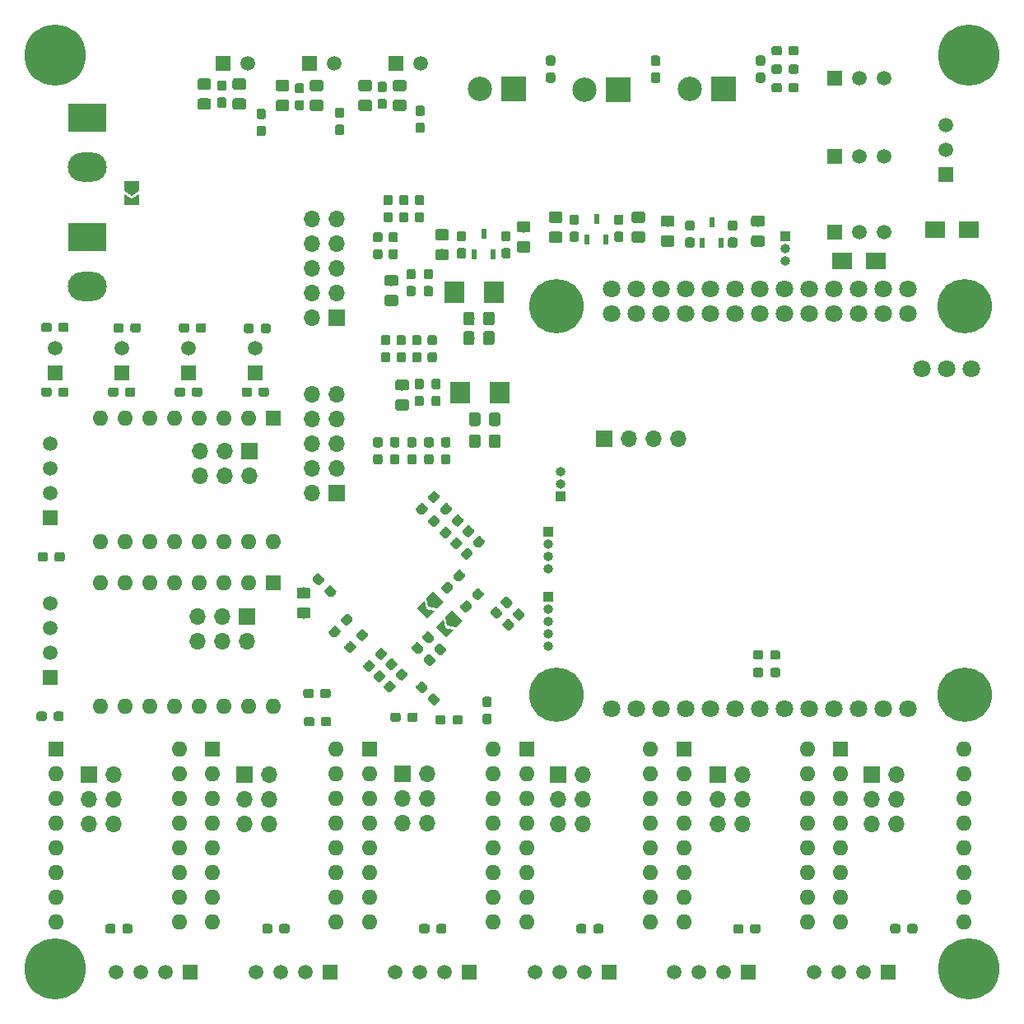
<source format=gbr>
G04 #@! TF.GenerationSoftware,KiCad,Pcbnew,5.1.2-f72e74a~84~ubuntu18.04.1*
G04 #@! TF.CreationDate,2019-06-18T18:41:53+08:00*
G04 #@! TF.ProjectId,printer-board,7072696e-7465-4722-9d62-6f6172642e6b,rev?*
G04 #@! TF.SameCoordinates,Original*
G04 #@! TF.FileFunction,Soldermask,Bot*
G04 #@! TF.FilePolarity,Negative*
%FSLAX46Y46*%
G04 Gerber Fmt 4.6, Leading zero omitted, Abs format (unit mm)*
G04 Created by KiCad (PCBNEW 5.1.2-f72e74a~84~ubuntu18.04.1) date 2019-06-18 18:41:53*
%MOMM*%
%LPD*%
G04 APERTURE LIST*
%ADD10C,2.000000*%
%ADD11C,1.200000*%
%ADD12R,2.500000X2.500000*%
%ADD13C,2.500000*%
%ADD14C,0.100000*%
%ADD15C,0.950000*%
%ADD16R,0.600000X1.000000*%
%ADD17O,1.000000X1.000000*%
%ADD18R,1.000000X1.000000*%
%ADD19O,1.700000X1.700000*%
%ADD20R,1.700000X1.700000*%
%ADD21R,1.998980X2.301240*%
%ADD22C,1.150000*%
%ADD23O,4.000000X3.000000*%
%ADD24R,4.000000X3.000000*%
%ADD25C,1.500000*%
%ADD26R,1.500000X1.500000*%
%ADD27C,5.600000*%
%ADD28C,1.800000*%
%ADD29C,6.300000*%
%ADD30R,2.100580X1.699260*%
%ADD31R,1.600000X1.600000*%
%ADD32O,1.600000X1.600000*%
%ADD33C,0.300000*%
G04 APERTURE END LIST*
D10*
X98177730Y-28800000D02*
G75*
G03X98177730Y-28800000I-1577730J0D01*
G01*
X98177730Y-68800000D02*
G75*
G03X98177730Y-68800000I-1577730J0D01*
G01*
X56177730Y-68800000D02*
G75*
G03X56177730Y-68800000I-1577730J0D01*
G01*
X56177730Y-28800000D02*
G75*
G03X56177730Y-28800000I-1577730J0D01*
G01*
D11*
X4905000Y-3000000D02*
G75*
G03X4905000Y-3000000I-1905000J0D01*
G01*
X98905000Y-3000000D02*
G75*
G03X98905000Y-3000000I-1905000J0D01*
G01*
X4905000Y-97000000D02*
G75*
G03X4905000Y-97000000I-1905000J0D01*
G01*
X98905000Y-97000000D02*
G75*
G03X98905000Y-97000000I-1905000J0D01*
G01*
D12*
X71755000Y-6500000D03*
D13*
X68255000Y-6500000D03*
D12*
X60960000Y-6600000D03*
D13*
X57460000Y-6600000D03*
D12*
X50165000Y-6500000D03*
D13*
X46665000Y-6500000D03*
D14*
G36*
X61260779Y-19401144D02*
G01*
X61283834Y-19404563D01*
X61306443Y-19410227D01*
X61328387Y-19418079D01*
X61349457Y-19428044D01*
X61369448Y-19440026D01*
X61388168Y-19453910D01*
X61405438Y-19469562D01*
X61421090Y-19486832D01*
X61434974Y-19505552D01*
X61446956Y-19525543D01*
X61456921Y-19546613D01*
X61464773Y-19568557D01*
X61470437Y-19591166D01*
X61473856Y-19614221D01*
X61475000Y-19637500D01*
X61475000Y-20212500D01*
X61473856Y-20235779D01*
X61470437Y-20258834D01*
X61464773Y-20281443D01*
X61456921Y-20303387D01*
X61446956Y-20324457D01*
X61434974Y-20344448D01*
X61421090Y-20363168D01*
X61405438Y-20380438D01*
X61388168Y-20396090D01*
X61369448Y-20409974D01*
X61349457Y-20421956D01*
X61328387Y-20431921D01*
X61306443Y-20439773D01*
X61283834Y-20445437D01*
X61260779Y-20448856D01*
X61237500Y-20450000D01*
X60762500Y-20450000D01*
X60739221Y-20448856D01*
X60716166Y-20445437D01*
X60693557Y-20439773D01*
X60671613Y-20431921D01*
X60650543Y-20421956D01*
X60630552Y-20409974D01*
X60611832Y-20396090D01*
X60594562Y-20380438D01*
X60578910Y-20363168D01*
X60565026Y-20344448D01*
X60553044Y-20324457D01*
X60543079Y-20303387D01*
X60535227Y-20281443D01*
X60529563Y-20258834D01*
X60526144Y-20235779D01*
X60525000Y-20212500D01*
X60525000Y-19637500D01*
X60526144Y-19614221D01*
X60529563Y-19591166D01*
X60535227Y-19568557D01*
X60543079Y-19546613D01*
X60553044Y-19525543D01*
X60565026Y-19505552D01*
X60578910Y-19486832D01*
X60594562Y-19469562D01*
X60611832Y-19453910D01*
X60630552Y-19440026D01*
X60650543Y-19428044D01*
X60671613Y-19418079D01*
X60693557Y-19410227D01*
X60716166Y-19404563D01*
X60739221Y-19401144D01*
X60762500Y-19400000D01*
X61237500Y-19400000D01*
X61260779Y-19401144D01*
X61260779Y-19401144D01*
G37*
D15*
X61000000Y-19925000D03*
D14*
G36*
X61260779Y-21151144D02*
G01*
X61283834Y-21154563D01*
X61306443Y-21160227D01*
X61328387Y-21168079D01*
X61349457Y-21178044D01*
X61369448Y-21190026D01*
X61388168Y-21203910D01*
X61405438Y-21219562D01*
X61421090Y-21236832D01*
X61434974Y-21255552D01*
X61446956Y-21275543D01*
X61456921Y-21296613D01*
X61464773Y-21318557D01*
X61470437Y-21341166D01*
X61473856Y-21364221D01*
X61475000Y-21387500D01*
X61475000Y-21962500D01*
X61473856Y-21985779D01*
X61470437Y-22008834D01*
X61464773Y-22031443D01*
X61456921Y-22053387D01*
X61446956Y-22074457D01*
X61434974Y-22094448D01*
X61421090Y-22113168D01*
X61405438Y-22130438D01*
X61388168Y-22146090D01*
X61369448Y-22159974D01*
X61349457Y-22171956D01*
X61328387Y-22181921D01*
X61306443Y-22189773D01*
X61283834Y-22195437D01*
X61260779Y-22198856D01*
X61237500Y-22200000D01*
X60762500Y-22200000D01*
X60739221Y-22198856D01*
X60716166Y-22195437D01*
X60693557Y-22189773D01*
X60671613Y-22181921D01*
X60650543Y-22171956D01*
X60630552Y-22159974D01*
X60611832Y-22146090D01*
X60594562Y-22130438D01*
X60578910Y-22113168D01*
X60565026Y-22094448D01*
X60553044Y-22074457D01*
X60543079Y-22053387D01*
X60535227Y-22031443D01*
X60529563Y-22008834D01*
X60526144Y-21985779D01*
X60525000Y-21962500D01*
X60525000Y-21387500D01*
X60526144Y-21364221D01*
X60529563Y-21341166D01*
X60535227Y-21318557D01*
X60543079Y-21296613D01*
X60553044Y-21275543D01*
X60565026Y-21255552D01*
X60578910Y-21236832D01*
X60594562Y-21219562D01*
X60611832Y-21203910D01*
X60630552Y-21190026D01*
X60650543Y-21178044D01*
X60671613Y-21168079D01*
X60693557Y-21160227D01*
X60716166Y-21154563D01*
X60739221Y-21151144D01*
X60762500Y-21150000D01*
X61237500Y-21150000D01*
X61260779Y-21151144D01*
X61260779Y-21151144D01*
G37*
D15*
X61000000Y-21675000D03*
D14*
G36*
X56660779Y-19401144D02*
G01*
X56683834Y-19404563D01*
X56706443Y-19410227D01*
X56728387Y-19418079D01*
X56749457Y-19428044D01*
X56769448Y-19440026D01*
X56788168Y-19453910D01*
X56805438Y-19469562D01*
X56821090Y-19486832D01*
X56834974Y-19505552D01*
X56846956Y-19525543D01*
X56856921Y-19546613D01*
X56864773Y-19568557D01*
X56870437Y-19591166D01*
X56873856Y-19614221D01*
X56875000Y-19637500D01*
X56875000Y-20212500D01*
X56873856Y-20235779D01*
X56870437Y-20258834D01*
X56864773Y-20281443D01*
X56856921Y-20303387D01*
X56846956Y-20324457D01*
X56834974Y-20344448D01*
X56821090Y-20363168D01*
X56805438Y-20380438D01*
X56788168Y-20396090D01*
X56769448Y-20409974D01*
X56749457Y-20421956D01*
X56728387Y-20431921D01*
X56706443Y-20439773D01*
X56683834Y-20445437D01*
X56660779Y-20448856D01*
X56637500Y-20450000D01*
X56162500Y-20450000D01*
X56139221Y-20448856D01*
X56116166Y-20445437D01*
X56093557Y-20439773D01*
X56071613Y-20431921D01*
X56050543Y-20421956D01*
X56030552Y-20409974D01*
X56011832Y-20396090D01*
X55994562Y-20380438D01*
X55978910Y-20363168D01*
X55965026Y-20344448D01*
X55953044Y-20324457D01*
X55943079Y-20303387D01*
X55935227Y-20281443D01*
X55929563Y-20258834D01*
X55926144Y-20235779D01*
X55925000Y-20212500D01*
X55925000Y-19637500D01*
X55926144Y-19614221D01*
X55929563Y-19591166D01*
X55935227Y-19568557D01*
X55943079Y-19546613D01*
X55953044Y-19525543D01*
X55965026Y-19505552D01*
X55978910Y-19486832D01*
X55994562Y-19469562D01*
X56011832Y-19453910D01*
X56030552Y-19440026D01*
X56050543Y-19428044D01*
X56071613Y-19418079D01*
X56093557Y-19410227D01*
X56116166Y-19404563D01*
X56139221Y-19401144D01*
X56162500Y-19400000D01*
X56637500Y-19400000D01*
X56660779Y-19401144D01*
X56660779Y-19401144D01*
G37*
D15*
X56400000Y-19925000D03*
D14*
G36*
X56660779Y-21151144D02*
G01*
X56683834Y-21154563D01*
X56706443Y-21160227D01*
X56728387Y-21168079D01*
X56749457Y-21178044D01*
X56769448Y-21190026D01*
X56788168Y-21203910D01*
X56805438Y-21219562D01*
X56821090Y-21236832D01*
X56834974Y-21255552D01*
X56846956Y-21275543D01*
X56856921Y-21296613D01*
X56864773Y-21318557D01*
X56870437Y-21341166D01*
X56873856Y-21364221D01*
X56875000Y-21387500D01*
X56875000Y-21962500D01*
X56873856Y-21985779D01*
X56870437Y-22008834D01*
X56864773Y-22031443D01*
X56856921Y-22053387D01*
X56846956Y-22074457D01*
X56834974Y-22094448D01*
X56821090Y-22113168D01*
X56805438Y-22130438D01*
X56788168Y-22146090D01*
X56769448Y-22159974D01*
X56749457Y-22171956D01*
X56728387Y-22181921D01*
X56706443Y-22189773D01*
X56683834Y-22195437D01*
X56660779Y-22198856D01*
X56637500Y-22200000D01*
X56162500Y-22200000D01*
X56139221Y-22198856D01*
X56116166Y-22195437D01*
X56093557Y-22189773D01*
X56071613Y-22181921D01*
X56050543Y-22171956D01*
X56030552Y-22159974D01*
X56011832Y-22146090D01*
X55994562Y-22130438D01*
X55978910Y-22113168D01*
X55965026Y-22094448D01*
X55953044Y-22074457D01*
X55943079Y-22053387D01*
X55935227Y-22031443D01*
X55929563Y-22008834D01*
X55926144Y-21985779D01*
X55925000Y-21962500D01*
X55925000Y-21387500D01*
X55926144Y-21364221D01*
X55929563Y-21341166D01*
X55935227Y-21318557D01*
X55943079Y-21296613D01*
X55953044Y-21275543D01*
X55965026Y-21255552D01*
X55978910Y-21236832D01*
X55994562Y-21219562D01*
X56011832Y-21203910D01*
X56030552Y-21190026D01*
X56050543Y-21178044D01*
X56071613Y-21168079D01*
X56093557Y-21160227D01*
X56116166Y-21154563D01*
X56139221Y-21151144D01*
X56162500Y-21150000D01*
X56637500Y-21150000D01*
X56660779Y-21151144D01*
X56660779Y-21151144D01*
G37*
D15*
X56400000Y-21675000D03*
D14*
G36*
X72960779Y-20001144D02*
G01*
X72983834Y-20004563D01*
X73006443Y-20010227D01*
X73028387Y-20018079D01*
X73049457Y-20028044D01*
X73069448Y-20040026D01*
X73088168Y-20053910D01*
X73105438Y-20069562D01*
X73121090Y-20086832D01*
X73134974Y-20105552D01*
X73146956Y-20125543D01*
X73156921Y-20146613D01*
X73164773Y-20168557D01*
X73170437Y-20191166D01*
X73173856Y-20214221D01*
X73175000Y-20237500D01*
X73175000Y-20812500D01*
X73173856Y-20835779D01*
X73170437Y-20858834D01*
X73164773Y-20881443D01*
X73156921Y-20903387D01*
X73146956Y-20924457D01*
X73134974Y-20944448D01*
X73121090Y-20963168D01*
X73105438Y-20980438D01*
X73088168Y-20996090D01*
X73069448Y-21009974D01*
X73049457Y-21021956D01*
X73028387Y-21031921D01*
X73006443Y-21039773D01*
X72983834Y-21045437D01*
X72960779Y-21048856D01*
X72937500Y-21050000D01*
X72462500Y-21050000D01*
X72439221Y-21048856D01*
X72416166Y-21045437D01*
X72393557Y-21039773D01*
X72371613Y-21031921D01*
X72350543Y-21021956D01*
X72330552Y-21009974D01*
X72311832Y-20996090D01*
X72294562Y-20980438D01*
X72278910Y-20963168D01*
X72265026Y-20944448D01*
X72253044Y-20924457D01*
X72243079Y-20903387D01*
X72235227Y-20881443D01*
X72229563Y-20858834D01*
X72226144Y-20835779D01*
X72225000Y-20812500D01*
X72225000Y-20237500D01*
X72226144Y-20214221D01*
X72229563Y-20191166D01*
X72235227Y-20168557D01*
X72243079Y-20146613D01*
X72253044Y-20125543D01*
X72265026Y-20105552D01*
X72278910Y-20086832D01*
X72294562Y-20069562D01*
X72311832Y-20053910D01*
X72330552Y-20040026D01*
X72350543Y-20028044D01*
X72371613Y-20018079D01*
X72393557Y-20010227D01*
X72416166Y-20004563D01*
X72439221Y-20001144D01*
X72462500Y-20000000D01*
X72937500Y-20000000D01*
X72960779Y-20001144D01*
X72960779Y-20001144D01*
G37*
D15*
X72700000Y-20525000D03*
D14*
G36*
X72960779Y-21751144D02*
G01*
X72983834Y-21754563D01*
X73006443Y-21760227D01*
X73028387Y-21768079D01*
X73049457Y-21778044D01*
X73069448Y-21790026D01*
X73088168Y-21803910D01*
X73105438Y-21819562D01*
X73121090Y-21836832D01*
X73134974Y-21855552D01*
X73146956Y-21875543D01*
X73156921Y-21896613D01*
X73164773Y-21918557D01*
X73170437Y-21941166D01*
X73173856Y-21964221D01*
X73175000Y-21987500D01*
X73175000Y-22562500D01*
X73173856Y-22585779D01*
X73170437Y-22608834D01*
X73164773Y-22631443D01*
X73156921Y-22653387D01*
X73146956Y-22674457D01*
X73134974Y-22694448D01*
X73121090Y-22713168D01*
X73105438Y-22730438D01*
X73088168Y-22746090D01*
X73069448Y-22759974D01*
X73049457Y-22771956D01*
X73028387Y-22781921D01*
X73006443Y-22789773D01*
X72983834Y-22795437D01*
X72960779Y-22798856D01*
X72937500Y-22800000D01*
X72462500Y-22800000D01*
X72439221Y-22798856D01*
X72416166Y-22795437D01*
X72393557Y-22789773D01*
X72371613Y-22781921D01*
X72350543Y-22771956D01*
X72330552Y-22759974D01*
X72311832Y-22746090D01*
X72294562Y-22730438D01*
X72278910Y-22713168D01*
X72265026Y-22694448D01*
X72253044Y-22674457D01*
X72243079Y-22653387D01*
X72235227Y-22631443D01*
X72229563Y-22608834D01*
X72226144Y-22585779D01*
X72225000Y-22562500D01*
X72225000Y-21987500D01*
X72226144Y-21964221D01*
X72229563Y-21941166D01*
X72235227Y-21918557D01*
X72243079Y-21896613D01*
X72253044Y-21875543D01*
X72265026Y-21855552D01*
X72278910Y-21836832D01*
X72294562Y-21819562D01*
X72311832Y-21803910D01*
X72330552Y-21790026D01*
X72350543Y-21778044D01*
X72371613Y-21768079D01*
X72393557Y-21760227D01*
X72416166Y-21754563D01*
X72439221Y-21751144D01*
X72462500Y-21750000D01*
X72937500Y-21750000D01*
X72960779Y-21751144D01*
X72960779Y-21751144D01*
G37*
D15*
X72700000Y-22275000D03*
D14*
G36*
X68560779Y-20001144D02*
G01*
X68583834Y-20004563D01*
X68606443Y-20010227D01*
X68628387Y-20018079D01*
X68649457Y-20028044D01*
X68669448Y-20040026D01*
X68688168Y-20053910D01*
X68705438Y-20069562D01*
X68721090Y-20086832D01*
X68734974Y-20105552D01*
X68746956Y-20125543D01*
X68756921Y-20146613D01*
X68764773Y-20168557D01*
X68770437Y-20191166D01*
X68773856Y-20214221D01*
X68775000Y-20237500D01*
X68775000Y-20812500D01*
X68773856Y-20835779D01*
X68770437Y-20858834D01*
X68764773Y-20881443D01*
X68756921Y-20903387D01*
X68746956Y-20924457D01*
X68734974Y-20944448D01*
X68721090Y-20963168D01*
X68705438Y-20980438D01*
X68688168Y-20996090D01*
X68669448Y-21009974D01*
X68649457Y-21021956D01*
X68628387Y-21031921D01*
X68606443Y-21039773D01*
X68583834Y-21045437D01*
X68560779Y-21048856D01*
X68537500Y-21050000D01*
X68062500Y-21050000D01*
X68039221Y-21048856D01*
X68016166Y-21045437D01*
X67993557Y-21039773D01*
X67971613Y-21031921D01*
X67950543Y-21021956D01*
X67930552Y-21009974D01*
X67911832Y-20996090D01*
X67894562Y-20980438D01*
X67878910Y-20963168D01*
X67865026Y-20944448D01*
X67853044Y-20924457D01*
X67843079Y-20903387D01*
X67835227Y-20881443D01*
X67829563Y-20858834D01*
X67826144Y-20835779D01*
X67825000Y-20812500D01*
X67825000Y-20237500D01*
X67826144Y-20214221D01*
X67829563Y-20191166D01*
X67835227Y-20168557D01*
X67843079Y-20146613D01*
X67853044Y-20125543D01*
X67865026Y-20105552D01*
X67878910Y-20086832D01*
X67894562Y-20069562D01*
X67911832Y-20053910D01*
X67930552Y-20040026D01*
X67950543Y-20028044D01*
X67971613Y-20018079D01*
X67993557Y-20010227D01*
X68016166Y-20004563D01*
X68039221Y-20001144D01*
X68062500Y-20000000D01*
X68537500Y-20000000D01*
X68560779Y-20001144D01*
X68560779Y-20001144D01*
G37*
D15*
X68300000Y-20525000D03*
D14*
G36*
X68560779Y-21751144D02*
G01*
X68583834Y-21754563D01*
X68606443Y-21760227D01*
X68628387Y-21768079D01*
X68649457Y-21778044D01*
X68669448Y-21790026D01*
X68688168Y-21803910D01*
X68705438Y-21819562D01*
X68721090Y-21836832D01*
X68734974Y-21855552D01*
X68746956Y-21875543D01*
X68756921Y-21896613D01*
X68764773Y-21918557D01*
X68770437Y-21941166D01*
X68773856Y-21964221D01*
X68775000Y-21987500D01*
X68775000Y-22562500D01*
X68773856Y-22585779D01*
X68770437Y-22608834D01*
X68764773Y-22631443D01*
X68756921Y-22653387D01*
X68746956Y-22674457D01*
X68734974Y-22694448D01*
X68721090Y-22713168D01*
X68705438Y-22730438D01*
X68688168Y-22746090D01*
X68669448Y-22759974D01*
X68649457Y-22771956D01*
X68628387Y-22781921D01*
X68606443Y-22789773D01*
X68583834Y-22795437D01*
X68560779Y-22798856D01*
X68537500Y-22800000D01*
X68062500Y-22800000D01*
X68039221Y-22798856D01*
X68016166Y-22795437D01*
X67993557Y-22789773D01*
X67971613Y-22781921D01*
X67950543Y-22771956D01*
X67930552Y-22759974D01*
X67911832Y-22746090D01*
X67894562Y-22730438D01*
X67878910Y-22713168D01*
X67865026Y-22694448D01*
X67853044Y-22674457D01*
X67843079Y-22653387D01*
X67835227Y-22631443D01*
X67829563Y-22608834D01*
X67826144Y-22585779D01*
X67825000Y-22562500D01*
X67825000Y-21987500D01*
X67826144Y-21964221D01*
X67829563Y-21941166D01*
X67835227Y-21918557D01*
X67843079Y-21896613D01*
X67853044Y-21875543D01*
X67865026Y-21855552D01*
X67878910Y-21836832D01*
X67894562Y-21819562D01*
X67911832Y-21803910D01*
X67930552Y-21790026D01*
X67950543Y-21778044D01*
X67971613Y-21768079D01*
X67993557Y-21760227D01*
X68016166Y-21754563D01*
X68039221Y-21751144D01*
X68062500Y-21750000D01*
X68537500Y-21750000D01*
X68560779Y-21751144D01*
X68560779Y-21751144D01*
G37*
D15*
X68300000Y-22275000D03*
D14*
G36*
X45060779Y-21101144D02*
G01*
X45083834Y-21104563D01*
X45106443Y-21110227D01*
X45128387Y-21118079D01*
X45149457Y-21128044D01*
X45169448Y-21140026D01*
X45188168Y-21153910D01*
X45205438Y-21169562D01*
X45221090Y-21186832D01*
X45234974Y-21205552D01*
X45246956Y-21225543D01*
X45256921Y-21246613D01*
X45264773Y-21268557D01*
X45270437Y-21291166D01*
X45273856Y-21314221D01*
X45275000Y-21337500D01*
X45275000Y-21912500D01*
X45273856Y-21935779D01*
X45270437Y-21958834D01*
X45264773Y-21981443D01*
X45256921Y-22003387D01*
X45246956Y-22024457D01*
X45234974Y-22044448D01*
X45221090Y-22063168D01*
X45205438Y-22080438D01*
X45188168Y-22096090D01*
X45169448Y-22109974D01*
X45149457Y-22121956D01*
X45128387Y-22131921D01*
X45106443Y-22139773D01*
X45083834Y-22145437D01*
X45060779Y-22148856D01*
X45037500Y-22150000D01*
X44562500Y-22150000D01*
X44539221Y-22148856D01*
X44516166Y-22145437D01*
X44493557Y-22139773D01*
X44471613Y-22131921D01*
X44450543Y-22121956D01*
X44430552Y-22109974D01*
X44411832Y-22096090D01*
X44394562Y-22080438D01*
X44378910Y-22063168D01*
X44365026Y-22044448D01*
X44353044Y-22024457D01*
X44343079Y-22003387D01*
X44335227Y-21981443D01*
X44329563Y-21958834D01*
X44326144Y-21935779D01*
X44325000Y-21912500D01*
X44325000Y-21337500D01*
X44326144Y-21314221D01*
X44329563Y-21291166D01*
X44335227Y-21268557D01*
X44343079Y-21246613D01*
X44353044Y-21225543D01*
X44365026Y-21205552D01*
X44378910Y-21186832D01*
X44394562Y-21169562D01*
X44411832Y-21153910D01*
X44430552Y-21140026D01*
X44450543Y-21128044D01*
X44471613Y-21118079D01*
X44493557Y-21110227D01*
X44516166Y-21104563D01*
X44539221Y-21101144D01*
X44562500Y-21100000D01*
X45037500Y-21100000D01*
X45060779Y-21101144D01*
X45060779Y-21101144D01*
G37*
D15*
X44800000Y-21625000D03*
D14*
G36*
X45060779Y-22851144D02*
G01*
X45083834Y-22854563D01*
X45106443Y-22860227D01*
X45128387Y-22868079D01*
X45149457Y-22878044D01*
X45169448Y-22890026D01*
X45188168Y-22903910D01*
X45205438Y-22919562D01*
X45221090Y-22936832D01*
X45234974Y-22955552D01*
X45246956Y-22975543D01*
X45256921Y-22996613D01*
X45264773Y-23018557D01*
X45270437Y-23041166D01*
X45273856Y-23064221D01*
X45275000Y-23087500D01*
X45275000Y-23662500D01*
X45273856Y-23685779D01*
X45270437Y-23708834D01*
X45264773Y-23731443D01*
X45256921Y-23753387D01*
X45246956Y-23774457D01*
X45234974Y-23794448D01*
X45221090Y-23813168D01*
X45205438Y-23830438D01*
X45188168Y-23846090D01*
X45169448Y-23859974D01*
X45149457Y-23871956D01*
X45128387Y-23881921D01*
X45106443Y-23889773D01*
X45083834Y-23895437D01*
X45060779Y-23898856D01*
X45037500Y-23900000D01*
X44562500Y-23900000D01*
X44539221Y-23898856D01*
X44516166Y-23895437D01*
X44493557Y-23889773D01*
X44471613Y-23881921D01*
X44450543Y-23871956D01*
X44430552Y-23859974D01*
X44411832Y-23846090D01*
X44394562Y-23830438D01*
X44378910Y-23813168D01*
X44365026Y-23794448D01*
X44353044Y-23774457D01*
X44343079Y-23753387D01*
X44335227Y-23731443D01*
X44329563Y-23708834D01*
X44326144Y-23685779D01*
X44325000Y-23662500D01*
X44325000Y-23087500D01*
X44326144Y-23064221D01*
X44329563Y-23041166D01*
X44335227Y-23018557D01*
X44343079Y-22996613D01*
X44353044Y-22975543D01*
X44365026Y-22955552D01*
X44378910Y-22936832D01*
X44394562Y-22919562D01*
X44411832Y-22903910D01*
X44430552Y-22890026D01*
X44450543Y-22878044D01*
X44471613Y-22868079D01*
X44493557Y-22860227D01*
X44516166Y-22854563D01*
X44539221Y-22851144D01*
X44562500Y-22850000D01*
X45037500Y-22850000D01*
X45060779Y-22851144D01*
X45060779Y-22851144D01*
G37*
D15*
X44800000Y-23375000D03*
D14*
G36*
X49660779Y-21101144D02*
G01*
X49683834Y-21104563D01*
X49706443Y-21110227D01*
X49728387Y-21118079D01*
X49749457Y-21128044D01*
X49769448Y-21140026D01*
X49788168Y-21153910D01*
X49805438Y-21169562D01*
X49821090Y-21186832D01*
X49834974Y-21205552D01*
X49846956Y-21225543D01*
X49856921Y-21246613D01*
X49864773Y-21268557D01*
X49870437Y-21291166D01*
X49873856Y-21314221D01*
X49875000Y-21337500D01*
X49875000Y-21912500D01*
X49873856Y-21935779D01*
X49870437Y-21958834D01*
X49864773Y-21981443D01*
X49856921Y-22003387D01*
X49846956Y-22024457D01*
X49834974Y-22044448D01*
X49821090Y-22063168D01*
X49805438Y-22080438D01*
X49788168Y-22096090D01*
X49769448Y-22109974D01*
X49749457Y-22121956D01*
X49728387Y-22131921D01*
X49706443Y-22139773D01*
X49683834Y-22145437D01*
X49660779Y-22148856D01*
X49637500Y-22150000D01*
X49162500Y-22150000D01*
X49139221Y-22148856D01*
X49116166Y-22145437D01*
X49093557Y-22139773D01*
X49071613Y-22131921D01*
X49050543Y-22121956D01*
X49030552Y-22109974D01*
X49011832Y-22096090D01*
X48994562Y-22080438D01*
X48978910Y-22063168D01*
X48965026Y-22044448D01*
X48953044Y-22024457D01*
X48943079Y-22003387D01*
X48935227Y-21981443D01*
X48929563Y-21958834D01*
X48926144Y-21935779D01*
X48925000Y-21912500D01*
X48925000Y-21337500D01*
X48926144Y-21314221D01*
X48929563Y-21291166D01*
X48935227Y-21268557D01*
X48943079Y-21246613D01*
X48953044Y-21225543D01*
X48965026Y-21205552D01*
X48978910Y-21186832D01*
X48994562Y-21169562D01*
X49011832Y-21153910D01*
X49030552Y-21140026D01*
X49050543Y-21128044D01*
X49071613Y-21118079D01*
X49093557Y-21110227D01*
X49116166Y-21104563D01*
X49139221Y-21101144D01*
X49162500Y-21100000D01*
X49637500Y-21100000D01*
X49660779Y-21101144D01*
X49660779Y-21101144D01*
G37*
D15*
X49400000Y-21625000D03*
D14*
G36*
X49660779Y-22851144D02*
G01*
X49683834Y-22854563D01*
X49706443Y-22860227D01*
X49728387Y-22868079D01*
X49749457Y-22878044D01*
X49769448Y-22890026D01*
X49788168Y-22903910D01*
X49805438Y-22919562D01*
X49821090Y-22936832D01*
X49834974Y-22955552D01*
X49846956Y-22975543D01*
X49856921Y-22996613D01*
X49864773Y-23018557D01*
X49870437Y-23041166D01*
X49873856Y-23064221D01*
X49875000Y-23087500D01*
X49875000Y-23662500D01*
X49873856Y-23685779D01*
X49870437Y-23708834D01*
X49864773Y-23731443D01*
X49856921Y-23753387D01*
X49846956Y-23774457D01*
X49834974Y-23794448D01*
X49821090Y-23813168D01*
X49805438Y-23830438D01*
X49788168Y-23846090D01*
X49769448Y-23859974D01*
X49749457Y-23871956D01*
X49728387Y-23881921D01*
X49706443Y-23889773D01*
X49683834Y-23895437D01*
X49660779Y-23898856D01*
X49637500Y-23900000D01*
X49162500Y-23900000D01*
X49139221Y-23898856D01*
X49116166Y-23895437D01*
X49093557Y-23889773D01*
X49071613Y-23881921D01*
X49050543Y-23871956D01*
X49030552Y-23859974D01*
X49011832Y-23846090D01*
X48994562Y-23830438D01*
X48978910Y-23813168D01*
X48965026Y-23794448D01*
X48953044Y-23774457D01*
X48943079Y-23753387D01*
X48935227Y-23731443D01*
X48929563Y-23708834D01*
X48926144Y-23685779D01*
X48925000Y-23662500D01*
X48925000Y-23087500D01*
X48926144Y-23064221D01*
X48929563Y-23041166D01*
X48935227Y-23018557D01*
X48943079Y-22996613D01*
X48953044Y-22975543D01*
X48965026Y-22955552D01*
X48978910Y-22936832D01*
X48994562Y-22919562D01*
X49011832Y-22903910D01*
X49030552Y-22890026D01*
X49050543Y-22878044D01*
X49071613Y-22868079D01*
X49093557Y-22860227D01*
X49116166Y-22854563D01*
X49139221Y-22851144D01*
X49162500Y-22850000D01*
X49637500Y-22850000D01*
X49660779Y-22851144D01*
X49660779Y-22851144D01*
G37*
D15*
X49400000Y-23375000D03*
D16*
X59650000Y-21960000D03*
X58700000Y-19840000D03*
X57750000Y-21960000D03*
X71487100Y-22294999D03*
X70537100Y-20174999D03*
X69587100Y-22294999D03*
X48050000Y-23460000D03*
X47100000Y-21340000D03*
X46150000Y-23460000D03*
D17*
X54975000Y-45885000D03*
X54975000Y-47155000D03*
D18*
X54975000Y-48425000D03*
D19*
X67120000Y-42500000D03*
X64580000Y-42500000D03*
X62040000Y-42500000D03*
D20*
X59500000Y-42500000D03*
D14*
G36*
X40460779Y-33551144D02*
G01*
X40483834Y-33554563D01*
X40506443Y-33560227D01*
X40528387Y-33568079D01*
X40549457Y-33578044D01*
X40569448Y-33590026D01*
X40588168Y-33603910D01*
X40605438Y-33619562D01*
X40621090Y-33636832D01*
X40634974Y-33655552D01*
X40646956Y-33675543D01*
X40656921Y-33696613D01*
X40664773Y-33718557D01*
X40670437Y-33741166D01*
X40673856Y-33764221D01*
X40675000Y-33787500D01*
X40675000Y-34362500D01*
X40673856Y-34385779D01*
X40670437Y-34408834D01*
X40664773Y-34431443D01*
X40656921Y-34453387D01*
X40646956Y-34474457D01*
X40634974Y-34494448D01*
X40621090Y-34513168D01*
X40605438Y-34530438D01*
X40588168Y-34546090D01*
X40569448Y-34559974D01*
X40549457Y-34571956D01*
X40528387Y-34581921D01*
X40506443Y-34589773D01*
X40483834Y-34595437D01*
X40460779Y-34598856D01*
X40437500Y-34600000D01*
X39962500Y-34600000D01*
X39939221Y-34598856D01*
X39916166Y-34595437D01*
X39893557Y-34589773D01*
X39871613Y-34581921D01*
X39850543Y-34571956D01*
X39830552Y-34559974D01*
X39811832Y-34546090D01*
X39794562Y-34530438D01*
X39778910Y-34513168D01*
X39765026Y-34494448D01*
X39753044Y-34474457D01*
X39743079Y-34453387D01*
X39735227Y-34431443D01*
X39729563Y-34408834D01*
X39726144Y-34385779D01*
X39725000Y-34362500D01*
X39725000Y-33787500D01*
X39726144Y-33764221D01*
X39729563Y-33741166D01*
X39735227Y-33718557D01*
X39743079Y-33696613D01*
X39753044Y-33675543D01*
X39765026Y-33655552D01*
X39778910Y-33636832D01*
X39794562Y-33619562D01*
X39811832Y-33603910D01*
X39830552Y-33590026D01*
X39850543Y-33578044D01*
X39871613Y-33568079D01*
X39893557Y-33560227D01*
X39916166Y-33554563D01*
X39939221Y-33551144D01*
X39962500Y-33550000D01*
X40437500Y-33550000D01*
X40460779Y-33551144D01*
X40460779Y-33551144D01*
G37*
D15*
X40200000Y-34075000D03*
D14*
G36*
X40460779Y-31801144D02*
G01*
X40483834Y-31804563D01*
X40506443Y-31810227D01*
X40528387Y-31818079D01*
X40549457Y-31828044D01*
X40569448Y-31840026D01*
X40588168Y-31853910D01*
X40605438Y-31869562D01*
X40621090Y-31886832D01*
X40634974Y-31905552D01*
X40646956Y-31925543D01*
X40656921Y-31946613D01*
X40664773Y-31968557D01*
X40670437Y-31991166D01*
X40673856Y-32014221D01*
X40675000Y-32037500D01*
X40675000Y-32612500D01*
X40673856Y-32635779D01*
X40670437Y-32658834D01*
X40664773Y-32681443D01*
X40656921Y-32703387D01*
X40646956Y-32724457D01*
X40634974Y-32744448D01*
X40621090Y-32763168D01*
X40605438Y-32780438D01*
X40588168Y-32796090D01*
X40569448Y-32809974D01*
X40549457Y-32821956D01*
X40528387Y-32831921D01*
X40506443Y-32839773D01*
X40483834Y-32845437D01*
X40460779Y-32848856D01*
X40437500Y-32850000D01*
X39962500Y-32850000D01*
X39939221Y-32848856D01*
X39916166Y-32845437D01*
X39893557Y-32839773D01*
X39871613Y-32831921D01*
X39850543Y-32821956D01*
X39830552Y-32809974D01*
X39811832Y-32796090D01*
X39794562Y-32780438D01*
X39778910Y-32763168D01*
X39765026Y-32744448D01*
X39753044Y-32724457D01*
X39743079Y-32703387D01*
X39735227Y-32681443D01*
X39729563Y-32658834D01*
X39726144Y-32635779D01*
X39725000Y-32612500D01*
X39725000Y-32037500D01*
X39726144Y-32014221D01*
X39729563Y-31991166D01*
X39735227Y-31968557D01*
X39743079Y-31946613D01*
X39753044Y-31925543D01*
X39765026Y-31905552D01*
X39778910Y-31886832D01*
X39794562Y-31869562D01*
X39811832Y-31853910D01*
X39830552Y-31840026D01*
X39850543Y-31828044D01*
X39871613Y-31818079D01*
X39893557Y-31810227D01*
X39916166Y-31804563D01*
X39939221Y-31801144D01*
X39962500Y-31800000D01*
X40437500Y-31800000D01*
X40460779Y-31801144D01*
X40460779Y-31801144D01*
G37*
D15*
X40200000Y-32325000D03*
D14*
G36*
X42060779Y-33551144D02*
G01*
X42083834Y-33554563D01*
X42106443Y-33560227D01*
X42128387Y-33568079D01*
X42149457Y-33578044D01*
X42169448Y-33590026D01*
X42188168Y-33603910D01*
X42205438Y-33619562D01*
X42221090Y-33636832D01*
X42234974Y-33655552D01*
X42246956Y-33675543D01*
X42256921Y-33696613D01*
X42264773Y-33718557D01*
X42270437Y-33741166D01*
X42273856Y-33764221D01*
X42275000Y-33787500D01*
X42275000Y-34362500D01*
X42273856Y-34385779D01*
X42270437Y-34408834D01*
X42264773Y-34431443D01*
X42256921Y-34453387D01*
X42246956Y-34474457D01*
X42234974Y-34494448D01*
X42221090Y-34513168D01*
X42205438Y-34530438D01*
X42188168Y-34546090D01*
X42169448Y-34559974D01*
X42149457Y-34571956D01*
X42128387Y-34581921D01*
X42106443Y-34589773D01*
X42083834Y-34595437D01*
X42060779Y-34598856D01*
X42037500Y-34600000D01*
X41562500Y-34600000D01*
X41539221Y-34598856D01*
X41516166Y-34595437D01*
X41493557Y-34589773D01*
X41471613Y-34581921D01*
X41450543Y-34571956D01*
X41430552Y-34559974D01*
X41411832Y-34546090D01*
X41394562Y-34530438D01*
X41378910Y-34513168D01*
X41365026Y-34494448D01*
X41353044Y-34474457D01*
X41343079Y-34453387D01*
X41335227Y-34431443D01*
X41329563Y-34408834D01*
X41326144Y-34385779D01*
X41325000Y-34362500D01*
X41325000Y-33787500D01*
X41326144Y-33764221D01*
X41329563Y-33741166D01*
X41335227Y-33718557D01*
X41343079Y-33696613D01*
X41353044Y-33675543D01*
X41365026Y-33655552D01*
X41378910Y-33636832D01*
X41394562Y-33619562D01*
X41411832Y-33603910D01*
X41430552Y-33590026D01*
X41450543Y-33578044D01*
X41471613Y-33568079D01*
X41493557Y-33560227D01*
X41516166Y-33554563D01*
X41539221Y-33551144D01*
X41562500Y-33550000D01*
X42037500Y-33550000D01*
X42060779Y-33551144D01*
X42060779Y-33551144D01*
G37*
D15*
X41800000Y-34075000D03*
D14*
G36*
X42060779Y-31801144D02*
G01*
X42083834Y-31804563D01*
X42106443Y-31810227D01*
X42128387Y-31818079D01*
X42149457Y-31828044D01*
X42169448Y-31840026D01*
X42188168Y-31853910D01*
X42205438Y-31869562D01*
X42221090Y-31886832D01*
X42234974Y-31905552D01*
X42246956Y-31925543D01*
X42256921Y-31946613D01*
X42264773Y-31968557D01*
X42270437Y-31991166D01*
X42273856Y-32014221D01*
X42275000Y-32037500D01*
X42275000Y-32612500D01*
X42273856Y-32635779D01*
X42270437Y-32658834D01*
X42264773Y-32681443D01*
X42256921Y-32703387D01*
X42246956Y-32724457D01*
X42234974Y-32744448D01*
X42221090Y-32763168D01*
X42205438Y-32780438D01*
X42188168Y-32796090D01*
X42169448Y-32809974D01*
X42149457Y-32821956D01*
X42128387Y-32831921D01*
X42106443Y-32839773D01*
X42083834Y-32845437D01*
X42060779Y-32848856D01*
X42037500Y-32850000D01*
X41562500Y-32850000D01*
X41539221Y-32848856D01*
X41516166Y-32845437D01*
X41493557Y-32839773D01*
X41471613Y-32831921D01*
X41450543Y-32821956D01*
X41430552Y-32809974D01*
X41411832Y-32796090D01*
X41394562Y-32780438D01*
X41378910Y-32763168D01*
X41365026Y-32744448D01*
X41353044Y-32724457D01*
X41343079Y-32703387D01*
X41335227Y-32681443D01*
X41329563Y-32658834D01*
X41326144Y-32635779D01*
X41325000Y-32612500D01*
X41325000Y-32037500D01*
X41326144Y-32014221D01*
X41329563Y-31991166D01*
X41335227Y-31968557D01*
X41343079Y-31946613D01*
X41353044Y-31925543D01*
X41365026Y-31905552D01*
X41378910Y-31886832D01*
X41394562Y-31869562D01*
X41411832Y-31853910D01*
X41430552Y-31840026D01*
X41450543Y-31828044D01*
X41471613Y-31818079D01*
X41493557Y-31810227D01*
X41516166Y-31804563D01*
X41539221Y-31801144D01*
X41562500Y-31800000D01*
X42037500Y-31800000D01*
X42060779Y-31801144D01*
X42060779Y-31801144D01*
G37*
D15*
X41800000Y-32325000D03*
D14*
G36*
X39860779Y-26751144D02*
G01*
X39883834Y-26754563D01*
X39906443Y-26760227D01*
X39928387Y-26768079D01*
X39949457Y-26778044D01*
X39969448Y-26790026D01*
X39988168Y-26803910D01*
X40005438Y-26819562D01*
X40021090Y-26836832D01*
X40034974Y-26855552D01*
X40046956Y-26875543D01*
X40056921Y-26896613D01*
X40064773Y-26918557D01*
X40070437Y-26941166D01*
X40073856Y-26964221D01*
X40075000Y-26987500D01*
X40075000Y-27562500D01*
X40073856Y-27585779D01*
X40070437Y-27608834D01*
X40064773Y-27631443D01*
X40056921Y-27653387D01*
X40046956Y-27674457D01*
X40034974Y-27694448D01*
X40021090Y-27713168D01*
X40005438Y-27730438D01*
X39988168Y-27746090D01*
X39969448Y-27759974D01*
X39949457Y-27771956D01*
X39928387Y-27781921D01*
X39906443Y-27789773D01*
X39883834Y-27795437D01*
X39860779Y-27798856D01*
X39837500Y-27800000D01*
X39362500Y-27800000D01*
X39339221Y-27798856D01*
X39316166Y-27795437D01*
X39293557Y-27789773D01*
X39271613Y-27781921D01*
X39250543Y-27771956D01*
X39230552Y-27759974D01*
X39211832Y-27746090D01*
X39194562Y-27730438D01*
X39178910Y-27713168D01*
X39165026Y-27694448D01*
X39153044Y-27674457D01*
X39143079Y-27653387D01*
X39135227Y-27631443D01*
X39129563Y-27608834D01*
X39126144Y-27585779D01*
X39125000Y-27562500D01*
X39125000Y-26987500D01*
X39126144Y-26964221D01*
X39129563Y-26941166D01*
X39135227Y-26918557D01*
X39143079Y-26896613D01*
X39153044Y-26875543D01*
X39165026Y-26855552D01*
X39178910Y-26836832D01*
X39194562Y-26819562D01*
X39211832Y-26803910D01*
X39230552Y-26790026D01*
X39250543Y-26778044D01*
X39271613Y-26768079D01*
X39293557Y-26760227D01*
X39316166Y-26754563D01*
X39339221Y-26751144D01*
X39362500Y-26750000D01*
X39837500Y-26750000D01*
X39860779Y-26751144D01*
X39860779Y-26751144D01*
G37*
D15*
X39600000Y-27275000D03*
D14*
G36*
X39860779Y-25001144D02*
G01*
X39883834Y-25004563D01*
X39906443Y-25010227D01*
X39928387Y-25018079D01*
X39949457Y-25028044D01*
X39969448Y-25040026D01*
X39988168Y-25053910D01*
X40005438Y-25069562D01*
X40021090Y-25086832D01*
X40034974Y-25105552D01*
X40046956Y-25125543D01*
X40056921Y-25146613D01*
X40064773Y-25168557D01*
X40070437Y-25191166D01*
X40073856Y-25214221D01*
X40075000Y-25237500D01*
X40075000Y-25812500D01*
X40073856Y-25835779D01*
X40070437Y-25858834D01*
X40064773Y-25881443D01*
X40056921Y-25903387D01*
X40046956Y-25924457D01*
X40034974Y-25944448D01*
X40021090Y-25963168D01*
X40005438Y-25980438D01*
X39988168Y-25996090D01*
X39969448Y-26009974D01*
X39949457Y-26021956D01*
X39928387Y-26031921D01*
X39906443Y-26039773D01*
X39883834Y-26045437D01*
X39860779Y-26048856D01*
X39837500Y-26050000D01*
X39362500Y-26050000D01*
X39339221Y-26048856D01*
X39316166Y-26045437D01*
X39293557Y-26039773D01*
X39271613Y-26031921D01*
X39250543Y-26021956D01*
X39230552Y-26009974D01*
X39211832Y-25996090D01*
X39194562Y-25980438D01*
X39178910Y-25963168D01*
X39165026Y-25944448D01*
X39153044Y-25924457D01*
X39143079Y-25903387D01*
X39135227Y-25881443D01*
X39129563Y-25858834D01*
X39126144Y-25835779D01*
X39125000Y-25812500D01*
X39125000Y-25237500D01*
X39126144Y-25214221D01*
X39129563Y-25191166D01*
X39135227Y-25168557D01*
X39143079Y-25146613D01*
X39153044Y-25125543D01*
X39165026Y-25105552D01*
X39178910Y-25086832D01*
X39194562Y-25069562D01*
X39211832Y-25053910D01*
X39230552Y-25040026D01*
X39250543Y-25028044D01*
X39271613Y-25018079D01*
X39293557Y-25010227D01*
X39316166Y-25004563D01*
X39339221Y-25001144D01*
X39362500Y-25000000D01*
X39837500Y-25000000D01*
X39860779Y-25001144D01*
X39860779Y-25001144D01*
G37*
D15*
X39600000Y-25525000D03*
D14*
G36*
X37260779Y-33551144D02*
G01*
X37283834Y-33554563D01*
X37306443Y-33560227D01*
X37328387Y-33568079D01*
X37349457Y-33578044D01*
X37369448Y-33590026D01*
X37388168Y-33603910D01*
X37405438Y-33619562D01*
X37421090Y-33636832D01*
X37434974Y-33655552D01*
X37446956Y-33675543D01*
X37456921Y-33696613D01*
X37464773Y-33718557D01*
X37470437Y-33741166D01*
X37473856Y-33764221D01*
X37475000Y-33787500D01*
X37475000Y-34362500D01*
X37473856Y-34385779D01*
X37470437Y-34408834D01*
X37464773Y-34431443D01*
X37456921Y-34453387D01*
X37446956Y-34474457D01*
X37434974Y-34494448D01*
X37421090Y-34513168D01*
X37405438Y-34530438D01*
X37388168Y-34546090D01*
X37369448Y-34559974D01*
X37349457Y-34571956D01*
X37328387Y-34581921D01*
X37306443Y-34589773D01*
X37283834Y-34595437D01*
X37260779Y-34598856D01*
X37237500Y-34600000D01*
X36762500Y-34600000D01*
X36739221Y-34598856D01*
X36716166Y-34595437D01*
X36693557Y-34589773D01*
X36671613Y-34581921D01*
X36650543Y-34571956D01*
X36630552Y-34559974D01*
X36611832Y-34546090D01*
X36594562Y-34530438D01*
X36578910Y-34513168D01*
X36565026Y-34494448D01*
X36553044Y-34474457D01*
X36543079Y-34453387D01*
X36535227Y-34431443D01*
X36529563Y-34408834D01*
X36526144Y-34385779D01*
X36525000Y-34362500D01*
X36525000Y-33787500D01*
X36526144Y-33764221D01*
X36529563Y-33741166D01*
X36535227Y-33718557D01*
X36543079Y-33696613D01*
X36553044Y-33675543D01*
X36565026Y-33655552D01*
X36578910Y-33636832D01*
X36594562Y-33619562D01*
X36611832Y-33603910D01*
X36630552Y-33590026D01*
X36650543Y-33578044D01*
X36671613Y-33568079D01*
X36693557Y-33560227D01*
X36716166Y-33554563D01*
X36739221Y-33551144D01*
X36762500Y-33550000D01*
X37237500Y-33550000D01*
X37260779Y-33551144D01*
X37260779Y-33551144D01*
G37*
D15*
X37000000Y-34075000D03*
D14*
G36*
X37260779Y-31801144D02*
G01*
X37283834Y-31804563D01*
X37306443Y-31810227D01*
X37328387Y-31818079D01*
X37349457Y-31828044D01*
X37369448Y-31840026D01*
X37388168Y-31853910D01*
X37405438Y-31869562D01*
X37421090Y-31886832D01*
X37434974Y-31905552D01*
X37446956Y-31925543D01*
X37456921Y-31946613D01*
X37464773Y-31968557D01*
X37470437Y-31991166D01*
X37473856Y-32014221D01*
X37475000Y-32037500D01*
X37475000Y-32612500D01*
X37473856Y-32635779D01*
X37470437Y-32658834D01*
X37464773Y-32681443D01*
X37456921Y-32703387D01*
X37446956Y-32724457D01*
X37434974Y-32744448D01*
X37421090Y-32763168D01*
X37405438Y-32780438D01*
X37388168Y-32796090D01*
X37369448Y-32809974D01*
X37349457Y-32821956D01*
X37328387Y-32831921D01*
X37306443Y-32839773D01*
X37283834Y-32845437D01*
X37260779Y-32848856D01*
X37237500Y-32850000D01*
X36762500Y-32850000D01*
X36739221Y-32848856D01*
X36716166Y-32845437D01*
X36693557Y-32839773D01*
X36671613Y-32831921D01*
X36650543Y-32821956D01*
X36630552Y-32809974D01*
X36611832Y-32796090D01*
X36594562Y-32780438D01*
X36578910Y-32763168D01*
X36565026Y-32744448D01*
X36553044Y-32724457D01*
X36543079Y-32703387D01*
X36535227Y-32681443D01*
X36529563Y-32658834D01*
X36526144Y-32635779D01*
X36525000Y-32612500D01*
X36525000Y-32037500D01*
X36526144Y-32014221D01*
X36529563Y-31991166D01*
X36535227Y-31968557D01*
X36543079Y-31946613D01*
X36553044Y-31925543D01*
X36565026Y-31905552D01*
X36578910Y-31886832D01*
X36594562Y-31869562D01*
X36611832Y-31853910D01*
X36630552Y-31840026D01*
X36650543Y-31828044D01*
X36671613Y-31818079D01*
X36693557Y-31810227D01*
X36716166Y-31804563D01*
X36739221Y-31801144D01*
X36762500Y-31800000D01*
X37237500Y-31800000D01*
X37260779Y-31801144D01*
X37260779Y-31801144D01*
G37*
D15*
X37000000Y-32325000D03*
D14*
G36*
X41660779Y-26751144D02*
G01*
X41683834Y-26754563D01*
X41706443Y-26760227D01*
X41728387Y-26768079D01*
X41749457Y-26778044D01*
X41769448Y-26790026D01*
X41788168Y-26803910D01*
X41805438Y-26819562D01*
X41821090Y-26836832D01*
X41834974Y-26855552D01*
X41846956Y-26875543D01*
X41856921Y-26896613D01*
X41864773Y-26918557D01*
X41870437Y-26941166D01*
X41873856Y-26964221D01*
X41875000Y-26987500D01*
X41875000Y-27562500D01*
X41873856Y-27585779D01*
X41870437Y-27608834D01*
X41864773Y-27631443D01*
X41856921Y-27653387D01*
X41846956Y-27674457D01*
X41834974Y-27694448D01*
X41821090Y-27713168D01*
X41805438Y-27730438D01*
X41788168Y-27746090D01*
X41769448Y-27759974D01*
X41749457Y-27771956D01*
X41728387Y-27781921D01*
X41706443Y-27789773D01*
X41683834Y-27795437D01*
X41660779Y-27798856D01*
X41637500Y-27800000D01*
X41162500Y-27800000D01*
X41139221Y-27798856D01*
X41116166Y-27795437D01*
X41093557Y-27789773D01*
X41071613Y-27781921D01*
X41050543Y-27771956D01*
X41030552Y-27759974D01*
X41011832Y-27746090D01*
X40994562Y-27730438D01*
X40978910Y-27713168D01*
X40965026Y-27694448D01*
X40953044Y-27674457D01*
X40943079Y-27653387D01*
X40935227Y-27631443D01*
X40929563Y-27608834D01*
X40926144Y-27585779D01*
X40925000Y-27562500D01*
X40925000Y-26987500D01*
X40926144Y-26964221D01*
X40929563Y-26941166D01*
X40935227Y-26918557D01*
X40943079Y-26896613D01*
X40953044Y-26875543D01*
X40965026Y-26855552D01*
X40978910Y-26836832D01*
X40994562Y-26819562D01*
X41011832Y-26803910D01*
X41030552Y-26790026D01*
X41050543Y-26778044D01*
X41071613Y-26768079D01*
X41093557Y-26760227D01*
X41116166Y-26754563D01*
X41139221Y-26751144D01*
X41162500Y-26750000D01*
X41637500Y-26750000D01*
X41660779Y-26751144D01*
X41660779Y-26751144D01*
G37*
D15*
X41400000Y-27275000D03*
D14*
G36*
X41660779Y-25001144D02*
G01*
X41683834Y-25004563D01*
X41706443Y-25010227D01*
X41728387Y-25018079D01*
X41749457Y-25028044D01*
X41769448Y-25040026D01*
X41788168Y-25053910D01*
X41805438Y-25069562D01*
X41821090Y-25086832D01*
X41834974Y-25105552D01*
X41846956Y-25125543D01*
X41856921Y-25146613D01*
X41864773Y-25168557D01*
X41870437Y-25191166D01*
X41873856Y-25214221D01*
X41875000Y-25237500D01*
X41875000Y-25812500D01*
X41873856Y-25835779D01*
X41870437Y-25858834D01*
X41864773Y-25881443D01*
X41856921Y-25903387D01*
X41846956Y-25924457D01*
X41834974Y-25944448D01*
X41821090Y-25963168D01*
X41805438Y-25980438D01*
X41788168Y-25996090D01*
X41769448Y-26009974D01*
X41749457Y-26021956D01*
X41728387Y-26031921D01*
X41706443Y-26039773D01*
X41683834Y-26045437D01*
X41660779Y-26048856D01*
X41637500Y-26050000D01*
X41162500Y-26050000D01*
X41139221Y-26048856D01*
X41116166Y-26045437D01*
X41093557Y-26039773D01*
X41071613Y-26031921D01*
X41050543Y-26021956D01*
X41030552Y-26009974D01*
X41011832Y-25996090D01*
X40994562Y-25980438D01*
X40978910Y-25963168D01*
X40965026Y-25944448D01*
X40953044Y-25924457D01*
X40943079Y-25903387D01*
X40935227Y-25881443D01*
X40929563Y-25858834D01*
X40926144Y-25835779D01*
X40925000Y-25812500D01*
X40925000Y-25237500D01*
X40926144Y-25214221D01*
X40929563Y-25191166D01*
X40935227Y-25168557D01*
X40943079Y-25146613D01*
X40953044Y-25125543D01*
X40965026Y-25105552D01*
X40978910Y-25086832D01*
X40994562Y-25069562D01*
X41011832Y-25053910D01*
X41030552Y-25040026D01*
X41050543Y-25028044D01*
X41071613Y-25018079D01*
X41093557Y-25010227D01*
X41116166Y-25004563D01*
X41139221Y-25001144D01*
X41162500Y-25000000D01*
X41637500Y-25000000D01*
X41660779Y-25001144D01*
X41660779Y-25001144D01*
G37*
D15*
X41400000Y-25525000D03*
D14*
G36*
X38060779Y-21201144D02*
G01*
X38083834Y-21204563D01*
X38106443Y-21210227D01*
X38128387Y-21218079D01*
X38149457Y-21228044D01*
X38169448Y-21240026D01*
X38188168Y-21253910D01*
X38205438Y-21269562D01*
X38221090Y-21286832D01*
X38234974Y-21305552D01*
X38246956Y-21325543D01*
X38256921Y-21346613D01*
X38264773Y-21368557D01*
X38270437Y-21391166D01*
X38273856Y-21414221D01*
X38275000Y-21437500D01*
X38275000Y-22012500D01*
X38273856Y-22035779D01*
X38270437Y-22058834D01*
X38264773Y-22081443D01*
X38256921Y-22103387D01*
X38246956Y-22124457D01*
X38234974Y-22144448D01*
X38221090Y-22163168D01*
X38205438Y-22180438D01*
X38188168Y-22196090D01*
X38169448Y-22209974D01*
X38149457Y-22221956D01*
X38128387Y-22231921D01*
X38106443Y-22239773D01*
X38083834Y-22245437D01*
X38060779Y-22248856D01*
X38037500Y-22250000D01*
X37562500Y-22250000D01*
X37539221Y-22248856D01*
X37516166Y-22245437D01*
X37493557Y-22239773D01*
X37471613Y-22231921D01*
X37450543Y-22221956D01*
X37430552Y-22209974D01*
X37411832Y-22196090D01*
X37394562Y-22180438D01*
X37378910Y-22163168D01*
X37365026Y-22144448D01*
X37353044Y-22124457D01*
X37343079Y-22103387D01*
X37335227Y-22081443D01*
X37329563Y-22058834D01*
X37326144Y-22035779D01*
X37325000Y-22012500D01*
X37325000Y-21437500D01*
X37326144Y-21414221D01*
X37329563Y-21391166D01*
X37335227Y-21368557D01*
X37343079Y-21346613D01*
X37353044Y-21325543D01*
X37365026Y-21305552D01*
X37378910Y-21286832D01*
X37394562Y-21269562D01*
X37411832Y-21253910D01*
X37430552Y-21240026D01*
X37450543Y-21228044D01*
X37471613Y-21218079D01*
X37493557Y-21210227D01*
X37516166Y-21204563D01*
X37539221Y-21201144D01*
X37562500Y-21200000D01*
X38037500Y-21200000D01*
X38060779Y-21201144D01*
X38060779Y-21201144D01*
G37*
D15*
X37800000Y-21725000D03*
D14*
G36*
X38060779Y-22951144D02*
G01*
X38083834Y-22954563D01*
X38106443Y-22960227D01*
X38128387Y-22968079D01*
X38149457Y-22978044D01*
X38169448Y-22990026D01*
X38188168Y-23003910D01*
X38205438Y-23019562D01*
X38221090Y-23036832D01*
X38234974Y-23055552D01*
X38246956Y-23075543D01*
X38256921Y-23096613D01*
X38264773Y-23118557D01*
X38270437Y-23141166D01*
X38273856Y-23164221D01*
X38275000Y-23187500D01*
X38275000Y-23762500D01*
X38273856Y-23785779D01*
X38270437Y-23808834D01*
X38264773Y-23831443D01*
X38256921Y-23853387D01*
X38246956Y-23874457D01*
X38234974Y-23894448D01*
X38221090Y-23913168D01*
X38205438Y-23930438D01*
X38188168Y-23946090D01*
X38169448Y-23959974D01*
X38149457Y-23971956D01*
X38128387Y-23981921D01*
X38106443Y-23989773D01*
X38083834Y-23995437D01*
X38060779Y-23998856D01*
X38037500Y-24000000D01*
X37562500Y-24000000D01*
X37539221Y-23998856D01*
X37516166Y-23995437D01*
X37493557Y-23989773D01*
X37471613Y-23981921D01*
X37450543Y-23971956D01*
X37430552Y-23959974D01*
X37411832Y-23946090D01*
X37394562Y-23930438D01*
X37378910Y-23913168D01*
X37365026Y-23894448D01*
X37353044Y-23874457D01*
X37343079Y-23853387D01*
X37335227Y-23831443D01*
X37329563Y-23808834D01*
X37326144Y-23785779D01*
X37325000Y-23762500D01*
X37325000Y-23187500D01*
X37326144Y-23164221D01*
X37329563Y-23141166D01*
X37335227Y-23118557D01*
X37343079Y-23096613D01*
X37353044Y-23075543D01*
X37365026Y-23055552D01*
X37378910Y-23036832D01*
X37394562Y-23019562D01*
X37411832Y-23003910D01*
X37430552Y-22990026D01*
X37450543Y-22978044D01*
X37471613Y-22968079D01*
X37493557Y-22960227D01*
X37516166Y-22954563D01*
X37539221Y-22951144D01*
X37562500Y-22950000D01*
X38037500Y-22950000D01*
X38060779Y-22951144D01*
X38060779Y-22951144D01*
G37*
D15*
X37800000Y-23475000D03*
D21*
X44090860Y-27427500D03*
X48109140Y-27427500D03*
D14*
G36*
X45924505Y-29401204D02*
G01*
X45948773Y-29404804D01*
X45972572Y-29410765D01*
X45995671Y-29419030D01*
X46017850Y-29429520D01*
X46038893Y-29442132D01*
X46058599Y-29456747D01*
X46076777Y-29473223D01*
X46093253Y-29491401D01*
X46107868Y-29511107D01*
X46120480Y-29532150D01*
X46130970Y-29554329D01*
X46139235Y-29577428D01*
X46145196Y-29601227D01*
X46148796Y-29625495D01*
X46150000Y-29649999D01*
X46150000Y-30550001D01*
X46148796Y-30574505D01*
X46145196Y-30598773D01*
X46139235Y-30622572D01*
X46130970Y-30645671D01*
X46120480Y-30667850D01*
X46107868Y-30688893D01*
X46093253Y-30708599D01*
X46076777Y-30726777D01*
X46058599Y-30743253D01*
X46038893Y-30757868D01*
X46017850Y-30770480D01*
X45995671Y-30780970D01*
X45972572Y-30789235D01*
X45948773Y-30795196D01*
X45924505Y-30798796D01*
X45900001Y-30800000D01*
X45249999Y-30800000D01*
X45225495Y-30798796D01*
X45201227Y-30795196D01*
X45177428Y-30789235D01*
X45154329Y-30780970D01*
X45132150Y-30770480D01*
X45111107Y-30757868D01*
X45091401Y-30743253D01*
X45073223Y-30726777D01*
X45056747Y-30708599D01*
X45042132Y-30688893D01*
X45029520Y-30667850D01*
X45019030Y-30645671D01*
X45010765Y-30622572D01*
X45004804Y-30598773D01*
X45001204Y-30574505D01*
X45000000Y-30550001D01*
X45000000Y-29649999D01*
X45001204Y-29625495D01*
X45004804Y-29601227D01*
X45010765Y-29577428D01*
X45019030Y-29554329D01*
X45029520Y-29532150D01*
X45042132Y-29511107D01*
X45056747Y-29491401D01*
X45073223Y-29473223D01*
X45091401Y-29456747D01*
X45111107Y-29442132D01*
X45132150Y-29429520D01*
X45154329Y-29419030D01*
X45177428Y-29410765D01*
X45201227Y-29404804D01*
X45225495Y-29401204D01*
X45249999Y-29400000D01*
X45900001Y-29400000D01*
X45924505Y-29401204D01*
X45924505Y-29401204D01*
G37*
D22*
X45575000Y-30100000D03*
D14*
G36*
X47974505Y-29401204D02*
G01*
X47998773Y-29404804D01*
X48022572Y-29410765D01*
X48045671Y-29419030D01*
X48067850Y-29429520D01*
X48088893Y-29442132D01*
X48108599Y-29456747D01*
X48126777Y-29473223D01*
X48143253Y-29491401D01*
X48157868Y-29511107D01*
X48170480Y-29532150D01*
X48180970Y-29554329D01*
X48189235Y-29577428D01*
X48195196Y-29601227D01*
X48198796Y-29625495D01*
X48200000Y-29649999D01*
X48200000Y-30550001D01*
X48198796Y-30574505D01*
X48195196Y-30598773D01*
X48189235Y-30622572D01*
X48180970Y-30645671D01*
X48170480Y-30667850D01*
X48157868Y-30688893D01*
X48143253Y-30708599D01*
X48126777Y-30726777D01*
X48108599Y-30743253D01*
X48088893Y-30757868D01*
X48067850Y-30770480D01*
X48045671Y-30780970D01*
X48022572Y-30789235D01*
X47998773Y-30795196D01*
X47974505Y-30798796D01*
X47950001Y-30800000D01*
X47299999Y-30800000D01*
X47275495Y-30798796D01*
X47251227Y-30795196D01*
X47227428Y-30789235D01*
X47204329Y-30780970D01*
X47182150Y-30770480D01*
X47161107Y-30757868D01*
X47141401Y-30743253D01*
X47123223Y-30726777D01*
X47106747Y-30708599D01*
X47092132Y-30688893D01*
X47079520Y-30667850D01*
X47069030Y-30645671D01*
X47060765Y-30622572D01*
X47054804Y-30598773D01*
X47051204Y-30574505D01*
X47050000Y-30550001D01*
X47050000Y-29649999D01*
X47051204Y-29625495D01*
X47054804Y-29601227D01*
X47060765Y-29577428D01*
X47069030Y-29554329D01*
X47079520Y-29532150D01*
X47092132Y-29511107D01*
X47106747Y-29491401D01*
X47123223Y-29473223D01*
X47141401Y-29456747D01*
X47161107Y-29442132D01*
X47182150Y-29429520D01*
X47204329Y-29419030D01*
X47227428Y-29410765D01*
X47251227Y-29404804D01*
X47275495Y-29401204D01*
X47299999Y-29400000D01*
X47950001Y-29400000D01*
X47974505Y-29401204D01*
X47974505Y-29401204D01*
G37*
D22*
X47625000Y-30100000D03*
D14*
G36*
X45924505Y-31401204D02*
G01*
X45948773Y-31404804D01*
X45972572Y-31410765D01*
X45995671Y-31419030D01*
X46017850Y-31429520D01*
X46038893Y-31442132D01*
X46058599Y-31456747D01*
X46076777Y-31473223D01*
X46093253Y-31491401D01*
X46107868Y-31511107D01*
X46120480Y-31532150D01*
X46130970Y-31554329D01*
X46139235Y-31577428D01*
X46145196Y-31601227D01*
X46148796Y-31625495D01*
X46150000Y-31649999D01*
X46150000Y-32550001D01*
X46148796Y-32574505D01*
X46145196Y-32598773D01*
X46139235Y-32622572D01*
X46130970Y-32645671D01*
X46120480Y-32667850D01*
X46107868Y-32688893D01*
X46093253Y-32708599D01*
X46076777Y-32726777D01*
X46058599Y-32743253D01*
X46038893Y-32757868D01*
X46017850Y-32770480D01*
X45995671Y-32780970D01*
X45972572Y-32789235D01*
X45948773Y-32795196D01*
X45924505Y-32798796D01*
X45900001Y-32800000D01*
X45249999Y-32800000D01*
X45225495Y-32798796D01*
X45201227Y-32795196D01*
X45177428Y-32789235D01*
X45154329Y-32780970D01*
X45132150Y-32770480D01*
X45111107Y-32757868D01*
X45091401Y-32743253D01*
X45073223Y-32726777D01*
X45056747Y-32708599D01*
X45042132Y-32688893D01*
X45029520Y-32667850D01*
X45019030Y-32645671D01*
X45010765Y-32622572D01*
X45004804Y-32598773D01*
X45001204Y-32574505D01*
X45000000Y-32550001D01*
X45000000Y-31649999D01*
X45001204Y-31625495D01*
X45004804Y-31601227D01*
X45010765Y-31577428D01*
X45019030Y-31554329D01*
X45029520Y-31532150D01*
X45042132Y-31511107D01*
X45056747Y-31491401D01*
X45073223Y-31473223D01*
X45091401Y-31456747D01*
X45111107Y-31442132D01*
X45132150Y-31429520D01*
X45154329Y-31419030D01*
X45177428Y-31410765D01*
X45201227Y-31404804D01*
X45225495Y-31401204D01*
X45249999Y-31400000D01*
X45900001Y-31400000D01*
X45924505Y-31401204D01*
X45924505Y-31401204D01*
G37*
D22*
X45575000Y-32100000D03*
D14*
G36*
X47974505Y-31401204D02*
G01*
X47998773Y-31404804D01*
X48022572Y-31410765D01*
X48045671Y-31419030D01*
X48067850Y-31429520D01*
X48088893Y-31442132D01*
X48108599Y-31456747D01*
X48126777Y-31473223D01*
X48143253Y-31491401D01*
X48157868Y-31511107D01*
X48170480Y-31532150D01*
X48180970Y-31554329D01*
X48189235Y-31577428D01*
X48195196Y-31601227D01*
X48198796Y-31625495D01*
X48200000Y-31649999D01*
X48200000Y-32550001D01*
X48198796Y-32574505D01*
X48195196Y-32598773D01*
X48189235Y-32622572D01*
X48180970Y-32645671D01*
X48170480Y-32667850D01*
X48157868Y-32688893D01*
X48143253Y-32708599D01*
X48126777Y-32726777D01*
X48108599Y-32743253D01*
X48088893Y-32757868D01*
X48067850Y-32770480D01*
X48045671Y-32780970D01*
X48022572Y-32789235D01*
X47998773Y-32795196D01*
X47974505Y-32798796D01*
X47950001Y-32800000D01*
X47299999Y-32800000D01*
X47275495Y-32798796D01*
X47251227Y-32795196D01*
X47227428Y-32789235D01*
X47204329Y-32780970D01*
X47182150Y-32770480D01*
X47161107Y-32757868D01*
X47141401Y-32743253D01*
X47123223Y-32726777D01*
X47106747Y-32708599D01*
X47092132Y-32688893D01*
X47079520Y-32667850D01*
X47069030Y-32645671D01*
X47060765Y-32622572D01*
X47054804Y-32598773D01*
X47051204Y-32574505D01*
X47050000Y-32550001D01*
X47050000Y-31649999D01*
X47051204Y-31625495D01*
X47054804Y-31601227D01*
X47060765Y-31577428D01*
X47069030Y-31554329D01*
X47079520Y-31532150D01*
X47092132Y-31511107D01*
X47106747Y-31491401D01*
X47123223Y-31473223D01*
X47141401Y-31456747D01*
X47161107Y-31442132D01*
X47182150Y-31429520D01*
X47204329Y-31419030D01*
X47227428Y-31410765D01*
X47251227Y-31404804D01*
X47275495Y-31401204D01*
X47299999Y-31400000D01*
X47950001Y-31400000D01*
X47974505Y-31401204D01*
X47974505Y-31401204D01*
G37*
D22*
X47625000Y-32100000D03*
D14*
G36*
X38860779Y-31801144D02*
G01*
X38883834Y-31804563D01*
X38906443Y-31810227D01*
X38928387Y-31818079D01*
X38949457Y-31828044D01*
X38969448Y-31840026D01*
X38988168Y-31853910D01*
X39005438Y-31869562D01*
X39021090Y-31886832D01*
X39034974Y-31905552D01*
X39046956Y-31925543D01*
X39056921Y-31946613D01*
X39064773Y-31968557D01*
X39070437Y-31991166D01*
X39073856Y-32014221D01*
X39075000Y-32037500D01*
X39075000Y-32612500D01*
X39073856Y-32635779D01*
X39070437Y-32658834D01*
X39064773Y-32681443D01*
X39056921Y-32703387D01*
X39046956Y-32724457D01*
X39034974Y-32744448D01*
X39021090Y-32763168D01*
X39005438Y-32780438D01*
X38988168Y-32796090D01*
X38969448Y-32809974D01*
X38949457Y-32821956D01*
X38928387Y-32831921D01*
X38906443Y-32839773D01*
X38883834Y-32845437D01*
X38860779Y-32848856D01*
X38837500Y-32850000D01*
X38362500Y-32850000D01*
X38339221Y-32848856D01*
X38316166Y-32845437D01*
X38293557Y-32839773D01*
X38271613Y-32831921D01*
X38250543Y-32821956D01*
X38230552Y-32809974D01*
X38211832Y-32796090D01*
X38194562Y-32780438D01*
X38178910Y-32763168D01*
X38165026Y-32744448D01*
X38153044Y-32724457D01*
X38143079Y-32703387D01*
X38135227Y-32681443D01*
X38129563Y-32658834D01*
X38126144Y-32635779D01*
X38125000Y-32612500D01*
X38125000Y-32037500D01*
X38126144Y-32014221D01*
X38129563Y-31991166D01*
X38135227Y-31968557D01*
X38143079Y-31946613D01*
X38153044Y-31925543D01*
X38165026Y-31905552D01*
X38178910Y-31886832D01*
X38194562Y-31869562D01*
X38211832Y-31853910D01*
X38230552Y-31840026D01*
X38250543Y-31828044D01*
X38271613Y-31818079D01*
X38293557Y-31810227D01*
X38316166Y-31804563D01*
X38339221Y-31801144D01*
X38362500Y-31800000D01*
X38837500Y-31800000D01*
X38860779Y-31801144D01*
X38860779Y-31801144D01*
G37*
D15*
X38600000Y-32325000D03*
D14*
G36*
X38860779Y-33551144D02*
G01*
X38883834Y-33554563D01*
X38906443Y-33560227D01*
X38928387Y-33568079D01*
X38949457Y-33578044D01*
X38969448Y-33590026D01*
X38988168Y-33603910D01*
X39005438Y-33619562D01*
X39021090Y-33636832D01*
X39034974Y-33655552D01*
X39046956Y-33675543D01*
X39056921Y-33696613D01*
X39064773Y-33718557D01*
X39070437Y-33741166D01*
X39073856Y-33764221D01*
X39075000Y-33787500D01*
X39075000Y-34362500D01*
X39073856Y-34385779D01*
X39070437Y-34408834D01*
X39064773Y-34431443D01*
X39056921Y-34453387D01*
X39046956Y-34474457D01*
X39034974Y-34494448D01*
X39021090Y-34513168D01*
X39005438Y-34530438D01*
X38988168Y-34546090D01*
X38969448Y-34559974D01*
X38949457Y-34571956D01*
X38928387Y-34581921D01*
X38906443Y-34589773D01*
X38883834Y-34595437D01*
X38860779Y-34598856D01*
X38837500Y-34600000D01*
X38362500Y-34600000D01*
X38339221Y-34598856D01*
X38316166Y-34595437D01*
X38293557Y-34589773D01*
X38271613Y-34581921D01*
X38250543Y-34571956D01*
X38230552Y-34559974D01*
X38211832Y-34546090D01*
X38194562Y-34530438D01*
X38178910Y-34513168D01*
X38165026Y-34494448D01*
X38153044Y-34474457D01*
X38143079Y-34453387D01*
X38135227Y-34431443D01*
X38129563Y-34408834D01*
X38126144Y-34385779D01*
X38125000Y-34362500D01*
X38125000Y-33787500D01*
X38126144Y-33764221D01*
X38129563Y-33741166D01*
X38135227Y-33718557D01*
X38143079Y-33696613D01*
X38153044Y-33675543D01*
X38165026Y-33655552D01*
X38178910Y-33636832D01*
X38194562Y-33619562D01*
X38211832Y-33603910D01*
X38230552Y-33590026D01*
X38250543Y-33578044D01*
X38271613Y-33568079D01*
X38293557Y-33560227D01*
X38316166Y-33554563D01*
X38339221Y-33551144D01*
X38362500Y-33550000D01*
X38837500Y-33550000D01*
X38860779Y-33551144D01*
X38860779Y-33551144D01*
G37*
D15*
X38600000Y-34075000D03*
D14*
G36*
X38074505Y-27651204D02*
G01*
X38098773Y-27654804D01*
X38122572Y-27660765D01*
X38145671Y-27669030D01*
X38167850Y-27679520D01*
X38188893Y-27692132D01*
X38208599Y-27706747D01*
X38226777Y-27723223D01*
X38243253Y-27741401D01*
X38257868Y-27761107D01*
X38270480Y-27782150D01*
X38280970Y-27804329D01*
X38289235Y-27827428D01*
X38295196Y-27851227D01*
X38298796Y-27875495D01*
X38300000Y-27899999D01*
X38300000Y-28550001D01*
X38298796Y-28574505D01*
X38295196Y-28598773D01*
X38289235Y-28622572D01*
X38280970Y-28645671D01*
X38270480Y-28667850D01*
X38257868Y-28688893D01*
X38243253Y-28708599D01*
X38226777Y-28726777D01*
X38208599Y-28743253D01*
X38188893Y-28757868D01*
X38167850Y-28770480D01*
X38145671Y-28780970D01*
X38122572Y-28789235D01*
X38098773Y-28795196D01*
X38074505Y-28798796D01*
X38050001Y-28800000D01*
X37149999Y-28800000D01*
X37125495Y-28798796D01*
X37101227Y-28795196D01*
X37077428Y-28789235D01*
X37054329Y-28780970D01*
X37032150Y-28770480D01*
X37011107Y-28757868D01*
X36991401Y-28743253D01*
X36973223Y-28726777D01*
X36956747Y-28708599D01*
X36942132Y-28688893D01*
X36929520Y-28667850D01*
X36919030Y-28645671D01*
X36910765Y-28622572D01*
X36904804Y-28598773D01*
X36901204Y-28574505D01*
X36900000Y-28550001D01*
X36900000Y-27899999D01*
X36901204Y-27875495D01*
X36904804Y-27851227D01*
X36910765Y-27827428D01*
X36919030Y-27804329D01*
X36929520Y-27782150D01*
X36942132Y-27761107D01*
X36956747Y-27741401D01*
X36973223Y-27723223D01*
X36991401Y-27706747D01*
X37011107Y-27692132D01*
X37032150Y-27679520D01*
X37054329Y-27669030D01*
X37077428Y-27660765D01*
X37101227Y-27654804D01*
X37125495Y-27651204D01*
X37149999Y-27650000D01*
X38050001Y-27650000D01*
X38074505Y-27651204D01*
X38074505Y-27651204D01*
G37*
D22*
X37600000Y-28225000D03*
D14*
G36*
X38074505Y-25601204D02*
G01*
X38098773Y-25604804D01*
X38122572Y-25610765D01*
X38145671Y-25619030D01*
X38167850Y-25629520D01*
X38188893Y-25642132D01*
X38208599Y-25656747D01*
X38226777Y-25673223D01*
X38243253Y-25691401D01*
X38257868Y-25711107D01*
X38270480Y-25732150D01*
X38280970Y-25754329D01*
X38289235Y-25777428D01*
X38295196Y-25801227D01*
X38298796Y-25825495D01*
X38300000Y-25849999D01*
X38300000Y-26500001D01*
X38298796Y-26524505D01*
X38295196Y-26548773D01*
X38289235Y-26572572D01*
X38280970Y-26595671D01*
X38270480Y-26617850D01*
X38257868Y-26638893D01*
X38243253Y-26658599D01*
X38226777Y-26676777D01*
X38208599Y-26693253D01*
X38188893Y-26707868D01*
X38167850Y-26720480D01*
X38145671Y-26730970D01*
X38122572Y-26739235D01*
X38098773Y-26745196D01*
X38074505Y-26748796D01*
X38050001Y-26750000D01*
X37149999Y-26750000D01*
X37125495Y-26748796D01*
X37101227Y-26745196D01*
X37077428Y-26739235D01*
X37054329Y-26730970D01*
X37032150Y-26720480D01*
X37011107Y-26707868D01*
X36991401Y-26693253D01*
X36973223Y-26676777D01*
X36956747Y-26658599D01*
X36942132Y-26638893D01*
X36929520Y-26617850D01*
X36919030Y-26595671D01*
X36910765Y-26572572D01*
X36904804Y-26548773D01*
X36901204Y-26524505D01*
X36900000Y-26500001D01*
X36900000Y-25849999D01*
X36901204Y-25825495D01*
X36904804Y-25801227D01*
X36910765Y-25777428D01*
X36919030Y-25754329D01*
X36929520Y-25732150D01*
X36942132Y-25711107D01*
X36956747Y-25691401D01*
X36973223Y-25673223D01*
X36991401Y-25656747D01*
X37011107Y-25642132D01*
X37032150Y-25629520D01*
X37054329Y-25619030D01*
X37077428Y-25610765D01*
X37101227Y-25604804D01*
X37125495Y-25601204D01*
X37149999Y-25600000D01*
X38050001Y-25600000D01*
X38074505Y-25601204D01*
X38074505Y-25601204D01*
G37*
D22*
X37600000Y-26175000D03*
D14*
G36*
X36460779Y-21201144D02*
G01*
X36483834Y-21204563D01*
X36506443Y-21210227D01*
X36528387Y-21218079D01*
X36549457Y-21228044D01*
X36569448Y-21240026D01*
X36588168Y-21253910D01*
X36605438Y-21269562D01*
X36621090Y-21286832D01*
X36634974Y-21305552D01*
X36646956Y-21325543D01*
X36656921Y-21346613D01*
X36664773Y-21368557D01*
X36670437Y-21391166D01*
X36673856Y-21414221D01*
X36675000Y-21437500D01*
X36675000Y-22012500D01*
X36673856Y-22035779D01*
X36670437Y-22058834D01*
X36664773Y-22081443D01*
X36656921Y-22103387D01*
X36646956Y-22124457D01*
X36634974Y-22144448D01*
X36621090Y-22163168D01*
X36605438Y-22180438D01*
X36588168Y-22196090D01*
X36569448Y-22209974D01*
X36549457Y-22221956D01*
X36528387Y-22231921D01*
X36506443Y-22239773D01*
X36483834Y-22245437D01*
X36460779Y-22248856D01*
X36437500Y-22250000D01*
X35962500Y-22250000D01*
X35939221Y-22248856D01*
X35916166Y-22245437D01*
X35893557Y-22239773D01*
X35871613Y-22231921D01*
X35850543Y-22221956D01*
X35830552Y-22209974D01*
X35811832Y-22196090D01*
X35794562Y-22180438D01*
X35778910Y-22163168D01*
X35765026Y-22144448D01*
X35753044Y-22124457D01*
X35743079Y-22103387D01*
X35735227Y-22081443D01*
X35729563Y-22058834D01*
X35726144Y-22035779D01*
X35725000Y-22012500D01*
X35725000Y-21437500D01*
X35726144Y-21414221D01*
X35729563Y-21391166D01*
X35735227Y-21368557D01*
X35743079Y-21346613D01*
X35753044Y-21325543D01*
X35765026Y-21305552D01*
X35778910Y-21286832D01*
X35794562Y-21269562D01*
X35811832Y-21253910D01*
X35830552Y-21240026D01*
X35850543Y-21228044D01*
X35871613Y-21218079D01*
X35893557Y-21210227D01*
X35916166Y-21204563D01*
X35939221Y-21201144D01*
X35962500Y-21200000D01*
X36437500Y-21200000D01*
X36460779Y-21201144D01*
X36460779Y-21201144D01*
G37*
D15*
X36200000Y-21725000D03*
D14*
G36*
X36460779Y-22951144D02*
G01*
X36483834Y-22954563D01*
X36506443Y-22960227D01*
X36528387Y-22968079D01*
X36549457Y-22978044D01*
X36569448Y-22990026D01*
X36588168Y-23003910D01*
X36605438Y-23019562D01*
X36621090Y-23036832D01*
X36634974Y-23055552D01*
X36646956Y-23075543D01*
X36656921Y-23096613D01*
X36664773Y-23118557D01*
X36670437Y-23141166D01*
X36673856Y-23164221D01*
X36675000Y-23187500D01*
X36675000Y-23762500D01*
X36673856Y-23785779D01*
X36670437Y-23808834D01*
X36664773Y-23831443D01*
X36656921Y-23853387D01*
X36646956Y-23874457D01*
X36634974Y-23894448D01*
X36621090Y-23913168D01*
X36605438Y-23930438D01*
X36588168Y-23946090D01*
X36569448Y-23959974D01*
X36549457Y-23971956D01*
X36528387Y-23981921D01*
X36506443Y-23989773D01*
X36483834Y-23995437D01*
X36460779Y-23998856D01*
X36437500Y-24000000D01*
X35962500Y-24000000D01*
X35939221Y-23998856D01*
X35916166Y-23995437D01*
X35893557Y-23989773D01*
X35871613Y-23981921D01*
X35850543Y-23971956D01*
X35830552Y-23959974D01*
X35811832Y-23946090D01*
X35794562Y-23930438D01*
X35778910Y-23913168D01*
X35765026Y-23894448D01*
X35753044Y-23874457D01*
X35743079Y-23853387D01*
X35735227Y-23831443D01*
X35729563Y-23808834D01*
X35726144Y-23785779D01*
X35725000Y-23762500D01*
X35725000Y-23187500D01*
X35726144Y-23164221D01*
X35729563Y-23141166D01*
X35735227Y-23118557D01*
X35743079Y-23096613D01*
X35753044Y-23075543D01*
X35765026Y-23055552D01*
X35778910Y-23036832D01*
X35794562Y-23019562D01*
X35811832Y-23003910D01*
X35830552Y-22990026D01*
X35850543Y-22978044D01*
X35871613Y-22968079D01*
X35893557Y-22960227D01*
X35916166Y-22954563D01*
X35939221Y-22951144D01*
X35962500Y-22950000D01*
X36437500Y-22950000D01*
X36460779Y-22951144D01*
X36460779Y-22951144D01*
G37*
D15*
X36200000Y-23475000D03*
D14*
G36*
X41710779Y-42301144D02*
G01*
X41733834Y-42304563D01*
X41756443Y-42310227D01*
X41778387Y-42318079D01*
X41799457Y-42328044D01*
X41819448Y-42340026D01*
X41838168Y-42353910D01*
X41855438Y-42369562D01*
X41871090Y-42386832D01*
X41884974Y-42405552D01*
X41896956Y-42425543D01*
X41906921Y-42446613D01*
X41914773Y-42468557D01*
X41920437Y-42491166D01*
X41923856Y-42514221D01*
X41925000Y-42537500D01*
X41925000Y-43112500D01*
X41923856Y-43135779D01*
X41920437Y-43158834D01*
X41914773Y-43181443D01*
X41906921Y-43203387D01*
X41896956Y-43224457D01*
X41884974Y-43244448D01*
X41871090Y-43263168D01*
X41855438Y-43280438D01*
X41838168Y-43296090D01*
X41819448Y-43309974D01*
X41799457Y-43321956D01*
X41778387Y-43331921D01*
X41756443Y-43339773D01*
X41733834Y-43345437D01*
X41710779Y-43348856D01*
X41687500Y-43350000D01*
X41212500Y-43350000D01*
X41189221Y-43348856D01*
X41166166Y-43345437D01*
X41143557Y-43339773D01*
X41121613Y-43331921D01*
X41100543Y-43321956D01*
X41080552Y-43309974D01*
X41061832Y-43296090D01*
X41044562Y-43280438D01*
X41028910Y-43263168D01*
X41015026Y-43244448D01*
X41003044Y-43224457D01*
X40993079Y-43203387D01*
X40985227Y-43181443D01*
X40979563Y-43158834D01*
X40976144Y-43135779D01*
X40975000Y-43112500D01*
X40975000Y-42537500D01*
X40976144Y-42514221D01*
X40979563Y-42491166D01*
X40985227Y-42468557D01*
X40993079Y-42446613D01*
X41003044Y-42425543D01*
X41015026Y-42405552D01*
X41028910Y-42386832D01*
X41044562Y-42369562D01*
X41061832Y-42353910D01*
X41080552Y-42340026D01*
X41100543Y-42328044D01*
X41121613Y-42318079D01*
X41143557Y-42310227D01*
X41166166Y-42304563D01*
X41189221Y-42301144D01*
X41212500Y-42300000D01*
X41687500Y-42300000D01*
X41710779Y-42301144D01*
X41710779Y-42301144D01*
G37*
D15*
X41450000Y-42825000D03*
D14*
G36*
X41710779Y-44051144D02*
G01*
X41733834Y-44054563D01*
X41756443Y-44060227D01*
X41778387Y-44068079D01*
X41799457Y-44078044D01*
X41819448Y-44090026D01*
X41838168Y-44103910D01*
X41855438Y-44119562D01*
X41871090Y-44136832D01*
X41884974Y-44155552D01*
X41896956Y-44175543D01*
X41906921Y-44196613D01*
X41914773Y-44218557D01*
X41920437Y-44241166D01*
X41923856Y-44264221D01*
X41925000Y-44287500D01*
X41925000Y-44862500D01*
X41923856Y-44885779D01*
X41920437Y-44908834D01*
X41914773Y-44931443D01*
X41906921Y-44953387D01*
X41896956Y-44974457D01*
X41884974Y-44994448D01*
X41871090Y-45013168D01*
X41855438Y-45030438D01*
X41838168Y-45046090D01*
X41819448Y-45059974D01*
X41799457Y-45071956D01*
X41778387Y-45081921D01*
X41756443Y-45089773D01*
X41733834Y-45095437D01*
X41710779Y-45098856D01*
X41687500Y-45100000D01*
X41212500Y-45100000D01*
X41189221Y-45098856D01*
X41166166Y-45095437D01*
X41143557Y-45089773D01*
X41121613Y-45081921D01*
X41100543Y-45071956D01*
X41080552Y-45059974D01*
X41061832Y-45046090D01*
X41044562Y-45030438D01*
X41028910Y-45013168D01*
X41015026Y-44994448D01*
X41003044Y-44974457D01*
X40993079Y-44953387D01*
X40985227Y-44931443D01*
X40979563Y-44908834D01*
X40976144Y-44885779D01*
X40975000Y-44862500D01*
X40975000Y-44287500D01*
X40976144Y-44264221D01*
X40979563Y-44241166D01*
X40985227Y-44218557D01*
X40993079Y-44196613D01*
X41003044Y-44175543D01*
X41015026Y-44155552D01*
X41028910Y-44136832D01*
X41044562Y-44119562D01*
X41061832Y-44103910D01*
X41080552Y-44090026D01*
X41100543Y-44078044D01*
X41121613Y-44068079D01*
X41143557Y-44060227D01*
X41166166Y-44054563D01*
X41189221Y-44051144D01*
X41212500Y-44050000D01*
X41687500Y-44050000D01*
X41710779Y-44051144D01*
X41710779Y-44051144D01*
G37*
D15*
X41450000Y-44575000D03*
D14*
G36*
X42460779Y-38051144D02*
G01*
X42483834Y-38054563D01*
X42506443Y-38060227D01*
X42528387Y-38068079D01*
X42549457Y-38078044D01*
X42569448Y-38090026D01*
X42588168Y-38103910D01*
X42605438Y-38119562D01*
X42621090Y-38136832D01*
X42634974Y-38155552D01*
X42646956Y-38175543D01*
X42656921Y-38196613D01*
X42664773Y-38218557D01*
X42670437Y-38241166D01*
X42673856Y-38264221D01*
X42675000Y-38287500D01*
X42675000Y-38862500D01*
X42673856Y-38885779D01*
X42670437Y-38908834D01*
X42664773Y-38931443D01*
X42656921Y-38953387D01*
X42646956Y-38974457D01*
X42634974Y-38994448D01*
X42621090Y-39013168D01*
X42605438Y-39030438D01*
X42588168Y-39046090D01*
X42569448Y-39059974D01*
X42549457Y-39071956D01*
X42528387Y-39081921D01*
X42506443Y-39089773D01*
X42483834Y-39095437D01*
X42460779Y-39098856D01*
X42437500Y-39100000D01*
X41962500Y-39100000D01*
X41939221Y-39098856D01*
X41916166Y-39095437D01*
X41893557Y-39089773D01*
X41871613Y-39081921D01*
X41850543Y-39071956D01*
X41830552Y-39059974D01*
X41811832Y-39046090D01*
X41794562Y-39030438D01*
X41778910Y-39013168D01*
X41765026Y-38994448D01*
X41753044Y-38974457D01*
X41743079Y-38953387D01*
X41735227Y-38931443D01*
X41729563Y-38908834D01*
X41726144Y-38885779D01*
X41725000Y-38862500D01*
X41725000Y-38287500D01*
X41726144Y-38264221D01*
X41729563Y-38241166D01*
X41735227Y-38218557D01*
X41743079Y-38196613D01*
X41753044Y-38175543D01*
X41765026Y-38155552D01*
X41778910Y-38136832D01*
X41794562Y-38119562D01*
X41811832Y-38103910D01*
X41830552Y-38090026D01*
X41850543Y-38078044D01*
X41871613Y-38068079D01*
X41893557Y-38060227D01*
X41916166Y-38054563D01*
X41939221Y-38051144D01*
X41962500Y-38050000D01*
X42437500Y-38050000D01*
X42460779Y-38051144D01*
X42460779Y-38051144D01*
G37*
D15*
X42200000Y-38575000D03*
D14*
G36*
X42460779Y-36301144D02*
G01*
X42483834Y-36304563D01*
X42506443Y-36310227D01*
X42528387Y-36318079D01*
X42549457Y-36328044D01*
X42569448Y-36340026D01*
X42588168Y-36353910D01*
X42605438Y-36369562D01*
X42621090Y-36386832D01*
X42634974Y-36405552D01*
X42646956Y-36425543D01*
X42656921Y-36446613D01*
X42664773Y-36468557D01*
X42670437Y-36491166D01*
X42673856Y-36514221D01*
X42675000Y-36537500D01*
X42675000Y-37112500D01*
X42673856Y-37135779D01*
X42670437Y-37158834D01*
X42664773Y-37181443D01*
X42656921Y-37203387D01*
X42646956Y-37224457D01*
X42634974Y-37244448D01*
X42621090Y-37263168D01*
X42605438Y-37280438D01*
X42588168Y-37296090D01*
X42569448Y-37309974D01*
X42549457Y-37321956D01*
X42528387Y-37331921D01*
X42506443Y-37339773D01*
X42483834Y-37345437D01*
X42460779Y-37348856D01*
X42437500Y-37350000D01*
X41962500Y-37350000D01*
X41939221Y-37348856D01*
X41916166Y-37345437D01*
X41893557Y-37339773D01*
X41871613Y-37331921D01*
X41850543Y-37321956D01*
X41830552Y-37309974D01*
X41811832Y-37296090D01*
X41794562Y-37280438D01*
X41778910Y-37263168D01*
X41765026Y-37244448D01*
X41753044Y-37224457D01*
X41743079Y-37203387D01*
X41735227Y-37181443D01*
X41729563Y-37158834D01*
X41726144Y-37135779D01*
X41725000Y-37112500D01*
X41725000Y-36537500D01*
X41726144Y-36514221D01*
X41729563Y-36491166D01*
X41735227Y-36468557D01*
X41743079Y-36446613D01*
X41753044Y-36425543D01*
X41765026Y-36405552D01*
X41778910Y-36386832D01*
X41794562Y-36369562D01*
X41811832Y-36353910D01*
X41830552Y-36340026D01*
X41850543Y-36328044D01*
X41871613Y-36318079D01*
X41893557Y-36310227D01*
X41916166Y-36304563D01*
X41939221Y-36301144D01*
X41962500Y-36300000D01*
X42437500Y-36300000D01*
X42460779Y-36301144D01*
X42460779Y-36301144D01*
G37*
D15*
X42200000Y-36825000D03*
D14*
G36*
X40710779Y-38051144D02*
G01*
X40733834Y-38054563D01*
X40756443Y-38060227D01*
X40778387Y-38068079D01*
X40799457Y-38078044D01*
X40819448Y-38090026D01*
X40838168Y-38103910D01*
X40855438Y-38119562D01*
X40871090Y-38136832D01*
X40884974Y-38155552D01*
X40896956Y-38175543D01*
X40906921Y-38196613D01*
X40914773Y-38218557D01*
X40920437Y-38241166D01*
X40923856Y-38264221D01*
X40925000Y-38287500D01*
X40925000Y-38862500D01*
X40923856Y-38885779D01*
X40920437Y-38908834D01*
X40914773Y-38931443D01*
X40906921Y-38953387D01*
X40896956Y-38974457D01*
X40884974Y-38994448D01*
X40871090Y-39013168D01*
X40855438Y-39030438D01*
X40838168Y-39046090D01*
X40819448Y-39059974D01*
X40799457Y-39071956D01*
X40778387Y-39081921D01*
X40756443Y-39089773D01*
X40733834Y-39095437D01*
X40710779Y-39098856D01*
X40687500Y-39100000D01*
X40212500Y-39100000D01*
X40189221Y-39098856D01*
X40166166Y-39095437D01*
X40143557Y-39089773D01*
X40121613Y-39081921D01*
X40100543Y-39071956D01*
X40080552Y-39059974D01*
X40061832Y-39046090D01*
X40044562Y-39030438D01*
X40028910Y-39013168D01*
X40015026Y-38994448D01*
X40003044Y-38974457D01*
X39993079Y-38953387D01*
X39985227Y-38931443D01*
X39979563Y-38908834D01*
X39976144Y-38885779D01*
X39975000Y-38862500D01*
X39975000Y-38287500D01*
X39976144Y-38264221D01*
X39979563Y-38241166D01*
X39985227Y-38218557D01*
X39993079Y-38196613D01*
X40003044Y-38175543D01*
X40015026Y-38155552D01*
X40028910Y-38136832D01*
X40044562Y-38119562D01*
X40061832Y-38103910D01*
X40080552Y-38090026D01*
X40100543Y-38078044D01*
X40121613Y-38068079D01*
X40143557Y-38060227D01*
X40166166Y-38054563D01*
X40189221Y-38051144D01*
X40212500Y-38050000D01*
X40687500Y-38050000D01*
X40710779Y-38051144D01*
X40710779Y-38051144D01*
G37*
D15*
X40450000Y-38575000D03*
D14*
G36*
X40710779Y-36301144D02*
G01*
X40733834Y-36304563D01*
X40756443Y-36310227D01*
X40778387Y-36318079D01*
X40799457Y-36328044D01*
X40819448Y-36340026D01*
X40838168Y-36353910D01*
X40855438Y-36369562D01*
X40871090Y-36386832D01*
X40884974Y-36405552D01*
X40896956Y-36425543D01*
X40906921Y-36446613D01*
X40914773Y-36468557D01*
X40920437Y-36491166D01*
X40923856Y-36514221D01*
X40925000Y-36537500D01*
X40925000Y-37112500D01*
X40923856Y-37135779D01*
X40920437Y-37158834D01*
X40914773Y-37181443D01*
X40906921Y-37203387D01*
X40896956Y-37224457D01*
X40884974Y-37244448D01*
X40871090Y-37263168D01*
X40855438Y-37280438D01*
X40838168Y-37296090D01*
X40819448Y-37309974D01*
X40799457Y-37321956D01*
X40778387Y-37331921D01*
X40756443Y-37339773D01*
X40733834Y-37345437D01*
X40710779Y-37348856D01*
X40687500Y-37350000D01*
X40212500Y-37350000D01*
X40189221Y-37348856D01*
X40166166Y-37345437D01*
X40143557Y-37339773D01*
X40121613Y-37331921D01*
X40100543Y-37321956D01*
X40080552Y-37309974D01*
X40061832Y-37296090D01*
X40044562Y-37280438D01*
X40028910Y-37263168D01*
X40015026Y-37244448D01*
X40003044Y-37224457D01*
X39993079Y-37203387D01*
X39985227Y-37181443D01*
X39979563Y-37158834D01*
X39976144Y-37135779D01*
X39975000Y-37112500D01*
X39975000Y-36537500D01*
X39976144Y-36514221D01*
X39979563Y-36491166D01*
X39985227Y-36468557D01*
X39993079Y-36446613D01*
X40003044Y-36425543D01*
X40015026Y-36405552D01*
X40028910Y-36386832D01*
X40044562Y-36369562D01*
X40061832Y-36353910D01*
X40080552Y-36340026D01*
X40100543Y-36328044D01*
X40121613Y-36318079D01*
X40143557Y-36310227D01*
X40166166Y-36304563D01*
X40189221Y-36301144D01*
X40212500Y-36300000D01*
X40687500Y-36300000D01*
X40710779Y-36301144D01*
X40710779Y-36301144D01*
G37*
D15*
X40450000Y-36825000D03*
D14*
G36*
X38210779Y-42301144D02*
G01*
X38233834Y-42304563D01*
X38256443Y-42310227D01*
X38278387Y-42318079D01*
X38299457Y-42328044D01*
X38319448Y-42340026D01*
X38338168Y-42353910D01*
X38355438Y-42369562D01*
X38371090Y-42386832D01*
X38384974Y-42405552D01*
X38396956Y-42425543D01*
X38406921Y-42446613D01*
X38414773Y-42468557D01*
X38420437Y-42491166D01*
X38423856Y-42514221D01*
X38425000Y-42537500D01*
X38425000Y-43112500D01*
X38423856Y-43135779D01*
X38420437Y-43158834D01*
X38414773Y-43181443D01*
X38406921Y-43203387D01*
X38396956Y-43224457D01*
X38384974Y-43244448D01*
X38371090Y-43263168D01*
X38355438Y-43280438D01*
X38338168Y-43296090D01*
X38319448Y-43309974D01*
X38299457Y-43321956D01*
X38278387Y-43331921D01*
X38256443Y-43339773D01*
X38233834Y-43345437D01*
X38210779Y-43348856D01*
X38187500Y-43350000D01*
X37712500Y-43350000D01*
X37689221Y-43348856D01*
X37666166Y-43345437D01*
X37643557Y-43339773D01*
X37621613Y-43331921D01*
X37600543Y-43321956D01*
X37580552Y-43309974D01*
X37561832Y-43296090D01*
X37544562Y-43280438D01*
X37528910Y-43263168D01*
X37515026Y-43244448D01*
X37503044Y-43224457D01*
X37493079Y-43203387D01*
X37485227Y-43181443D01*
X37479563Y-43158834D01*
X37476144Y-43135779D01*
X37475000Y-43112500D01*
X37475000Y-42537500D01*
X37476144Y-42514221D01*
X37479563Y-42491166D01*
X37485227Y-42468557D01*
X37493079Y-42446613D01*
X37503044Y-42425543D01*
X37515026Y-42405552D01*
X37528910Y-42386832D01*
X37544562Y-42369562D01*
X37561832Y-42353910D01*
X37580552Y-42340026D01*
X37600543Y-42328044D01*
X37621613Y-42318079D01*
X37643557Y-42310227D01*
X37666166Y-42304563D01*
X37689221Y-42301144D01*
X37712500Y-42300000D01*
X38187500Y-42300000D01*
X38210779Y-42301144D01*
X38210779Y-42301144D01*
G37*
D15*
X37950000Y-42825000D03*
D14*
G36*
X38210779Y-44051144D02*
G01*
X38233834Y-44054563D01*
X38256443Y-44060227D01*
X38278387Y-44068079D01*
X38299457Y-44078044D01*
X38319448Y-44090026D01*
X38338168Y-44103910D01*
X38355438Y-44119562D01*
X38371090Y-44136832D01*
X38384974Y-44155552D01*
X38396956Y-44175543D01*
X38406921Y-44196613D01*
X38414773Y-44218557D01*
X38420437Y-44241166D01*
X38423856Y-44264221D01*
X38425000Y-44287500D01*
X38425000Y-44862500D01*
X38423856Y-44885779D01*
X38420437Y-44908834D01*
X38414773Y-44931443D01*
X38406921Y-44953387D01*
X38396956Y-44974457D01*
X38384974Y-44994448D01*
X38371090Y-45013168D01*
X38355438Y-45030438D01*
X38338168Y-45046090D01*
X38319448Y-45059974D01*
X38299457Y-45071956D01*
X38278387Y-45081921D01*
X38256443Y-45089773D01*
X38233834Y-45095437D01*
X38210779Y-45098856D01*
X38187500Y-45100000D01*
X37712500Y-45100000D01*
X37689221Y-45098856D01*
X37666166Y-45095437D01*
X37643557Y-45089773D01*
X37621613Y-45081921D01*
X37600543Y-45071956D01*
X37580552Y-45059974D01*
X37561832Y-45046090D01*
X37544562Y-45030438D01*
X37528910Y-45013168D01*
X37515026Y-44994448D01*
X37503044Y-44974457D01*
X37493079Y-44953387D01*
X37485227Y-44931443D01*
X37479563Y-44908834D01*
X37476144Y-44885779D01*
X37475000Y-44862500D01*
X37475000Y-44287500D01*
X37476144Y-44264221D01*
X37479563Y-44241166D01*
X37485227Y-44218557D01*
X37493079Y-44196613D01*
X37503044Y-44175543D01*
X37515026Y-44155552D01*
X37528910Y-44136832D01*
X37544562Y-44119562D01*
X37561832Y-44103910D01*
X37580552Y-44090026D01*
X37600543Y-44078044D01*
X37621613Y-44068079D01*
X37643557Y-44060227D01*
X37666166Y-44054563D01*
X37689221Y-44051144D01*
X37712500Y-44050000D01*
X38187500Y-44050000D01*
X38210779Y-44051144D01*
X38210779Y-44051144D01*
G37*
D15*
X37950000Y-44575000D03*
D14*
G36*
X43460779Y-42301144D02*
G01*
X43483834Y-42304563D01*
X43506443Y-42310227D01*
X43528387Y-42318079D01*
X43549457Y-42328044D01*
X43569448Y-42340026D01*
X43588168Y-42353910D01*
X43605438Y-42369562D01*
X43621090Y-42386832D01*
X43634974Y-42405552D01*
X43646956Y-42425543D01*
X43656921Y-42446613D01*
X43664773Y-42468557D01*
X43670437Y-42491166D01*
X43673856Y-42514221D01*
X43675000Y-42537500D01*
X43675000Y-43112500D01*
X43673856Y-43135779D01*
X43670437Y-43158834D01*
X43664773Y-43181443D01*
X43656921Y-43203387D01*
X43646956Y-43224457D01*
X43634974Y-43244448D01*
X43621090Y-43263168D01*
X43605438Y-43280438D01*
X43588168Y-43296090D01*
X43569448Y-43309974D01*
X43549457Y-43321956D01*
X43528387Y-43331921D01*
X43506443Y-43339773D01*
X43483834Y-43345437D01*
X43460779Y-43348856D01*
X43437500Y-43350000D01*
X42962500Y-43350000D01*
X42939221Y-43348856D01*
X42916166Y-43345437D01*
X42893557Y-43339773D01*
X42871613Y-43331921D01*
X42850543Y-43321956D01*
X42830552Y-43309974D01*
X42811832Y-43296090D01*
X42794562Y-43280438D01*
X42778910Y-43263168D01*
X42765026Y-43244448D01*
X42753044Y-43224457D01*
X42743079Y-43203387D01*
X42735227Y-43181443D01*
X42729563Y-43158834D01*
X42726144Y-43135779D01*
X42725000Y-43112500D01*
X42725000Y-42537500D01*
X42726144Y-42514221D01*
X42729563Y-42491166D01*
X42735227Y-42468557D01*
X42743079Y-42446613D01*
X42753044Y-42425543D01*
X42765026Y-42405552D01*
X42778910Y-42386832D01*
X42794562Y-42369562D01*
X42811832Y-42353910D01*
X42830552Y-42340026D01*
X42850543Y-42328044D01*
X42871613Y-42318079D01*
X42893557Y-42310227D01*
X42916166Y-42304563D01*
X42939221Y-42301144D01*
X42962500Y-42300000D01*
X43437500Y-42300000D01*
X43460779Y-42301144D01*
X43460779Y-42301144D01*
G37*
D15*
X43200000Y-42825000D03*
D14*
G36*
X43460779Y-44051144D02*
G01*
X43483834Y-44054563D01*
X43506443Y-44060227D01*
X43528387Y-44068079D01*
X43549457Y-44078044D01*
X43569448Y-44090026D01*
X43588168Y-44103910D01*
X43605438Y-44119562D01*
X43621090Y-44136832D01*
X43634974Y-44155552D01*
X43646956Y-44175543D01*
X43656921Y-44196613D01*
X43664773Y-44218557D01*
X43670437Y-44241166D01*
X43673856Y-44264221D01*
X43675000Y-44287500D01*
X43675000Y-44862500D01*
X43673856Y-44885779D01*
X43670437Y-44908834D01*
X43664773Y-44931443D01*
X43656921Y-44953387D01*
X43646956Y-44974457D01*
X43634974Y-44994448D01*
X43621090Y-45013168D01*
X43605438Y-45030438D01*
X43588168Y-45046090D01*
X43569448Y-45059974D01*
X43549457Y-45071956D01*
X43528387Y-45081921D01*
X43506443Y-45089773D01*
X43483834Y-45095437D01*
X43460779Y-45098856D01*
X43437500Y-45100000D01*
X42962500Y-45100000D01*
X42939221Y-45098856D01*
X42916166Y-45095437D01*
X42893557Y-45089773D01*
X42871613Y-45081921D01*
X42850543Y-45071956D01*
X42830552Y-45059974D01*
X42811832Y-45046090D01*
X42794562Y-45030438D01*
X42778910Y-45013168D01*
X42765026Y-44994448D01*
X42753044Y-44974457D01*
X42743079Y-44953387D01*
X42735227Y-44931443D01*
X42729563Y-44908834D01*
X42726144Y-44885779D01*
X42725000Y-44862500D01*
X42725000Y-44287500D01*
X42726144Y-44264221D01*
X42729563Y-44241166D01*
X42735227Y-44218557D01*
X42743079Y-44196613D01*
X42753044Y-44175543D01*
X42765026Y-44155552D01*
X42778910Y-44136832D01*
X42794562Y-44119562D01*
X42811832Y-44103910D01*
X42830552Y-44090026D01*
X42850543Y-44078044D01*
X42871613Y-44068079D01*
X42893557Y-44060227D01*
X42916166Y-44054563D01*
X42939221Y-44051144D01*
X42962500Y-44050000D01*
X43437500Y-44050000D01*
X43460779Y-44051144D01*
X43460779Y-44051144D01*
G37*
D15*
X43200000Y-44575000D03*
D14*
G36*
X36460779Y-44051144D02*
G01*
X36483834Y-44054563D01*
X36506443Y-44060227D01*
X36528387Y-44068079D01*
X36549457Y-44078044D01*
X36569448Y-44090026D01*
X36588168Y-44103910D01*
X36605438Y-44119562D01*
X36621090Y-44136832D01*
X36634974Y-44155552D01*
X36646956Y-44175543D01*
X36656921Y-44196613D01*
X36664773Y-44218557D01*
X36670437Y-44241166D01*
X36673856Y-44264221D01*
X36675000Y-44287500D01*
X36675000Y-44862500D01*
X36673856Y-44885779D01*
X36670437Y-44908834D01*
X36664773Y-44931443D01*
X36656921Y-44953387D01*
X36646956Y-44974457D01*
X36634974Y-44994448D01*
X36621090Y-45013168D01*
X36605438Y-45030438D01*
X36588168Y-45046090D01*
X36569448Y-45059974D01*
X36549457Y-45071956D01*
X36528387Y-45081921D01*
X36506443Y-45089773D01*
X36483834Y-45095437D01*
X36460779Y-45098856D01*
X36437500Y-45100000D01*
X35962500Y-45100000D01*
X35939221Y-45098856D01*
X35916166Y-45095437D01*
X35893557Y-45089773D01*
X35871613Y-45081921D01*
X35850543Y-45071956D01*
X35830552Y-45059974D01*
X35811832Y-45046090D01*
X35794562Y-45030438D01*
X35778910Y-45013168D01*
X35765026Y-44994448D01*
X35753044Y-44974457D01*
X35743079Y-44953387D01*
X35735227Y-44931443D01*
X35729563Y-44908834D01*
X35726144Y-44885779D01*
X35725000Y-44862500D01*
X35725000Y-44287500D01*
X35726144Y-44264221D01*
X35729563Y-44241166D01*
X35735227Y-44218557D01*
X35743079Y-44196613D01*
X35753044Y-44175543D01*
X35765026Y-44155552D01*
X35778910Y-44136832D01*
X35794562Y-44119562D01*
X35811832Y-44103910D01*
X35830552Y-44090026D01*
X35850543Y-44078044D01*
X35871613Y-44068079D01*
X35893557Y-44060227D01*
X35916166Y-44054563D01*
X35939221Y-44051144D01*
X35962500Y-44050000D01*
X36437500Y-44050000D01*
X36460779Y-44051144D01*
X36460779Y-44051144D01*
G37*
D15*
X36200000Y-44575000D03*
D14*
G36*
X36460779Y-42301144D02*
G01*
X36483834Y-42304563D01*
X36506443Y-42310227D01*
X36528387Y-42318079D01*
X36549457Y-42328044D01*
X36569448Y-42340026D01*
X36588168Y-42353910D01*
X36605438Y-42369562D01*
X36621090Y-42386832D01*
X36634974Y-42405552D01*
X36646956Y-42425543D01*
X36656921Y-42446613D01*
X36664773Y-42468557D01*
X36670437Y-42491166D01*
X36673856Y-42514221D01*
X36675000Y-42537500D01*
X36675000Y-43112500D01*
X36673856Y-43135779D01*
X36670437Y-43158834D01*
X36664773Y-43181443D01*
X36656921Y-43203387D01*
X36646956Y-43224457D01*
X36634974Y-43244448D01*
X36621090Y-43263168D01*
X36605438Y-43280438D01*
X36588168Y-43296090D01*
X36569448Y-43309974D01*
X36549457Y-43321956D01*
X36528387Y-43331921D01*
X36506443Y-43339773D01*
X36483834Y-43345437D01*
X36460779Y-43348856D01*
X36437500Y-43350000D01*
X35962500Y-43350000D01*
X35939221Y-43348856D01*
X35916166Y-43345437D01*
X35893557Y-43339773D01*
X35871613Y-43331921D01*
X35850543Y-43321956D01*
X35830552Y-43309974D01*
X35811832Y-43296090D01*
X35794562Y-43280438D01*
X35778910Y-43263168D01*
X35765026Y-43244448D01*
X35753044Y-43224457D01*
X35743079Y-43203387D01*
X35735227Y-43181443D01*
X35729563Y-43158834D01*
X35726144Y-43135779D01*
X35725000Y-43112500D01*
X35725000Y-42537500D01*
X35726144Y-42514221D01*
X35729563Y-42491166D01*
X35735227Y-42468557D01*
X35743079Y-42446613D01*
X35753044Y-42425543D01*
X35765026Y-42405552D01*
X35778910Y-42386832D01*
X35794562Y-42369562D01*
X35811832Y-42353910D01*
X35830552Y-42340026D01*
X35850543Y-42328044D01*
X35871613Y-42318079D01*
X35893557Y-42310227D01*
X35916166Y-42304563D01*
X35939221Y-42301144D01*
X35962500Y-42300000D01*
X36437500Y-42300000D01*
X36460779Y-42301144D01*
X36460779Y-42301144D01*
G37*
D15*
X36200000Y-42825000D03*
D21*
X48709140Y-37700000D03*
X44690860Y-37700000D03*
D14*
G36*
X46524505Y-42001204D02*
G01*
X46548773Y-42004804D01*
X46572572Y-42010765D01*
X46595671Y-42019030D01*
X46617850Y-42029520D01*
X46638893Y-42042132D01*
X46658599Y-42056747D01*
X46676777Y-42073223D01*
X46693253Y-42091401D01*
X46707868Y-42111107D01*
X46720480Y-42132150D01*
X46730970Y-42154329D01*
X46739235Y-42177428D01*
X46745196Y-42201227D01*
X46748796Y-42225495D01*
X46750000Y-42249999D01*
X46750000Y-43150001D01*
X46748796Y-43174505D01*
X46745196Y-43198773D01*
X46739235Y-43222572D01*
X46730970Y-43245671D01*
X46720480Y-43267850D01*
X46707868Y-43288893D01*
X46693253Y-43308599D01*
X46676777Y-43326777D01*
X46658599Y-43343253D01*
X46638893Y-43357868D01*
X46617850Y-43370480D01*
X46595671Y-43380970D01*
X46572572Y-43389235D01*
X46548773Y-43395196D01*
X46524505Y-43398796D01*
X46500001Y-43400000D01*
X45849999Y-43400000D01*
X45825495Y-43398796D01*
X45801227Y-43395196D01*
X45777428Y-43389235D01*
X45754329Y-43380970D01*
X45732150Y-43370480D01*
X45711107Y-43357868D01*
X45691401Y-43343253D01*
X45673223Y-43326777D01*
X45656747Y-43308599D01*
X45642132Y-43288893D01*
X45629520Y-43267850D01*
X45619030Y-43245671D01*
X45610765Y-43222572D01*
X45604804Y-43198773D01*
X45601204Y-43174505D01*
X45600000Y-43150001D01*
X45600000Y-42249999D01*
X45601204Y-42225495D01*
X45604804Y-42201227D01*
X45610765Y-42177428D01*
X45619030Y-42154329D01*
X45629520Y-42132150D01*
X45642132Y-42111107D01*
X45656747Y-42091401D01*
X45673223Y-42073223D01*
X45691401Y-42056747D01*
X45711107Y-42042132D01*
X45732150Y-42029520D01*
X45754329Y-42019030D01*
X45777428Y-42010765D01*
X45801227Y-42004804D01*
X45825495Y-42001204D01*
X45849999Y-42000000D01*
X46500001Y-42000000D01*
X46524505Y-42001204D01*
X46524505Y-42001204D01*
G37*
D22*
X46175000Y-42700000D03*
D14*
G36*
X48574505Y-42001204D02*
G01*
X48598773Y-42004804D01*
X48622572Y-42010765D01*
X48645671Y-42019030D01*
X48667850Y-42029520D01*
X48688893Y-42042132D01*
X48708599Y-42056747D01*
X48726777Y-42073223D01*
X48743253Y-42091401D01*
X48757868Y-42111107D01*
X48770480Y-42132150D01*
X48780970Y-42154329D01*
X48789235Y-42177428D01*
X48795196Y-42201227D01*
X48798796Y-42225495D01*
X48800000Y-42249999D01*
X48800000Y-43150001D01*
X48798796Y-43174505D01*
X48795196Y-43198773D01*
X48789235Y-43222572D01*
X48780970Y-43245671D01*
X48770480Y-43267850D01*
X48757868Y-43288893D01*
X48743253Y-43308599D01*
X48726777Y-43326777D01*
X48708599Y-43343253D01*
X48688893Y-43357868D01*
X48667850Y-43370480D01*
X48645671Y-43380970D01*
X48622572Y-43389235D01*
X48598773Y-43395196D01*
X48574505Y-43398796D01*
X48550001Y-43400000D01*
X47899999Y-43400000D01*
X47875495Y-43398796D01*
X47851227Y-43395196D01*
X47827428Y-43389235D01*
X47804329Y-43380970D01*
X47782150Y-43370480D01*
X47761107Y-43357868D01*
X47741401Y-43343253D01*
X47723223Y-43326777D01*
X47706747Y-43308599D01*
X47692132Y-43288893D01*
X47679520Y-43267850D01*
X47669030Y-43245671D01*
X47660765Y-43222572D01*
X47654804Y-43198773D01*
X47651204Y-43174505D01*
X47650000Y-43150001D01*
X47650000Y-42249999D01*
X47651204Y-42225495D01*
X47654804Y-42201227D01*
X47660765Y-42177428D01*
X47669030Y-42154329D01*
X47679520Y-42132150D01*
X47692132Y-42111107D01*
X47706747Y-42091401D01*
X47723223Y-42073223D01*
X47741401Y-42056747D01*
X47761107Y-42042132D01*
X47782150Y-42029520D01*
X47804329Y-42019030D01*
X47827428Y-42010765D01*
X47851227Y-42004804D01*
X47875495Y-42001204D01*
X47899999Y-42000000D01*
X48550001Y-42000000D01*
X48574505Y-42001204D01*
X48574505Y-42001204D01*
G37*
D22*
X48225000Y-42700000D03*
D14*
G36*
X46524505Y-39751204D02*
G01*
X46548773Y-39754804D01*
X46572572Y-39760765D01*
X46595671Y-39769030D01*
X46617850Y-39779520D01*
X46638893Y-39792132D01*
X46658599Y-39806747D01*
X46676777Y-39823223D01*
X46693253Y-39841401D01*
X46707868Y-39861107D01*
X46720480Y-39882150D01*
X46730970Y-39904329D01*
X46739235Y-39927428D01*
X46745196Y-39951227D01*
X46748796Y-39975495D01*
X46750000Y-39999999D01*
X46750000Y-40900001D01*
X46748796Y-40924505D01*
X46745196Y-40948773D01*
X46739235Y-40972572D01*
X46730970Y-40995671D01*
X46720480Y-41017850D01*
X46707868Y-41038893D01*
X46693253Y-41058599D01*
X46676777Y-41076777D01*
X46658599Y-41093253D01*
X46638893Y-41107868D01*
X46617850Y-41120480D01*
X46595671Y-41130970D01*
X46572572Y-41139235D01*
X46548773Y-41145196D01*
X46524505Y-41148796D01*
X46500001Y-41150000D01*
X45849999Y-41150000D01*
X45825495Y-41148796D01*
X45801227Y-41145196D01*
X45777428Y-41139235D01*
X45754329Y-41130970D01*
X45732150Y-41120480D01*
X45711107Y-41107868D01*
X45691401Y-41093253D01*
X45673223Y-41076777D01*
X45656747Y-41058599D01*
X45642132Y-41038893D01*
X45629520Y-41017850D01*
X45619030Y-40995671D01*
X45610765Y-40972572D01*
X45604804Y-40948773D01*
X45601204Y-40924505D01*
X45600000Y-40900001D01*
X45600000Y-39999999D01*
X45601204Y-39975495D01*
X45604804Y-39951227D01*
X45610765Y-39927428D01*
X45619030Y-39904329D01*
X45629520Y-39882150D01*
X45642132Y-39861107D01*
X45656747Y-39841401D01*
X45673223Y-39823223D01*
X45691401Y-39806747D01*
X45711107Y-39792132D01*
X45732150Y-39779520D01*
X45754329Y-39769030D01*
X45777428Y-39760765D01*
X45801227Y-39754804D01*
X45825495Y-39751204D01*
X45849999Y-39750000D01*
X46500001Y-39750000D01*
X46524505Y-39751204D01*
X46524505Y-39751204D01*
G37*
D22*
X46175000Y-40450000D03*
D14*
G36*
X48574505Y-39751204D02*
G01*
X48598773Y-39754804D01*
X48622572Y-39760765D01*
X48645671Y-39769030D01*
X48667850Y-39779520D01*
X48688893Y-39792132D01*
X48708599Y-39806747D01*
X48726777Y-39823223D01*
X48743253Y-39841401D01*
X48757868Y-39861107D01*
X48770480Y-39882150D01*
X48780970Y-39904329D01*
X48789235Y-39927428D01*
X48795196Y-39951227D01*
X48798796Y-39975495D01*
X48800000Y-39999999D01*
X48800000Y-40900001D01*
X48798796Y-40924505D01*
X48795196Y-40948773D01*
X48789235Y-40972572D01*
X48780970Y-40995671D01*
X48770480Y-41017850D01*
X48757868Y-41038893D01*
X48743253Y-41058599D01*
X48726777Y-41076777D01*
X48708599Y-41093253D01*
X48688893Y-41107868D01*
X48667850Y-41120480D01*
X48645671Y-41130970D01*
X48622572Y-41139235D01*
X48598773Y-41145196D01*
X48574505Y-41148796D01*
X48550001Y-41150000D01*
X47899999Y-41150000D01*
X47875495Y-41148796D01*
X47851227Y-41145196D01*
X47827428Y-41139235D01*
X47804329Y-41130970D01*
X47782150Y-41120480D01*
X47761107Y-41107868D01*
X47741401Y-41093253D01*
X47723223Y-41076777D01*
X47706747Y-41058599D01*
X47692132Y-41038893D01*
X47679520Y-41017850D01*
X47669030Y-40995671D01*
X47660765Y-40972572D01*
X47654804Y-40948773D01*
X47651204Y-40924505D01*
X47650000Y-40900001D01*
X47650000Y-39999999D01*
X47651204Y-39975495D01*
X47654804Y-39951227D01*
X47660765Y-39927428D01*
X47669030Y-39904329D01*
X47679520Y-39882150D01*
X47692132Y-39861107D01*
X47706747Y-39841401D01*
X47723223Y-39823223D01*
X47741401Y-39806747D01*
X47761107Y-39792132D01*
X47782150Y-39779520D01*
X47804329Y-39769030D01*
X47827428Y-39760765D01*
X47851227Y-39754804D01*
X47875495Y-39751204D01*
X47899999Y-39750000D01*
X48550001Y-39750000D01*
X48574505Y-39751204D01*
X48574505Y-39751204D01*
G37*
D22*
X48225000Y-40450000D03*
D14*
G36*
X39960779Y-42301144D02*
G01*
X39983834Y-42304563D01*
X40006443Y-42310227D01*
X40028387Y-42318079D01*
X40049457Y-42328044D01*
X40069448Y-42340026D01*
X40088168Y-42353910D01*
X40105438Y-42369562D01*
X40121090Y-42386832D01*
X40134974Y-42405552D01*
X40146956Y-42425543D01*
X40156921Y-42446613D01*
X40164773Y-42468557D01*
X40170437Y-42491166D01*
X40173856Y-42514221D01*
X40175000Y-42537500D01*
X40175000Y-43112500D01*
X40173856Y-43135779D01*
X40170437Y-43158834D01*
X40164773Y-43181443D01*
X40156921Y-43203387D01*
X40146956Y-43224457D01*
X40134974Y-43244448D01*
X40121090Y-43263168D01*
X40105438Y-43280438D01*
X40088168Y-43296090D01*
X40069448Y-43309974D01*
X40049457Y-43321956D01*
X40028387Y-43331921D01*
X40006443Y-43339773D01*
X39983834Y-43345437D01*
X39960779Y-43348856D01*
X39937500Y-43350000D01*
X39462500Y-43350000D01*
X39439221Y-43348856D01*
X39416166Y-43345437D01*
X39393557Y-43339773D01*
X39371613Y-43331921D01*
X39350543Y-43321956D01*
X39330552Y-43309974D01*
X39311832Y-43296090D01*
X39294562Y-43280438D01*
X39278910Y-43263168D01*
X39265026Y-43244448D01*
X39253044Y-43224457D01*
X39243079Y-43203387D01*
X39235227Y-43181443D01*
X39229563Y-43158834D01*
X39226144Y-43135779D01*
X39225000Y-43112500D01*
X39225000Y-42537500D01*
X39226144Y-42514221D01*
X39229563Y-42491166D01*
X39235227Y-42468557D01*
X39243079Y-42446613D01*
X39253044Y-42425543D01*
X39265026Y-42405552D01*
X39278910Y-42386832D01*
X39294562Y-42369562D01*
X39311832Y-42353910D01*
X39330552Y-42340026D01*
X39350543Y-42328044D01*
X39371613Y-42318079D01*
X39393557Y-42310227D01*
X39416166Y-42304563D01*
X39439221Y-42301144D01*
X39462500Y-42300000D01*
X39937500Y-42300000D01*
X39960779Y-42301144D01*
X39960779Y-42301144D01*
G37*
D15*
X39700000Y-42825000D03*
D14*
G36*
X39960779Y-44051144D02*
G01*
X39983834Y-44054563D01*
X40006443Y-44060227D01*
X40028387Y-44068079D01*
X40049457Y-44078044D01*
X40069448Y-44090026D01*
X40088168Y-44103910D01*
X40105438Y-44119562D01*
X40121090Y-44136832D01*
X40134974Y-44155552D01*
X40146956Y-44175543D01*
X40156921Y-44196613D01*
X40164773Y-44218557D01*
X40170437Y-44241166D01*
X40173856Y-44264221D01*
X40175000Y-44287500D01*
X40175000Y-44862500D01*
X40173856Y-44885779D01*
X40170437Y-44908834D01*
X40164773Y-44931443D01*
X40156921Y-44953387D01*
X40146956Y-44974457D01*
X40134974Y-44994448D01*
X40121090Y-45013168D01*
X40105438Y-45030438D01*
X40088168Y-45046090D01*
X40069448Y-45059974D01*
X40049457Y-45071956D01*
X40028387Y-45081921D01*
X40006443Y-45089773D01*
X39983834Y-45095437D01*
X39960779Y-45098856D01*
X39937500Y-45100000D01*
X39462500Y-45100000D01*
X39439221Y-45098856D01*
X39416166Y-45095437D01*
X39393557Y-45089773D01*
X39371613Y-45081921D01*
X39350543Y-45071956D01*
X39330552Y-45059974D01*
X39311832Y-45046090D01*
X39294562Y-45030438D01*
X39278910Y-45013168D01*
X39265026Y-44994448D01*
X39253044Y-44974457D01*
X39243079Y-44953387D01*
X39235227Y-44931443D01*
X39229563Y-44908834D01*
X39226144Y-44885779D01*
X39225000Y-44862500D01*
X39225000Y-44287500D01*
X39226144Y-44264221D01*
X39229563Y-44241166D01*
X39235227Y-44218557D01*
X39243079Y-44196613D01*
X39253044Y-44175543D01*
X39265026Y-44155552D01*
X39278910Y-44136832D01*
X39294562Y-44119562D01*
X39311832Y-44103910D01*
X39330552Y-44090026D01*
X39350543Y-44078044D01*
X39371613Y-44068079D01*
X39393557Y-44060227D01*
X39416166Y-44054563D01*
X39439221Y-44051144D01*
X39462500Y-44050000D01*
X39937500Y-44050000D01*
X39960779Y-44051144D01*
X39960779Y-44051144D01*
G37*
D15*
X39700000Y-44575000D03*
D14*
G36*
X39174505Y-38401204D02*
G01*
X39198773Y-38404804D01*
X39222572Y-38410765D01*
X39245671Y-38419030D01*
X39267850Y-38429520D01*
X39288893Y-38442132D01*
X39308599Y-38456747D01*
X39326777Y-38473223D01*
X39343253Y-38491401D01*
X39357868Y-38511107D01*
X39370480Y-38532150D01*
X39380970Y-38554329D01*
X39389235Y-38577428D01*
X39395196Y-38601227D01*
X39398796Y-38625495D01*
X39400000Y-38649999D01*
X39400000Y-39300001D01*
X39398796Y-39324505D01*
X39395196Y-39348773D01*
X39389235Y-39372572D01*
X39380970Y-39395671D01*
X39370480Y-39417850D01*
X39357868Y-39438893D01*
X39343253Y-39458599D01*
X39326777Y-39476777D01*
X39308599Y-39493253D01*
X39288893Y-39507868D01*
X39267850Y-39520480D01*
X39245671Y-39530970D01*
X39222572Y-39539235D01*
X39198773Y-39545196D01*
X39174505Y-39548796D01*
X39150001Y-39550000D01*
X38249999Y-39550000D01*
X38225495Y-39548796D01*
X38201227Y-39545196D01*
X38177428Y-39539235D01*
X38154329Y-39530970D01*
X38132150Y-39520480D01*
X38111107Y-39507868D01*
X38091401Y-39493253D01*
X38073223Y-39476777D01*
X38056747Y-39458599D01*
X38042132Y-39438893D01*
X38029520Y-39417850D01*
X38019030Y-39395671D01*
X38010765Y-39372572D01*
X38004804Y-39348773D01*
X38001204Y-39324505D01*
X38000000Y-39300001D01*
X38000000Y-38649999D01*
X38001204Y-38625495D01*
X38004804Y-38601227D01*
X38010765Y-38577428D01*
X38019030Y-38554329D01*
X38029520Y-38532150D01*
X38042132Y-38511107D01*
X38056747Y-38491401D01*
X38073223Y-38473223D01*
X38091401Y-38456747D01*
X38111107Y-38442132D01*
X38132150Y-38429520D01*
X38154329Y-38419030D01*
X38177428Y-38410765D01*
X38201227Y-38404804D01*
X38225495Y-38401204D01*
X38249999Y-38400000D01*
X39150001Y-38400000D01*
X39174505Y-38401204D01*
X39174505Y-38401204D01*
G37*
D22*
X38700000Y-38975000D03*
D14*
G36*
X39174505Y-36351204D02*
G01*
X39198773Y-36354804D01*
X39222572Y-36360765D01*
X39245671Y-36369030D01*
X39267850Y-36379520D01*
X39288893Y-36392132D01*
X39308599Y-36406747D01*
X39326777Y-36423223D01*
X39343253Y-36441401D01*
X39357868Y-36461107D01*
X39370480Y-36482150D01*
X39380970Y-36504329D01*
X39389235Y-36527428D01*
X39395196Y-36551227D01*
X39398796Y-36575495D01*
X39400000Y-36599999D01*
X39400000Y-37250001D01*
X39398796Y-37274505D01*
X39395196Y-37298773D01*
X39389235Y-37322572D01*
X39380970Y-37345671D01*
X39370480Y-37367850D01*
X39357868Y-37388893D01*
X39343253Y-37408599D01*
X39326777Y-37426777D01*
X39308599Y-37443253D01*
X39288893Y-37457868D01*
X39267850Y-37470480D01*
X39245671Y-37480970D01*
X39222572Y-37489235D01*
X39198773Y-37495196D01*
X39174505Y-37498796D01*
X39150001Y-37500000D01*
X38249999Y-37500000D01*
X38225495Y-37498796D01*
X38201227Y-37495196D01*
X38177428Y-37489235D01*
X38154329Y-37480970D01*
X38132150Y-37470480D01*
X38111107Y-37457868D01*
X38091401Y-37443253D01*
X38073223Y-37426777D01*
X38056747Y-37408599D01*
X38042132Y-37388893D01*
X38029520Y-37367850D01*
X38019030Y-37345671D01*
X38010765Y-37322572D01*
X38004804Y-37298773D01*
X38001204Y-37274505D01*
X38000000Y-37250001D01*
X38000000Y-36599999D01*
X38001204Y-36575495D01*
X38004804Y-36551227D01*
X38010765Y-36527428D01*
X38019030Y-36504329D01*
X38029520Y-36482150D01*
X38042132Y-36461107D01*
X38056747Y-36441401D01*
X38073223Y-36423223D01*
X38091401Y-36406747D01*
X38111107Y-36392132D01*
X38132150Y-36379520D01*
X38154329Y-36369030D01*
X38177428Y-36360765D01*
X38201227Y-36354804D01*
X38225495Y-36351204D01*
X38249999Y-36350000D01*
X39150001Y-36350000D01*
X39174505Y-36351204D01*
X39174505Y-36351204D01*
G37*
D22*
X38700000Y-36925000D03*
D23*
X6300000Y-14480000D03*
D24*
X6300000Y-9400000D03*
D23*
X6300000Y-26780000D03*
D24*
X6300000Y-21700000D03*
D17*
X78105000Y-24130000D03*
X78105000Y-22860000D03*
D18*
X78105000Y-21590000D03*
D25*
X88280000Y-21200000D03*
X85740000Y-21200000D03*
D26*
X83200000Y-21200000D03*
D25*
X88280000Y-13400000D03*
X85740000Y-13400000D03*
D26*
X83200000Y-13400000D03*
D25*
X88280000Y-5400000D03*
X85740000Y-5400000D03*
D26*
X83200000Y-5400000D03*
X94615000Y-15240000D03*
D25*
X94615000Y-12700000D03*
X94615000Y-10160000D03*
D26*
X38100000Y-3810000D03*
D25*
X40640000Y-3810000D03*
D26*
X29210000Y-3810000D03*
D25*
X31750000Y-3810000D03*
D26*
X20320000Y-3810000D03*
D25*
X22860000Y-3810000D03*
D26*
X23600000Y-35650000D03*
D25*
X23600000Y-33110000D03*
D26*
X16730100Y-35650000D03*
D25*
X16730100Y-33110000D03*
D26*
X9860300Y-35650000D03*
D25*
X9860300Y-33110000D03*
D26*
X2990400Y-35650000D03*
D25*
X2990400Y-33110000D03*
X66720000Y-97300000D03*
X69260000Y-97300000D03*
X71800000Y-97300000D03*
D26*
X74340000Y-97300000D03*
D25*
X23640000Y-97300000D03*
X26180000Y-97300000D03*
X28720000Y-97300000D03*
D26*
X31260000Y-97300000D03*
D25*
X2500000Y-42980000D03*
X2500000Y-45520000D03*
X2500000Y-48060000D03*
D26*
X2500000Y-50600000D03*
D25*
X2500000Y-59380000D03*
X2500000Y-61920000D03*
X2500000Y-64460000D03*
D26*
X2500000Y-67000000D03*
D25*
X9280000Y-97300000D03*
X11820000Y-97300000D03*
X14360000Y-97300000D03*
D26*
X16900000Y-97300000D03*
D25*
X38000000Y-97300000D03*
X40540000Y-97300000D03*
X43080000Y-97300000D03*
D26*
X45620000Y-97300000D03*
D25*
X52360000Y-97300000D03*
X54900000Y-97300000D03*
X57440000Y-97300000D03*
D26*
X59980000Y-97300000D03*
D25*
X81080000Y-97300000D03*
X83620000Y-97300000D03*
X86160000Y-97300000D03*
D26*
X88700000Y-97300000D03*
D27*
X96600000Y-28800000D03*
D28*
X90700000Y-70260000D03*
X88160000Y-70260000D03*
X85620000Y-70260000D03*
X83080000Y-70260000D03*
X80540000Y-70260000D03*
X78000000Y-70260000D03*
X75460000Y-70260000D03*
X72920000Y-70260000D03*
X70380000Y-70260000D03*
X67840000Y-70260000D03*
X65300000Y-70260000D03*
X62760000Y-70260000D03*
X60220000Y-70260000D03*
X60220000Y-27080000D03*
X60220000Y-29620000D03*
X62760000Y-27080000D03*
X62760000Y-29620000D03*
X65300000Y-27080000D03*
X65300000Y-29620000D03*
X67840000Y-27080000D03*
X67840000Y-29620000D03*
X70380000Y-27080000D03*
X70380000Y-29620000D03*
X72920000Y-27080000D03*
X72920000Y-29620000D03*
X75460000Y-27080000D03*
X75460000Y-29620000D03*
X78000000Y-27080000D03*
X78000000Y-29620000D03*
X80540000Y-27080000D03*
X80540000Y-29620000D03*
X83080000Y-27080000D03*
X83080000Y-29620000D03*
X85620000Y-27080000D03*
X85620000Y-29620000D03*
X88160000Y-27080000D03*
X88160000Y-29620000D03*
X90700000Y-27080000D03*
X90700000Y-29620000D03*
X97280000Y-35240000D03*
X94740000Y-35240000D03*
X92200000Y-35240000D03*
D27*
X96600000Y-68800000D03*
X54600000Y-68800000D03*
X54600000Y-28800000D03*
D17*
X53750000Y-55810000D03*
X53750000Y-54540000D03*
X53750000Y-53270000D03*
D18*
X53750000Y-52000000D03*
D29*
X3000000Y-3000000D03*
X97000000Y-3000000D03*
X3000000Y-97000000D03*
X97000000Y-97000000D03*
D14*
G36*
X37661452Y-65050195D02*
G01*
X37684507Y-65053614D01*
X37707116Y-65059278D01*
X37729060Y-65067130D01*
X37750130Y-65077095D01*
X37770121Y-65089077D01*
X37788841Y-65102961D01*
X37806111Y-65118613D01*
X38141987Y-65454489D01*
X38157639Y-65471759D01*
X38171523Y-65490479D01*
X38183505Y-65510470D01*
X38193470Y-65531540D01*
X38201322Y-65553484D01*
X38206986Y-65576093D01*
X38210405Y-65599148D01*
X38211549Y-65622427D01*
X38210405Y-65645706D01*
X38206986Y-65668761D01*
X38201322Y-65691370D01*
X38193470Y-65713314D01*
X38183505Y-65734384D01*
X38171523Y-65754375D01*
X38157639Y-65773095D01*
X38141987Y-65790365D01*
X37735401Y-66196951D01*
X37718131Y-66212603D01*
X37699411Y-66226487D01*
X37679420Y-66238469D01*
X37658350Y-66248434D01*
X37636406Y-66256286D01*
X37613797Y-66261950D01*
X37590742Y-66265369D01*
X37567463Y-66266513D01*
X37544184Y-66265369D01*
X37521129Y-66261950D01*
X37498520Y-66256286D01*
X37476576Y-66248434D01*
X37455506Y-66238469D01*
X37435515Y-66226487D01*
X37416795Y-66212603D01*
X37399525Y-66196951D01*
X37063649Y-65861075D01*
X37047997Y-65843805D01*
X37034113Y-65825085D01*
X37022131Y-65805094D01*
X37012166Y-65784024D01*
X37004314Y-65762080D01*
X36998650Y-65739471D01*
X36995231Y-65716416D01*
X36994087Y-65693137D01*
X36995231Y-65669858D01*
X36998650Y-65646803D01*
X37004314Y-65624194D01*
X37012166Y-65602250D01*
X37022131Y-65581180D01*
X37034113Y-65561189D01*
X37047997Y-65542469D01*
X37063649Y-65525199D01*
X37470235Y-65118613D01*
X37487505Y-65102961D01*
X37506225Y-65089077D01*
X37526216Y-65077095D01*
X37547286Y-65067130D01*
X37569230Y-65059278D01*
X37591839Y-65053614D01*
X37614894Y-65050195D01*
X37638173Y-65049051D01*
X37661452Y-65050195D01*
X37661452Y-65050195D01*
G37*
D15*
X37602818Y-65657782D03*
D14*
G36*
X36424016Y-66287631D02*
G01*
X36447071Y-66291050D01*
X36469680Y-66296714D01*
X36491624Y-66304566D01*
X36512694Y-66314531D01*
X36532685Y-66326513D01*
X36551405Y-66340397D01*
X36568675Y-66356049D01*
X36904551Y-66691925D01*
X36920203Y-66709195D01*
X36934087Y-66727915D01*
X36946069Y-66747906D01*
X36956034Y-66768976D01*
X36963886Y-66790920D01*
X36969550Y-66813529D01*
X36972969Y-66836584D01*
X36974113Y-66859863D01*
X36972969Y-66883142D01*
X36969550Y-66906197D01*
X36963886Y-66928806D01*
X36956034Y-66950750D01*
X36946069Y-66971820D01*
X36934087Y-66991811D01*
X36920203Y-67010531D01*
X36904551Y-67027801D01*
X36497965Y-67434387D01*
X36480695Y-67450039D01*
X36461975Y-67463923D01*
X36441984Y-67475905D01*
X36420914Y-67485870D01*
X36398970Y-67493722D01*
X36376361Y-67499386D01*
X36353306Y-67502805D01*
X36330027Y-67503949D01*
X36306748Y-67502805D01*
X36283693Y-67499386D01*
X36261084Y-67493722D01*
X36239140Y-67485870D01*
X36218070Y-67475905D01*
X36198079Y-67463923D01*
X36179359Y-67450039D01*
X36162089Y-67434387D01*
X35826213Y-67098511D01*
X35810561Y-67081241D01*
X35796677Y-67062521D01*
X35784695Y-67042530D01*
X35774730Y-67021460D01*
X35766878Y-66999516D01*
X35761214Y-66976907D01*
X35757795Y-66953852D01*
X35756651Y-66930573D01*
X35757795Y-66907294D01*
X35761214Y-66884239D01*
X35766878Y-66861630D01*
X35774730Y-66839686D01*
X35784695Y-66818616D01*
X35796677Y-66798625D01*
X35810561Y-66779905D01*
X35826213Y-66762635D01*
X36232799Y-66356049D01*
X36250069Y-66340397D01*
X36268789Y-66326513D01*
X36288780Y-66314531D01*
X36309850Y-66304566D01*
X36331794Y-66296714D01*
X36354403Y-66291050D01*
X36377458Y-66287631D01*
X36400737Y-66286487D01*
X36424016Y-66287631D01*
X36424016Y-66287631D01*
G37*
D15*
X36365382Y-66895218D03*
D14*
G36*
X38924505Y-5551204D02*
G01*
X38948773Y-5554804D01*
X38972572Y-5560765D01*
X38995671Y-5569030D01*
X39017850Y-5579520D01*
X39038893Y-5592132D01*
X39058599Y-5606747D01*
X39076777Y-5623223D01*
X39093253Y-5641401D01*
X39107868Y-5661107D01*
X39120480Y-5682150D01*
X39130970Y-5704329D01*
X39139235Y-5727428D01*
X39145196Y-5751227D01*
X39148796Y-5775495D01*
X39150000Y-5799999D01*
X39150000Y-6450001D01*
X39148796Y-6474505D01*
X39145196Y-6498773D01*
X39139235Y-6522572D01*
X39130970Y-6545671D01*
X39120480Y-6567850D01*
X39107868Y-6588893D01*
X39093253Y-6608599D01*
X39076777Y-6626777D01*
X39058599Y-6643253D01*
X39038893Y-6657868D01*
X39017850Y-6670480D01*
X38995671Y-6680970D01*
X38972572Y-6689235D01*
X38948773Y-6695196D01*
X38924505Y-6698796D01*
X38900001Y-6700000D01*
X37999999Y-6700000D01*
X37975495Y-6698796D01*
X37951227Y-6695196D01*
X37927428Y-6689235D01*
X37904329Y-6680970D01*
X37882150Y-6670480D01*
X37861107Y-6657868D01*
X37841401Y-6643253D01*
X37823223Y-6626777D01*
X37806747Y-6608599D01*
X37792132Y-6588893D01*
X37779520Y-6567850D01*
X37769030Y-6545671D01*
X37760765Y-6522572D01*
X37754804Y-6498773D01*
X37751204Y-6474505D01*
X37750000Y-6450001D01*
X37750000Y-5799999D01*
X37751204Y-5775495D01*
X37754804Y-5751227D01*
X37760765Y-5727428D01*
X37769030Y-5704329D01*
X37779520Y-5682150D01*
X37792132Y-5661107D01*
X37806747Y-5641401D01*
X37823223Y-5623223D01*
X37841401Y-5606747D01*
X37861107Y-5592132D01*
X37882150Y-5579520D01*
X37904329Y-5569030D01*
X37927428Y-5560765D01*
X37951227Y-5554804D01*
X37975495Y-5551204D01*
X37999999Y-5550000D01*
X38900001Y-5550000D01*
X38924505Y-5551204D01*
X38924505Y-5551204D01*
G37*
D22*
X38450000Y-6125000D03*
D14*
G36*
X38924505Y-7601204D02*
G01*
X38948773Y-7604804D01*
X38972572Y-7610765D01*
X38995671Y-7619030D01*
X39017850Y-7629520D01*
X39038893Y-7642132D01*
X39058599Y-7656747D01*
X39076777Y-7673223D01*
X39093253Y-7691401D01*
X39107868Y-7711107D01*
X39120480Y-7732150D01*
X39130970Y-7754329D01*
X39139235Y-7777428D01*
X39145196Y-7801227D01*
X39148796Y-7825495D01*
X39150000Y-7849999D01*
X39150000Y-8500001D01*
X39148796Y-8524505D01*
X39145196Y-8548773D01*
X39139235Y-8572572D01*
X39130970Y-8595671D01*
X39120480Y-8617850D01*
X39107868Y-8638893D01*
X39093253Y-8658599D01*
X39076777Y-8676777D01*
X39058599Y-8693253D01*
X39038893Y-8707868D01*
X39017850Y-8720480D01*
X38995671Y-8730970D01*
X38972572Y-8739235D01*
X38948773Y-8745196D01*
X38924505Y-8748796D01*
X38900001Y-8750000D01*
X37999999Y-8750000D01*
X37975495Y-8748796D01*
X37951227Y-8745196D01*
X37927428Y-8739235D01*
X37904329Y-8730970D01*
X37882150Y-8720480D01*
X37861107Y-8707868D01*
X37841401Y-8693253D01*
X37823223Y-8676777D01*
X37806747Y-8658599D01*
X37792132Y-8638893D01*
X37779520Y-8617850D01*
X37769030Y-8595671D01*
X37760765Y-8572572D01*
X37754804Y-8548773D01*
X37751204Y-8524505D01*
X37750000Y-8500001D01*
X37750000Y-7849999D01*
X37751204Y-7825495D01*
X37754804Y-7801227D01*
X37760765Y-7777428D01*
X37769030Y-7754329D01*
X37779520Y-7732150D01*
X37792132Y-7711107D01*
X37806747Y-7691401D01*
X37823223Y-7673223D01*
X37841401Y-7656747D01*
X37861107Y-7642132D01*
X37882150Y-7629520D01*
X37904329Y-7619030D01*
X37927428Y-7610765D01*
X37951227Y-7604804D01*
X37975495Y-7601204D01*
X37999999Y-7600000D01*
X38900001Y-7600000D01*
X38924505Y-7601204D01*
X38924505Y-7601204D01*
G37*
D22*
X38450000Y-8175000D03*
D19*
X29460000Y-37880000D03*
X32000000Y-37880000D03*
X29460000Y-40420000D03*
X32000000Y-40420000D03*
X29460000Y-42960000D03*
X32000000Y-42960000D03*
X29460000Y-45500000D03*
X32000000Y-45500000D03*
X29460000Y-48040000D03*
D20*
X32000000Y-48040000D03*
X32000000Y-30000000D03*
D19*
X29460000Y-30000000D03*
X32000000Y-27460000D03*
X29460000Y-27460000D03*
X32000000Y-24920000D03*
X29460000Y-24920000D03*
X32000000Y-22380000D03*
X29460000Y-22380000D03*
X32000000Y-19840000D03*
X29460000Y-19840000D03*
X73699000Y-82080000D03*
X71159000Y-82080000D03*
X73699000Y-79540000D03*
X71159000Y-79540000D03*
X73699000Y-77000000D03*
D20*
X71159000Y-77000000D03*
D14*
G36*
X29046120Y-59801204D02*
G01*
X29070388Y-59804804D01*
X29094187Y-59810765D01*
X29117286Y-59819030D01*
X29139465Y-59829520D01*
X29160508Y-59842132D01*
X29180214Y-59856747D01*
X29198392Y-59873223D01*
X29214868Y-59891401D01*
X29229483Y-59911107D01*
X29242095Y-59932150D01*
X29252585Y-59954329D01*
X29260850Y-59977428D01*
X29266811Y-60001227D01*
X29270411Y-60025495D01*
X29271615Y-60049999D01*
X29271615Y-60700001D01*
X29270411Y-60724505D01*
X29266811Y-60748773D01*
X29260850Y-60772572D01*
X29252585Y-60795671D01*
X29242095Y-60817850D01*
X29229483Y-60838893D01*
X29214868Y-60858599D01*
X29198392Y-60876777D01*
X29180214Y-60893253D01*
X29160508Y-60907868D01*
X29139465Y-60920480D01*
X29117286Y-60930970D01*
X29094187Y-60939235D01*
X29070388Y-60945196D01*
X29046120Y-60948796D01*
X29021616Y-60950000D01*
X28121614Y-60950000D01*
X28097110Y-60948796D01*
X28072842Y-60945196D01*
X28049043Y-60939235D01*
X28025944Y-60930970D01*
X28003765Y-60920480D01*
X27982722Y-60907868D01*
X27963016Y-60893253D01*
X27944838Y-60876777D01*
X27928362Y-60858599D01*
X27913747Y-60838893D01*
X27901135Y-60817850D01*
X27890645Y-60795671D01*
X27882380Y-60772572D01*
X27876419Y-60748773D01*
X27872819Y-60724505D01*
X27871615Y-60700001D01*
X27871615Y-60049999D01*
X27872819Y-60025495D01*
X27876419Y-60001227D01*
X27882380Y-59977428D01*
X27890645Y-59954329D01*
X27901135Y-59932150D01*
X27913747Y-59911107D01*
X27928362Y-59891401D01*
X27944838Y-59873223D01*
X27963016Y-59856747D01*
X27982722Y-59842132D01*
X28003765Y-59829520D01*
X28025944Y-59819030D01*
X28049043Y-59810765D01*
X28072842Y-59804804D01*
X28097110Y-59801204D01*
X28121614Y-59800000D01*
X29021616Y-59800000D01*
X29046120Y-59801204D01*
X29046120Y-59801204D01*
G37*
D22*
X28571615Y-60375000D03*
D14*
G36*
X29046120Y-57751204D02*
G01*
X29070388Y-57754804D01*
X29094187Y-57760765D01*
X29117286Y-57769030D01*
X29139465Y-57779520D01*
X29160508Y-57792132D01*
X29180214Y-57806747D01*
X29198392Y-57823223D01*
X29214868Y-57841401D01*
X29229483Y-57861107D01*
X29242095Y-57882150D01*
X29252585Y-57904329D01*
X29260850Y-57927428D01*
X29266811Y-57951227D01*
X29270411Y-57975495D01*
X29271615Y-57999999D01*
X29271615Y-58650001D01*
X29270411Y-58674505D01*
X29266811Y-58698773D01*
X29260850Y-58722572D01*
X29252585Y-58745671D01*
X29242095Y-58767850D01*
X29229483Y-58788893D01*
X29214868Y-58808599D01*
X29198392Y-58826777D01*
X29180214Y-58843253D01*
X29160508Y-58857868D01*
X29139465Y-58870480D01*
X29117286Y-58880970D01*
X29094187Y-58889235D01*
X29070388Y-58895196D01*
X29046120Y-58898796D01*
X29021616Y-58900000D01*
X28121614Y-58900000D01*
X28097110Y-58898796D01*
X28072842Y-58895196D01*
X28049043Y-58889235D01*
X28025944Y-58880970D01*
X28003765Y-58870480D01*
X27982722Y-58857868D01*
X27963016Y-58843253D01*
X27944838Y-58826777D01*
X27928362Y-58808599D01*
X27913747Y-58788893D01*
X27901135Y-58767850D01*
X27890645Y-58745671D01*
X27882380Y-58722572D01*
X27876419Y-58698773D01*
X27872819Y-58674505D01*
X27871615Y-58650001D01*
X27871615Y-57999999D01*
X27872819Y-57975495D01*
X27876419Y-57951227D01*
X27882380Y-57927428D01*
X27890645Y-57904329D01*
X27901135Y-57882150D01*
X27913747Y-57861107D01*
X27928362Y-57841401D01*
X27944838Y-57823223D01*
X27963016Y-57806747D01*
X27982722Y-57792132D01*
X28003765Y-57779520D01*
X28025944Y-57769030D01*
X28049043Y-57760765D01*
X28072842Y-57754804D01*
X28097110Y-57751204D01*
X28121614Y-57750000D01*
X29021616Y-57750000D01*
X29046120Y-57751204D01*
X29046120Y-57751204D01*
G37*
D22*
X28571615Y-58325000D03*
D14*
G36*
X45414916Y-53686131D02*
G01*
X45437971Y-53689550D01*
X45460580Y-53695214D01*
X45482524Y-53703066D01*
X45503594Y-53713031D01*
X45523585Y-53725013D01*
X45542305Y-53738897D01*
X45559575Y-53754549D01*
X45895451Y-54090425D01*
X45911103Y-54107695D01*
X45924987Y-54126415D01*
X45936969Y-54146406D01*
X45946934Y-54167476D01*
X45954786Y-54189420D01*
X45960450Y-54212029D01*
X45963869Y-54235084D01*
X45965013Y-54258363D01*
X45963869Y-54281642D01*
X45960450Y-54304697D01*
X45954786Y-54327306D01*
X45946934Y-54349250D01*
X45936969Y-54370320D01*
X45924987Y-54390311D01*
X45911103Y-54409031D01*
X45895451Y-54426301D01*
X45488865Y-54832887D01*
X45471595Y-54848539D01*
X45452875Y-54862423D01*
X45432884Y-54874405D01*
X45411814Y-54884370D01*
X45389870Y-54892222D01*
X45367261Y-54897886D01*
X45344206Y-54901305D01*
X45320927Y-54902449D01*
X45297648Y-54901305D01*
X45274593Y-54897886D01*
X45251984Y-54892222D01*
X45230040Y-54884370D01*
X45208970Y-54874405D01*
X45188979Y-54862423D01*
X45170259Y-54848539D01*
X45152989Y-54832887D01*
X44817113Y-54497011D01*
X44801461Y-54479741D01*
X44787577Y-54461021D01*
X44775595Y-54441030D01*
X44765630Y-54419960D01*
X44757778Y-54398016D01*
X44752114Y-54375407D01*
X44748695Y-54352352D01*
X44747551Y-54329073D01*
X44748695Y-54305794D01*
X44752114Y-54282739D01*
X44757778Y-54260130D01*
X44765630Y-54238186D01*
X44775595Y-54217116D01*
X44787577Y-54197125D01*
X44801461Y-54178405D01*
X44817113Y-54161135D01*
X45223699Y-53754549D01*
X45240969Y-53738897D01*
X45259689Y-53725013D01*
X45279680Y-53713031D01*
X45300750Y-53703066D01*
X45322694Y-53695214D01*
X45345303Y-53689550D01*
X45368358Y-53686131D01*
X45391637Y-53684987D01*
X45414916Y-53686131D01*
X45414916Y-53686131D01*
G37*
D15*
X45356282Y-54293718D03*
D14*
G36*
X46652352Y-52448695D02*
G01*
X46675407Y-52452114D01*
X46698016Y-52457778D01*
X46719960Y-52465630D01*
X46741030Y-52475595D01*
X46761021Y-52487577D01*
X46779741Y-52501461D01*
X46797011Y-52517113D01*
X47132887Y-52852989D01*
X47148539Y-52870259D01*
X47162423Y-52888979D01*
X47174405Y-52908970D01*
X47184370Y-52930040D01*
X47192222Y-52951984D01*
X47197886Y-52974593D01*
X47201305Y-52997648D01*
X47202449Y-53020927D01*
X47201305Y-53044206D01*
X47197886Y-53067261D01*
X47192222Y-53089870D01*
X47184370Y-53111814D01*
X47174405Y-53132884D01*
X47162423Y-53152875D01*
X47148539Y-53171595D01*
X47132887Y-53188865D01*
X46726301Y-53595451D01*
X46709031Y-53611103D01*
X46690311Y-53624987D01*
X46670320Y-53636969D01*
X46649250Y-53646934D01*
X46627306Y-53654786D01*
X46604697Y-53660450D01*
X46581642Y-53663869D01*
X46558363Y-53665013D01*
X46535084Y-53663869D01*
X46512029Y-53660450D01*
X46489420Y-53654786D01*
X46467476Y-53646934D01*
X46446406Y-53636969D01*
X46426415Y-53624987D01*
X46407695Y-53611103D01*
X46390425Y-53595451D01*
X46054549Y-53259575D01*
X46038897Y-53242305D01*
X46025013Y-53223585D01*
X46013031Y-53203594D01*
X46003066Y-53182524D01*
X45995214Y-53160580D01*
X45989550Y-53137971D01*
X45986131Y-53114916D01*
X45984987Y-53091637D01*
X45986131Y-53068358D01*
X45989550Y-53045303D01*
X45995214Y-53022694D01*
X46003066Y-53000750D01*
X46013031Y-52979680D01*
X46025013Y-52959689D01*
X46038897Y-52940969D01*
X46054549Y-52923699D01*
X46461135Y-52517113D01*
X46478405Y-52501461D01*
X46497125Y-52487577D01*
X46517116Y-52475595D01*
X46538186Y-52465630D01*
X46560130Y-52457778D01*
X46582739Y-52452114D01*
X46605794Y-52448695D01*
X46629073Y-52447551D01*
X46652352Y-52448695D01*
X46652352Y-52448695D01*
G37*
D15*
X46593718Y-53056282D03*
D30*
X87454740Y-24130000D03*
X83995260Y-24130000D03*
X93520260Y-20955000D03*
X96979740Y-20955000D03*
D31*
X25485000Y-40385000D03*
D32*
X7705000Y-53085000D03*
X22945000Y-40385000D03*
X10245000Y-53085000D03*
X20405000Y-40385000D03*
X12785000Y-53085000D03*
X17865000Y-40385000D03*
X15325000Y-53085000D03*
X15325000Y-40385000D03*
X17865000Y-53085000D03*
X12785000Y-40385000D03*
X20405000Y-53085000D03*
X10245000Y-40385000D03*
X22945000Y-53085000D03*
X7705000Y-40385000D03*
X25485000Y-53085000D03*
D14*
G36*
X43239916Y-51511131D02*
G01*
X43262971Y-51514550D01*
X43285580Y-51520214D01*
X43307524Y-51528066D01*
X43328594Y-51538031D01*
X43348585Y-51550013D01*
X43367305Y-51563897D01*
X43384575Y-51579549D01*
X43720451Y-51915425D01*
X43736103Y-51932695D01*
X43749987Y-51951415D01*
X43761969Y-51971406D01*
X43771934Y-51992476D01*
X43779786Y-52014420D01*
X43785450Y-52037029D01*
X43788869Y-52060084D01*
X43790013Y-52083363D01*
X43788869Y-52106642D01*
X43785450Y-52129697D01*
X43779786Y-52152306D01*
X43771934Y-52174250D01*
X43761969Y-52195320D01*
X43749987Y-52215311D01*
X43736103Y-52234031D01*
X43720451Y-52251301D01*
X43313865Y-52657887D01*
X43296595Y-52673539D01*
X43277875Y-52687423D01*
X43257884Y-52699405D01*
X43236814Y-52709370D01*
X43214870Y-52717222D01*
X43192261Y-52722886D01*
X43169206Y-52726305D01*
X43145927Y-52727449D01*
X43122648Y-52726305D01*
X43099593Y-52722886D01*
X43076984Y-52717222D01*
X43055040Y-52709370D01*
X43033970Y-52699405D01*
X43013979Y-52687423D01*
X42995259Y-52673539D01*
X42977989Y-52657887D01*
X42642113Y-52322011D01*
X42626461Y-52304741D01*
X42612577Y-52286021D01*
X42600595Y-52266030D01*
X42590630Y-52244960D01*
X42582778Y-52223016D01*
X42577114Y-52200407D01*
X42573695Y-52177352D01*
X42572551Y-52154073D01*
X42573695Y-52130794D01*
X42577114Y-52107739D01*
X42582778Y-52085130D01*
X42590630Y-52063186D01*
X42600595Y-52042116D01*
X42612577Y-52022125D01*
X42626461Y-52003405D01*
X42642113Y-51986135D01*
X43048699Y-51579549D01*
X43065969Y-51563897D01*
X43084689Y-51550013D01*
X43104680Y-51538031D01*
X43125750Y-51528066D01*
X43147694Y-51520214D01*
X43170303Y-51514550D01*
X43193358Y-51511131D01*
X43216637Y-51509987D01*
X43239916Y-51511131D01*
X43239916Y-51511131D01*
G37*
D15*
X43181282Y-52118718D03*
D14*
G36*
X44477352Y-50273695D02*
G01*
X44500407Y-50277114D01*
X44523016Y-50282778D01*
X44544960Y-50290630D01*
X44566030Y-50300595D01*
X44586021Y-50312577D01*
X44604741Y-50326461D01*
X44622011Y-50342113D01*
X44957887Y-50677989D01*
X44973539Y-50695259D01*
X44987423Y-50713979D01*
X44999405Y-50733970D01*
X45009370Y-50755040D01*
X45017222Y-50776984D01*
X45022886Y-50799593D01*
X45026305Y-50822648D01*
X45027449Y-50845927D01*
X45026305Y-50869206D01*
X45022886Y-50892261D01*
X45017222Y-50914870D01*
X45009370Y-50936814D01*
X44999405Y-50957884D01*
X44987423Y-50977875D01*
X44973539Y-50996595D01*
X44957887Y-51013865D01*
X44551301Y-51420451D01*
X44534031Y-51436103D01*
X44515311Y-51449987D01*
X44495320Y-51461969D01*
X44474250Y-51471934D01*
X44452306Y-51479786D01*
X44429697Y-51485450D01*
X44406642Y-51488869D01*
X44383363Y-51490013D01*
X44360084Y-51488869D01*
X44337029Y-51485450D01*
X44314420Y-51479786D01*
X44292476Y-51471934D01*
X44271406Y-51461969D01*
X44251415Y-51449987D01*
X44232695Y-51436103D01*
X44215425Y-51420451D01*
X43879549Y-51084575D01*
X43863897Y-51067305D01*
X43850013Y-51048585D01*
X43838031Y-51028594D01*
X43828066Y-51007524D01*
X43820214Y-50985580D01*
X43814550Y-50962971D01*
X43811131Y-50939916D01*
X43809987Y-50916637D01*
X43811131Y-50893358D01*
X43814550Y-50870303D01*
X43820214Y-50847694D01*
X43828066Y-50825750D01*
X43838031Y-50804680D01*
X43850013Y-50784689D01*
X43863897Y-50765969D01*
X43879549Y-50748699D01*
X44286135Y-50342113D01*
X44303405Y-50326461D01*
X44322125Y-50312577D01*
X44342116Y-50300595D01*
X44363186Y-50290630D01*
X44385130Y-50282778D01*
X44407739Y-50277114D01*
X44430794Y-50273695D01*
X44454073Y-50272551D01*
X44477352Y-50273695D01*
X44477352Y-50273695D01*
G37*
D15*
X44418718Y-50881282D03*
D14*
G36*
X44339916Y-52611131D02*
G01*
X44362971Y-52614550D01*
X44385580Y-52620214D01*
X44407524Y-52628066D01*
X44428594Y-52638031D01*
X44448585Y-52650013D01*
X44467305Y-52663897D01*
X44484575Y-52679549D01*
X44820451Y-53015425D01*
X44836103Y-53032695D01*
X44849987Y-53051415D01*
X44861969Y-53071406D01*
X44871934Y-53092476D01*
X44879786Y-53114420D01*
X44885450Y-53137029D01*
X44888869Y-53160084D01*
X44890013Y-53183363D01*
X44888869Y-53206642D01*
X44885450Y-53229697D01*
X44879786Y-53252306D01*
X44871934Y-53274250D01*
X44861969Y-53295320D01*
X44849987Y-53315311D01*
X44836103Y-53334031D01*
X44820451Y-53351301D01*
X44413865Y-53757887D01*
X44396595Y-53773539D01*
X44377875Y-53787423D01*
X44357884Y-53799405D01*
X44336814Y-53809370D01*
X44314870Y-53817222D01*
X44292261Y-53822886D01*
X44269206Y-53826305D01*
X44245927Y-53827449D01*
X44222648Y-53826305D01*
X44199593Y-53822886D01*
X44176984Y-53817222D01*
X44155040Y-53809370D01*
X44133970Y-53799405D01*
X44113979Y-53787423D01*
X44095259Y-53773539D01*
X44077989Y-53757887D01*
X43742113Y-53422011D01*
X43726461Y-53404741D01*
X43712577Y-53386021D01*
X43700595Y-53366030D01*
X43690630Y-53344960D01*
X43682778Y-53323016D01*
X43677114Y-53300407D01*
X43673695Y-53277352D01*
X43672551Y-53254073D01*
X43673695Y-53230794D01*
X43677114Y-53207739D01*
X43682778Y-53185130D01*
X43690630Y-53163186D01*
X43700595Y-53142116D01*
X43712577Y-53122125D01*
X43726461Y-53103405D01*
X43742113Y-53086135D01*
X44148699Y-52679549D01*
X44165969Y-52663897D01*
X44184689Y-52650013D01*
X44204680Y-52638031D01*
X44225750Y-52628066D01*
X44247694Y-52620214D01*
X44270303Y-52614550D01*
X44293358Y-52611131D01*
X44316637Y-52609987D01*
X44339916Y-52611131D01*
X44339916Y-52611131D01*
G37*
D15*
X44281282Y-53218718D03*
D14*
G36*
X45577352Y-51373695D02*
G01*
X45600407Y-51377114D01*
X45623016Y-51382778D01*
X45644960Y-51390630D01*
X45666030Y-51400595D01*
X45686021Y-51412577D01*
X45704741Y-51426461D01*
X45722011Y-51442113D01*
X46057887Y-51777989D01*
X46073539Y-51795259D01*
X46087423Y-51813979D01*
X46099405Y-51833970D01*
X46109370Y-51855040D01*
X46117222Y-51876984D01*
X46122886Y-51899593D01*
X46126305Y-51922648D01*
X46127449Y-51945927D01*
X46126305Y-51969206D01*
X46122886Y-51992261D01*
X46117222Y-52014870D01*
X46109370Y-52036814D01*
X46099405Y-52057884D01*
X46087423Y-52077875D01*
X46073539Y-52096595D01*
X46057887Y-52113865D01*
X45651301Y-52520451D01*
X45634031Y-52536103D01*
X45615311Y-52549987D01*
X45595320Y-52561969D01*
X45574250Y-52571934D01*
X45552306Y-52579786D01*
X45529697Y-52585450D01*
X45506642Y-52588869D01*
X45483363Y-52590013D01*
X45460084Y-52588869D01*
X45437029Y-52585450D01*
X45414420Y-52579786D01*
X45392476Y-52571934D01*
X45371406Y-52561969D01*
X45351415Y-52549987D01*
X45332695Y-52536103D01*
X45315425Y-52520451D01*
X44979549Y-52184575D01*
X44963897Y-52167305D01*
X44950013Y-52148585D01*
X44938031Y-52128594D01*
X44928066Y-52107524D01*
X44920214Y-52085580D01*
X44914550Y-52062971D01*
X44911131Y-52039916D01*
X44909987Y-52016637D01*
X44911131Y-51993358D01*
X44914550Y-51970303D01*
X44920214Y-51947694D01*
X44928066Y-51925750D01*
X44938031Y-51904680D01*
X44950013Y-51884689D01*
X44963897Y-51865969D01*
X44979549Y-51848699D01*
X45386135Y-51442113D01*
X45403405Y-51426461D01*
X45422125Y-51412577D01*
X45442116Y-51400595D01*
X45463186Y-51390630D01*
X45485130Y-51382778D01*
X45507739Y-51377114D01*
X45530794Y-51373695D01*
X45554073Y-51372551D01*
X45577352Y-51373695D01*
X45577352Y-51373695D01*
G37*
D15*
X45518718Y-51981282D03*
D18*
X53750000Y-58750000D03*
D17*
X53750000Y-60020000D03*
X53750000Y-61290000D03*
X53750000Y-62560000D03*
X53750000Y-63830000D03*
D14*
G36*
X41506642Y-64611131D02*
G01*
X41529697Y-64614550D01*
X41552306Y-64620214D01*
X41574250Y-64628066D01*
X41595320Y-64638031D01*
X41615311Y-64650013D01*
X41634031Y-64663897D01*
X41651301Y-64679549D01*
X42057887Y-65086135D01*
X42073539Y-65103405D01*
X42087423Y-65122125D01*
X42099405Y-65142116D01*
X42109370Y-65163186D01*
X42117222Y-65185130D01*
X42122886Y-65207739D01*
X42126305Y-65230794D01*
X42127449Y-65254073D01*
X42126305Y-65277352D01*
X42122886Y-65300407D01*
X42117222Y-65323016D01*
X42109370Y-65344960D01*
X42099405Y-65366030D01*
X42087423Y-65386021D01*
X42073539Y-65404741D01*
X42057887Y-65422011D01*
X41722011Y-65757887D01*
X41704741Y-65773539D01*
X41686021Y-65787423D01*
X41666030Y-65799405D01*
X41644960Y-65809370D01*
X41623016Y-65817222D01*
X41600407Y-65822886D01*
X41577352Y-65826305D01*
X41554073Y-65827449D01*
X41530794Y-65826305D01*
X41507739Y-65822886D01*
X41485130Y-65817222D01*
X41463186Y-65809370D01*
X41442116Y-65799405D01*
X41422125Y-65787423D01*
X41403405Y-65773539D01*
X41386135Y-65757887D01*
X40979549Y-65351301D01*
X40963897Y-65334031D01*
X40950013Y-65315311D01*
X40938031Y-65295320D01*
X40928066Y-65274250D01*
X40920214Y-65252306D01*
X40914550Y-65229697D01*
X40911131Y-65206642D01*
X40909987Y-65183363D01*
X40911131Y-65160084D01*
X40914550Y-65137029D01*
X40920214Y-65114420D01*
X40928066Y-65092476D01*
X40938031Y-65071406D01*
X40950013Y-65051415D01*
X40963897Y-65032695D01*
X40979549Y-65015425D01*
X41315425Y-64679549D01*
X41332695Y-64663897D01*
X41351415Y-64650013D01*
X41371406Y-64638031D01*
X41392476Y-64628066D01*
X41414420Y-64620214D01*
X41437029Y-64614550D01*
X41460084Y-64611131D01*
X41483363Y-64609987D01*
X41506642Y-64611131D01*
X41506642Y-64611131D01*
G37*
D15*
X41518718Y-65218718D03*
D14*
G36*
X40269206Y-63373695D02*
G01*
X40292261Y-63377114D01*
X40314870Y-63382778D01*
X40336814Y-63390630D01*
X40357884Y-63400595D01*
X40377875Y-63412577D01*
X40396595Y-63426461D01*
X40413865Y-63442113D01*
X40820451Y-63848699D01*
X40836103Y-63865969D01*
X40849987Y-63884689D01*
X40861969Y-63904680D01*
X40871934Y-63925750D01*
X40879786Y-63947694D01*
X40885450Y-63970303D01*
X40888869Y-63993358D01*
X40890013Y-64016637D01*
X40888869Y-64039916D01*
X40885450Y-64062971D01*
X40879786Y-64085580D01*
X40871934Y-64107524D01*
X40861969Y-64128594D01*
X40849987Y-64148585D01*
X40836103Y-64167305D01*
X40820451Y-64184575D01*
X40484575Y-64520451D01*
X40467305Y-64536103D01*
X40448585Y-64549987D01*
X40428594Y-64561969D01*
X40407524Y-64571934D01*
X40385580Y-64579786D01*
X40362971Y-64585450D01*
X40339916Y-64588869D01*
X40316637Y-64590013D01*
X40293358Y-64588869D01*
X40270303Y-64585450D01*
X40247694Y-64579786D01*
X40225750Y-64571934D01*
X40204680Y-64561969D01*
X40184689Y-64549987D01*
X40165969Y-64536103D01*
X40148699Y-64520451D01*
X39742113Y-64113865D01*
X39726461Y-64096595D01*
X39712577Y-64077875D01*
X39700595Y-64057884D01*
X39690630Y-64036814D01*
X39682778Y-64014870D01*
X39677114Y-63992261D01*
X39673695Y-63969206D01*
X39672551Y-63945927D01*
X39673695Y-63922648D01*
X39677114Y-63899593D01*
X39682778Y-63876984D01*
X39690630Y-63855040D01*
X39700595Y-63833970D01*
X39712577Y-63813979D01*
X39726461Y-63795259D01*
X39742113Y-63777989D01*
X40077989Y-63442113D01*
X40095259Y-63426461D01*
X40113979Y-63412577D01*
X40133970Y-63400595D01*
X40155040Y-63390630D01*
X40176984Y-63382778D01*
X40199593Y-63377114D01*
X40222648Y-63373695D01*
X40245927Y-63372551D01*
X40269206Y-63373695D01*
X40269206Y-63373695D01*
G37*
D15*
X40281282Y-63981282D03*
D14*
G36*
X41369206Y-62273695D02*
G01*
X41392261Y-62277114D01*
X41414870Y-62282778D01*
X41436814Y-62290630D01*
X41457884Y-62300595D01*
X41477875Y-62312577D01*
X41496595Y-62326461D01*
X41513865Y-62342113D01*
X41920451Y-62748699D01*
X41936103Y-62765969D01*
X41949987Y-62784689D01*
X41961969Y-62804680D01*
X41971934Y-62825750D01*
X41979786Y-62847694D01*
X41985450Y-62870303D01*
X41988869Y-62893358D01*
X41990013Y-62916637D01*
X41988869Y-62939916D01*
X41985450Y-62962971D01*
X41979786Y-62985580D01*
X41971934Y-63007524D01*
X41961969Y-63028594D01*
X41949987Y-63048585D01*
X41936103Y-63067305D01*
X41920451Y-63084575D01*
X41584575Y-63420451D01*
X41567305Y-63436103D01*
X41548585Y-63449987D01*
X41528594Y-63461969D01*
X41507524Y-63471934D01*
X41485580Y-63479786D01*
X41462971Y-63485450D01*
X41439916Y-63488869D01*
X41416637Y-63490013D01*
X41393358Y-63488869D01*
X41370303Y-63485450D01*
X41347694Y-63479786D01*
X41325750Y-63471934D01*
X41304680Y-63461969D01*
X41284689Y-63449987D01*
X41265969Y-63436103D01*
X41248699Y-63420451D01*
X40842113Y-63013865D01*
X40826461Y-62996595D01*
X40812577Y-62977875D01*
X40800595Y-62957884D01*
X40790630Y-62936814D01*
X40782778Y-62914870D01*
X40777114Y-62892261D01*
X40773695Y-62869206D01*
X40772551Y-62845927D01*
X40773695Y-62822648D01*
X40777114Y-62799593D01*
X40782778Y-62776984D01*
X40790630Y-62755040D01*
X40800595Y-62733970D01*
X40812577Y-62713979D01*
X40826461Y-62695259D01*
X40842113Y-62677989D01*
X41177989Y-62342113D01*
X41195259Y-62326461D01*
X41213979Y-62312577D01*
X41233970Y-62300595D01*
X41255040Y-62290630D01*
X41276984Y-62282778D01*
X41299593Y-62277114D01*
X41322648Y-62273695D01*
X41345927Y-62272551D01*
X41369206Y-62273695D01*
X41369206Y-62273695D01*
G37*
D15*
X41381282Y-62881282D03*
D14*
G36*
X42606642Y-63511131D02*
G01*
X42629697Y-63514550D01*
X42652306Y-63520214D01*
X42674250Y-63528066D01*
X42695320Y-63538031D01*
X42715311Y-63550013D01*
X42734031Y-63563897D01*
X42751301Y-63579549D01*
X43157887Y-63986135D01*
X43173539Y-64003405D01*
X43187423Y-64022125D01*
X43199405Y-64042116D01*
X43209370Y-64063186D01*
X43217222Y-64085130D01*
X43222886Y-64107739D01*
X43226305Y-64130794D01*
X43227449Y-64154073D01*
X43226305Y-64177352D01*
X43222886Y-64200407D01*
X43217222Y-64223016D01*
X43209370Y-64244960D01*
X43199405Y-64266030D01*
X43187423Y-64286021D01*
X43173539Y-64304741D01*
X43157887Y-64322011D01*
X42822011Y-64657887D01*
X42804741Y-64673539D01*
X42786021Y-64687423D01*
X42766030Y-64699405D01*
X42744960Y-64709370D01*
X42723016Y-64717222D01*
X42700407Y-64722886D01*
X42677352Y-64726305D01*
X42654073Y-64727449D01*
X42630794Y-64726305D01*
X42607739Y-64722886D01*
X42585130Y-64717222D01*
X42563186Y-64709370D01*
X42542116Y-64699405D01*
X42522125Y-64687423D01*
X42503405Y-64673539D01*
X42486135Y-64657887D01*
X42079549Y-64251301D01*
X42063897Y-64234031D01*
X42050013Y-64215311D01*
X42038031Y-64195320D01*
X42028066Y-64174250D01*
X42020214Y-64152306D01*
X42014550Y-64129697D01*
X42011131Y-64106642D01*
X42009987Y-64083363D01*
X42011131Y-64060084D01*
X42014550Y-64037029D01*
X42020214Y-64014420D01*
X42028066Y-63992476D01*
X42038031Y-63971406D01*
X42050013Y-63951415D01*
X42063897Y-63932695D01*
X42079549Y-63915425D01*
X42415425Y-63579549D01*
X42432695Y-63563897D01*
X42451415Y-63550013D01*
X42471406Y-63538031D01*
X42492476Y-63528066D01*
X42514420Y-63520214D01*
X42537029Y-63514550D01*
X42560084Y-63511131D01*
X42583363Y-63509987D01*
X42606642Y-63511131D01*
X42606642Y-63511131D01*
G37*
D15*
X42618718Y-64118718D03*
D14*
G36*
X35363416Y-65227031D02*
G01*
X35386471Y-65230450D01*
X35409080Y-65236114D01*
X35431024Y-65243966D01*
X35452094Y-65253931D01*
X35472085Y-65265913D01*
X35490805Y-65279797D01*
X35508075Y-65295449D01*
X35843951Y-65631325D01*
X35859603Y-65648595D01*
X35873487Y-65667315D01*
X35885469Y-65687306D01*
X35895434Y-65708376D01*
X35903286Y-65730320D01*
X35908950Y-65752929D01*
X35912369Y-65775984D01*
X35913513Y-65799263D01*
X35912369Y-65822542D01*
X35908950Y-65845597D01*
X35903286Y-65868206D01*
X35895434Y-65890150D01*
X35885469Y-65911220D01*
X35873487Y-65931211D01*
X35859603Y-65949931D01*
X35843951Y-65967201D01*
X35437365Y-66373787D01*
X35420095Y-66389439D01*
X35401375Y-66403323D01*
X35381384Y-66415305D01*
X35360314Y-66425270D01*
X35338370Y-66433122D01*
X35315761Y-66438786D01*
X35292706Y-66442205D01*
X35269427Y-66443349D01*
X35246148Y-66442205D01*
X35223093Y-66438786D01*
X35200484Y-66433122D01*
X35178540Y-66425270D01*
X35157470Y-66415305D01*
X35137479Y-66403323D01*
X35118759Y-66389439D01*
X35101489Y-66373787D01*
X34765613Y-66037911D01*
X34749961Y-66020641D01*
X34736077Y-66001921D01*
X34724095Y-65981930D01*
X34714130Y-65960860D01*
X34706278Y-65938916D01*
X34700614Y-65916307D01*
X34697195Y-65893252D01*
X34696051Y-65869973D01*
X34697195Y-65846694D01*
X34700614Y-65823639D01*
X34706278Y-65801030D01*
X34714130Y-65779086D01*
X34724095Y-65758016D01*
X34736077Y-65738025D01*
X34749961Y-65719305D01*
X34765613Y-65702035D01*
X35172199Y-65295449D01*
X35189469Y-65279797D01*
X35208189Y-65265913D01*
X35228180Y-65253931D01*
X35249250Y-65243966D01*
X35271194Y-65236114D01*
X35293803Y-65230450D01*
X35316858Y-65227031D01*
X35340137Y-65225887D01*
X35363416Y-65227031D01*
X35363416Y-65227031D01*
G37*
D15*
X35304782Y-65834618D03*
D14*
G36*
X36600852Y-63989595D02*
G01*
X36623907Y-63993014D01*
X36646516Y-63998678D01*
X36668460Y-64006530D01*
X36689530Y-64016495D01*
X36709521Y-64028477D01*
X36728241Y-64042361D01*
X36745511Y-64058013D01*
X37081387Y-64393889D01*
X37097039Y-64411159D01*
X37110923Y-64429879D01*
X37122905Y-64449870D01*
X37132870Y-64470940D01*
X37140722Y-64492884D01*
X37146386Y-64515493D01*
X37149805Y-64538548D01*
X37150949Y-64561827D01*
X37149805Y-64585106D01*
X37146386Y-64608161D01*
X37140722Y-64630770D01*
X37132870Y-64652714D01*
X37122905Y-64673784D01*
X37110923Y-64693775D01*
X37097039Y-64712495D01*
X37081387Y-64729765D01*
X36674801Y-65136351D01*
X36657531Y-65152003D01*
X36638811Y-65165887D01*
X36618820Y-65177869D01*
X36597750Y-65187834D01*
X36575806Y-65195686D01*
X36553197Y-65201350D01*
X36530142Y-65204769D01*
X36506863Y-65205913D01*
X36483584Y-65204769D01*
X36460529Y-65201350D01*
X36437920Y-65195686D01*
X36415976Y-65187834D01*
X36394906Y-65177869D01*
X36374915Y-65165887D01*
X36356195Y-65152003D01*
X36338925Y-65136351D01*
X36003049Y-64800475D01*
X35987397Y-64783205D01*
X35973513Y-64764485D01*
X35961531Y-64744494D01*
X35951566Y-64723424D01*
X35943714Y-64701480D01*
X35938050Y-64678871D01*
X35934631Y-64655816D01*
X35933487Y-64632537D01*
X35934631Y-64609258D01*
X35938050Y-64586203D01*
X35943714Y-64563594D01*
X35951566Y-64541650D01*
X35961531Y-64520580D01*
X35973513Y-64500589D01*
X35987397Y-64481869D01*
X36003049Y-64464599D01*
X36409635Y-64058013D01*
X36426905Y-64042361D01*
X36445625Y-64028477D01*
X36465616Y-64016495D01*
X36486686Y-64006530D01*
X36508630Y-63998678D01*
X36531239Y-63993014D01*
X36554294Y-63989595D01*
X36577573Y-63988451D01*
X36600852Y-63989595D01*
X36600852Y-63989595D01*
G37*
D15*
X36542218Y-64597182D03*
D14*
G36*
X45339916Y-59086131D02*
G01*
X45362971Y-59089550D01*
X45385580Y-59095214D01*
X45407524Y-59103066D01*
X45428594Y-59113031D01*
X45448585Y-59125013D01*
X45467305Y-59138897D01*
X45484575Y-59154549D01*
X45820451Y-59490425D01*
X45836103Y-59507695D01*
X45849987Y-59526415D01*
X45861969Y-59546406D01*
X45871934Y-59567476D01*
X45879786Y-59589420D01*
X45885450Y-59612029D01*
X45888869Y-59635084D01*
X45890013Y-59658363D01*
X45888869Y-59681642D01*
X45885450Y-59704697D01*
X45879786Y-59727306D01*
X45871934Y-59749250D01*
X45861969Y-59770320D01*
X45849987Y-59790311D01*
X45836103Y-59809031D01*
X45820451Y-59826301D01*
X45413865Y-60232887D01*
X45396595Y-60248539D01*
X45377875Y-60262423D01*
X45357884Y-60274405D01*
X45336814Y-60284370D01*
X45314870Y-60292222D01*
X45292261Y-60297886D01*
X45269206Y-60301305D01*
X45245927Y-60302449D01*
X45222648Y-60301305D01*
X45199593Y-60297886D01*
X45176984Y-60292222D01*
X45155040Y-60284370D01*
X45133970Y-60274405D01*
X45113979Y-60262423D01*
X45095259Y-60248539D01*
X45077989Y-60232887D01*
X44742113Y-59897011D01*
X44726461Y-59879741D01*
X44712577Y-59861021D01*
X44700595Y-59841030D01*
X44690630Y-59819960D01*
X44682778Y-59798016D01*
X44677114Y-59775407D01*
X44673695Y-59752352D01*
X44672551Y-59729073D01*
X44673695Y-59705794D01*
X44677114Y-59682739D01*
X44682778Y-59660130D01*
X44690630Y-59638186D01*
X44700595Y-59617116D01*
X44712577Y-59597125D01*
X44726461Y-59578405D01*
X44742113Y-59561135D01*
X45148699Y-59154549D01*
X45165969Y-59138897D01*
X45184689Y-59125013D01*
X45204680Y-59113031D01*
X45225750Y-59103066D01*
X45247694Y-59095214D01*
X45270303Y-59089550D01*
X45293358Y-59086131D01*
X45316637Y-59084987D01*
X45339916Y-59086131D01*
X45339916Y-59086131D01*
G37*
D15*
X45281282Y-59693718D03*
D14*
G36*
X46577352Y-57848695D02*
G01*
X46600407Y-57852114D01*
X46623016Y-57857778D01*
X46644960Y-57865630D01*
X46666030Y-57875595D01*
X46686021Y-57887577D01*
X46704741Y-57901461D01*
X46722011Y-57917113D01*
X47057887Y-58252989D01*
X47073539Y-58270259D01*
X47087423Y-58288979D01*
X47099405Y-58308970D01*
X47109370Y-58330040D01*
X47117222Y-58351984D01*
X47122886Y-58374593D01*
X47126305Y-58397648D01*
X47127449Y-58420927D01*
X47126305Y-58444206D01*
X47122886Y-58467261D01*
X47117222Y-58489870D01*
X47109370Y-58511814D01*
X47099405Y-58532884D01*
X47087423Y-58552875D01*
X47073539Y-58571595D01*
X47057887Y-58588865D01*
X46651301Y-58995451D01*
X46634031Y-59011103D01*
X46615311Y-59024987D01*
X46595320Y-59036969D01*
X46574250Y-59046934D01*
X46552306Y-59054786D01*
X46529697Y-59060450D01*
X46506642Y-59063869D01*
X46483363Y-59065013D01*
X46460084Y-59063869D01*
X46437029Y-59060450D01*
X46414420Y-59054786D01*
X46392476Y-59046934D01*
X46371406Y-59036969D01*
X46351415Y-59024987D01*
X46332695Y-59011103D01*
X46315425Y-58995451D01*
X45979549Y-58659575D01*
X45963897Y-58642305D01*
X45950013Y-58623585D01*
X45938031Y-58603594D01*
X45928066Y-58582524D01*
X45920214Y-58560580D01*
X45914550Y-58537971D01*
X45911131Y-58514916D01*
X45909987Y-58491637D01*
X45911131Y-58468358D01*
X45914550Y-58445303D01*
X45920214Y-58422694D01*
X45928066Y-58400750D01*
X45938031Y-58379680D01*
X45950013Y-58359689D01*
X45963897Y-58340969D01*
X45979549Y-58323699D01*
X46386135Y-57917113D01*
X46403405Y-57901461D01*
X46422125Y-57887577D01*
X46442116Y-57875595D01*
X46463186Y-57865630D01*
X46485130Y-57857778D01*
X46507739Y-57852114D01*
X46530794Y-57848695D01*
X46554073Y-57847551D01*
X46577352Y-57848695D01*
X46577352Y-57848695D01*
G37*
D15*
X46518718Y-58456282D03*
D14*
G36*
X44627352Y-55923695D02*
G01*
X44650407Y-55927114D01*
X44673016Y-55932778D01*
X44694960Y-55940630D01*
X44716030Y-55950595D01*
X44736021Y-55962577D01*
X44754741Y-55976461D01*
X44772011Y-55992113D01*
X45107887Y-56327989D01*
X45123539Y-56345259D01*
X45137423Y-56363979D01*
X45149405Y-56383970D01*
X45159370Y-56405040D01*
X45167222Y-56426984D01*
X45172886Y-56449593D01*
X45176305Y-56472648D01*
X45177449Y-56495927D01*
X45176305Y-56519206D01*
X45172886Y-56542261D01*
X45167222Y-56564870D01*
X45159370Y-56586814D01*
X45149405Y-56607884D01*
X45137423Y-56627875D01*
X45123539Y-56646595D01*
X45107887Y-56663865D01*
X44701301Y-57070451D01*
X44684031Y-57086103D01*
X44665311Y-57099987D01*
X44645320Y-57111969D01*
X44624250Y-57121934D01*
X44602306Y-57129786D01*
X44579697Y-57135450D01*
X44556642Y-57138869D01*
X44533363Y-57140013D01*
X44510084Y-57138869D01*
X44487029Y-57135450D01*
X44464420Y-57129786D01*
X44442476Y-57121934D01*
X44421406Y-57111969D01*
X44401415Y-57099987D01*
X44382695Y-57086103D01*
X44365425Y-57070451D01*
X44029549Y-56734575D01*
X44013897Y-56717305D01*
X44000013Y-56698585D01*
X43988031Y-56678594D01*
X43978066Y-56657524D01*
X43970214Y-56635580D01*
X43964550Y-56612971D01*
X43961131Y-56589916D01*
X43959987Y-56566637D01*
X43961131Y-56543358D01*
X43964550Y-56520303D01*
X43970214Y-56497694D01*
X43978066Y-56475750D01*
X43988031Y-56454680D01*
X44000013Y-56434689D01*
X44013897Y-56415969D01*
X44029549Y-56398699D01*
X44436135Y-55992113D01*
X44453405Y-55976461D01*
X44472125Y-55962577D01*
X44492116Y-55950595D01*
X44513186Y-55940630D01*
X44535130Y-55932778D01*
X44557739Y-55927114D01*
X44580794Y-55923695D01*
X44604073Y-55922551D01*
X44627352Y-55923695D01*
X44627352Y-55923695D01*
G37*
D15*
X44568718Y-56531282D03*
D14*
G36*
X43389916Y-57161131D02*
G01*
X43412971Y-57164550D01*
X43435580Y-57170214D01*
X43457524Y-57178066D01*
X43478594Y-57188031D01*
X43498585Y-57200013D01*
X43517305Y-57213897D01*
X43534575Y-57229549D01*
X43870451Y-57565425D01*
X43886103Y-57582695D01*
X43899987Y-57601415D01*
X43911969Y-57621406D01*
X43921934Y-57642476D01*
X43929786Y-57664420D01*
X43935450Y-57687029D01*
X43938869Y-57710084D01*
X43940013Y-57733363D01*
X43938869Y-57756642D01*
X43935450Y-57779697D01*
X43929786Y-57802306D01*
X43921934Y-57824250D01*
X43911969Y-57845320D01*
X43899987Y-57865311D01*
X43886103Y-57884031D01*
X43870451Y-57901301D01*
X43463865Y-58307887D01*
X43446595Y-58323539D01*
X43427875Y-58337423D01*
X43407884Y-58349405D01*
X43386814Y-58359370D01*
X43364870Y-58367222D01*
X43342261Y-58372886D01*
X43319206Y-58376305D01*
X43295927Y-58377449D01*
X43272648Y-58376305D01*
X43249593Y-58372886D01*
X43226984Y-58367222D01*
X43205040Y-58359370D01*
X43183970Y-58349405D01*
X43163979Y-58337423D01*
X43145259Y-58323539D01*
X43127989Y-58307887D01*
X42792113Y-57972011D01*
X42776461Y-57954741D01*
X42762577Y-57936021D01*
X42750595Y-57916030D01*
X42740630Y-57894960D01*
X42732778Y-57873016D01*
X42727114Y-57850407D01*
X42723695Y-57827352D01*
X42722551Y-57804073D01*
X42723695Y-57780794D01*
X42727114Y-57757739D01*
X42732778Y-57735130D01*
X42740630Y-57713186D01*
X42750595Y-57692116D01*
X42762577Y-57672125D01*
X42776461Y-57653405D01*
X42792113Y-57636135D01*
X43198699Y-57229549D01*
X43215969Y-57213897D01*
X43234689Y-57200013D01*
X43254680Y-57188031D01*
X43275750Y-57178066D01*
X43297694Y-57170214D01*
X43320303Y-57164550D01*
X43343358Y-57161131D01*
X43366637Y-57159987D01*
X43389916Y-57161131D01*
X43389916Y-57161131D01*
G37*
D15*
X43331282Y-57768718D03*
D14*
G36*
X34656252Y-62044995D02*
G01*
X34679307Y-62048414D01*
X34701916Y-62054078D01*
X34723860Y-62061930D01*
X34744930Y-62071895D01*
X34764921Y-62083877D01*
X34783641Y-62097761D01*
X34800911Y-62113413D01*
X35136787Y-62449289D01*
X35152439Y-62466559D01*
X35166323Y-62485279D01*
X35178305Y-62505270D01*
X35188270Y-62526340D01*
X35196122Y-62548284D01*
X35201786Y-62570893D01*
X35205205Y-62593948D01*
X35206349Y-62617227D01*
X35205205Y-62640506D01*
X35201786Y-62663561D01*
X35196122Y-62686170D01*
X35188270Y-62708114D01*
X35178305Y-62729184D01*
X35166323Y-62749175D01*
X35152439Y-62767895D01*
X35136787Y-62785165D01*
X34730201Y-63191751D01*
X34712931Y-63207403D01*
X34694211Y-63221287D01*
X34674220Y-63233269D01*
X34653150Y-63243234D01*
X34631206Y-63251086D01*
X34608597Y-63256750D01*
X34585542Y-63260169D01*
X34562263Y-63261313D01*
X34538984Y-63260169D01*
X34515929Y-63256750D01*
X34493320Y-63251086D01*
X34471376Y-63243234D01*
X34450306Y-63233269D01*
X34430315Y-63221287D01*
X34411595Y-63207403D01*
X34394325Y-63191751D01*
X34058449Y-62855875D01*
X34042797Y-62838605D01*
X34028913Y-62819885D01*
X34016931Y-62799894D01*
X34006966Y-62778824D01*
X33999114Y-62756880D01*
X33993450Y-62734271D01*
X33990031Y-62711216D01*
X33988887Y-62687937D01*
X33990031Y-62664658D01*
X33993450Y-62641603D01*
X33999114Y-62618994D01*
X34006966Y-62597050D01*
X34016931Y-62575980D01*
X34028913Y-62555989D01*
X34042797Y-62537269D01*
X34058449Y-62519999D01*
X34465035Y-62113413D01*
X34482305Y-62097761D01*
X34501025Y-62083877D01*
X34521016Y-62071895D01*
X34542086Y-62061930D01*
X34564030Y-62054078D01*
X34586639Y-62048414D01*
X34609694Y-62044995D01*
X34632973Y-62043851D01*
X34656252Y-62044995D01*
X34656252Y-62044995D01*
G37*
D15*
X34597618Y-62652582D03*
D14*
G36*
X33418816Y-63282431D02*
G01*
X33441871Y-63285850D01*
X33464480Y-63291514D01*
X33486424Y-63299366D01*
X33507494Y-63309331D01*
X33527485Y-63321313D01*
X33546205Y-63335197D01*
X33563475Y-63350849D01*
X33899351Y-63686725D01*
X33915003Y-63703995D01*
X33928887Y-63722715D01*
X33940869Y-63742706D01*
X33950834Y-63763776D01*
X33958686Y-63785720D01*
X33964350Y-63808329D01*
X33967769Y-63831384D01*
X33968913Y-63854663D01*
X33967769Y-63877942D01*
X33964350Y-63900997D01*
X33958686Y-63923606D01*
X33950834Y-63945550D01*
X33940869Y-63966620D01*
X33928887Y-63986611D01*
X33915003Y-64005331D01*
X33899351Y-64022601D01*
X33492765Y-64429187D01*
X33475495Y-64444839D01*
X33456775Y-64458723D01*
X33436784Y-64470705D01*
X33415714Y-64480670D01*
X33393770Y-64488522D01*
X33371161Y-64494186D01*
X33348106Y-64497605D01*
X33324827Y-64498749D01*
X33301548Y-64497605D01*
X33278493Y-64494186D01*
X33255884Y-64488522D01*
X33233940Y-64480670D01*
X33212870Y-64470705D01*
X33192879Y-64458723D01*
X33174159Y-64444839D01*
X33156889Y-64429187D01*
X32821013Y-64093311D01*
X32805361Y-64076041D01*
X32791477Y-64057321D01*
X32779495Y-64037330D01*
X32769530Y-64016260D01*
X32761678Y-63994316D01*
X32756014Y-63971707D01*
X32752595Y-63948652D01*
X32751451Y-63925373D01*
X32752595Y-63902094D01*
X32756014Y-63879039D01*
X32761678Y-63856430D01*
X32769530Y-63834486D01*
X32779495Y-63813416D01*
X32791477Y-63793425D01*
X32805361Y-63774705D01*
X32821013Y-63757435D01*
X33227599Y-63350849D01*
X33244869Y-63335197D01*
X33263589Y-63321313D01*
X33283580Y-63309331D01*
X33304650Y-63299366D01*
X33326594Y-63291514D01*
X33349203Y-63285850D01*
X33372258Y-63282431D01*
X33395537Y-63281287D01*
X33418816Y-63282431D01*
X33418816Y-63282431D01*
G37*
D15*
X33360182Y-63890018D03*
D14*
G36*
X41940542Y-68655431D02*
G01*
X41963597Y-68658850D01*
X41986206Y-68664514D01*
X42008150Y-68672366D01*
X42029220Y-68682331D01*
X42049211Y-68694313D01*
X42067931Y-68708197D01*
X42085201Y-68723849D01*
X42491787Y-69130435D01*
X42507439Y-69147705D01*
X42521323Y-69166425D01*
X42533305Y-69186416D01*
X42543270Y-69207486D01*
X42551122Y-69229430D01*
X42556786Y-69252039D01*
X42560205Y-69275094D01*
X42561349Y-69298373D01*
X42560205Y-69321652D01*
X42556786Y-69344707D01*
X42551122Y-69367316D01*
X42543270Y-69389260D01*
X42533305Y-69410330D01*
X42521323Y-69430321D01*
X42507439Y-69449041D01*
X42491787Y-69466311D01*
X42155911Y-69802187D01*
X42138641Y-69817839D01*
X42119921Y-69831723D01*
X42099930Y-69843705D01*
X42078860Y-69853670D01*
X42056916Y-69861522D01*
X42034307Y-69867186D01*
X42011252Y-69870605D01*
X41987973Y-69871749D01*
X41964694Y-69870605D01*
X41941639Y-69867186D01*
X41919030Y-69861522D01*
X41897086Y-69853670D01*
X41876016Y-69843705D01*
X41856025Y-69831723D01*
X41837305Y-69817839D01*
X41820035Y-69802187D01*
X41413449Y-69395601D01*
X41397797Y-69378331D01*
X41383913Y-69359611D01*
X41371931Y-69339620D01*
X41361966Y-69318550D01*
X41354114Y-69296606D01*
X41348450Y-69273997D01*
X41345031Y-69250942D01*
X41343887Y-69227663D01*
X41345031Y-69204384D01*
X41348450Y-69181329D01*
X41354114Y-69158720D01*
X41361966Y-69136776D01*
X41371931Y-69115706D01*
X41383913Y-69095715D01*
X41397797Y-69076995D01*
X41413449Y-69059725D01*
X41749325Y-68723849D01*
X41766595Y-68708197D01*
X41785315Y-68694313D01*
X41805306Y-68682331D01*
X41826376Y-68672366D01*
X41848320Y-68664514D01*
X41870929Y-68658850D01*
X41893984Y-68655431D01*
X41917263Y-68654287D01*
X41940542Y-68655431D01*
X41940542Y-68655431D01*
G37*
D15*
X41952618Y-69263018D03*
D14*
G36*
X40703106Y-67417995D02*
G01*
X40726161Y-67421414D01*
X40748770Y-67427078D01*
X40770714Y-67434930D01*
X40791784Y-67444895D01*
X40811775Y-67456877D01*
X40830495Y-67470761D01*
X40847765Y-67486413D01*
X41254351Y-67892999D01*
X41270003Y-67910269D01*
X41283887Y-67928989D01*
X41295869Y-67948980D01*
X41305834Y-67970050D01*
X41313686Y-67991994D01*
X41319350Y-68014603D01*
X41322769Y-68037658D01*
X41323913Y-68060937D01*
X41322769Y-68084216D01*
X41319350Y-68107271D01*
X41313686Y-68129880D01*
X41305834Y-68151824D01*
X41295869Y-68172894D01*
X41283887Y-68192885D01*
X41270003Y-68211605D01*
X41254351Y-68228875D01*
X40918475Y-68564751D01*
X40901205Y-68580403D01*
X40882485Y-68594287D01*
X40862494Y-68606269D01*
X40841424Y-68616234D01*
X40819480Y-68624086D01*
X40796871Y-68629750D01*
X40773816Y-68633169D01*
X40750537Y-68634313D01*
X40727258Y-68633169D01*
X40704203Y-68629750D01*
X40681594Y-68624086D01*
X40659650Y-68616234D01*
X40638580Y-68606269D01*
X40618589Y-68594287D01*
X40599869Y-68580403D01*
X40582599Y-68564751D01*
X40176013Y-68158165D01*
X40160361Y-68140895D01*
X40146477Y-68122175D01*
X40134495Y-68102184D01*
X40124530Y-68081114D01*
X40116678Y-68059170D01*
X40111014Y-68036561D01*
X40107595Y-68013506D01*
X40106451Y-67990227D01*
X40107595Y-67966948D01*
X40111014Y-67943893D01*
X40116678Y-67921284D01*
X40124530Y-67899340D01*
X40134495Y-67878270D01*
X40146477Y-67858279D01*
X40160361Y-67839559D01*
X40176013Y-67822289D01*
X40511889Y-67486413D01*
X40529159Y-67470761D01*
X40547879Y-67456877D01*
X40567870Y-67444895D01*
X40588940Y-67434930D01*
X40610884Y-67427078D01*
X40633493Y-67421414D01*
X40656548Y-67417995D01*
X40679827Y-67416851D01*
X40703106Y-67417995D01*
X40703106Y-67417995D01*
G37*
D15*
X40715182Y-68025582D03*
D14*
G36*
X31315242Y-57537231D02*
G01*
X31338297Y-57540650D01*
X31360906Y-57546314D01*
X31382850Y-57554166D01*
X31403920Y-57564131D01*
X31423911Y-57576113D01*
X31442631Y-57589997D01*
X31459901Y-57605649D01*
X31866487Y-58012235D01*
X31882139Y-58029505D01*
X31896023Y-58048225D01*
X31908005Y-58068216D01*
X31917970Y-58089286D01*
X31925822Y-58111230D01*
X31931486Y-58133839D01*
X31934905Y-58156894D01*
X31936049Y-58180173D01*
X31934905Y-58203452D01*
X31931486Y-58226507D01*
X31925822Y-58249116D01*
X31917970Y-58271060D01*
X31908005Y-58292130D01*
X31896023Y-58312121D01*
X31882139Y-58330841D01*
X31866487Y-58348111D01*
X31530611Y-58683987D01*
X31513341Y-58699639D01*
X31494621Y-58713523D01*
X31474630Y-58725505D01*
X31453560Y-58735470D01*
X31431616Y-58743322D01*
X31409007Y-58748986D01*
X31385952Y-58752405D01*
X31362673Y-58753549D01*
X31339394Y-58752405D01*
X31316339Y-58748986D01*
X31293730Y-58743322D01*
X31271786Y-58735470D01*
X31250716Y-58725505D01*
X31230725Y-58713523D01*
X31212005Y-58699639D01*
X31194735Y-58683987D01*
X30788149Y-58277401D01*
X30772497Y-58260131D01*
X30758613Y-58241411D01*
X30746631Y-58221420D01*
X30736666Y-58200350D01*
X30728814Y-58178406D01*
X30723150Y-58155797D01*
X30719731Y-58132742D01*
X30718587Y-58109463D01*
X30719731Y-58086184D01*
X30723150Y-58063129D01*
X30728814Y-58040520D01*
X30736666Y-58018576D01*
X30746631Y-57997506D01*
X30758613Y-57977515D01*
X30772497Y-57958795D01*
X30788149Y-57941525D01*
X31124025Y-57605649D01*
X31141295Y-57589997D01*
X31160015Y-57576113D01*
X31180006Y-57564131D01*
X31201076Y-57554166D01*
X31223020Y-57546314D01*
X31245629Y-57540650D01*
X31268684Y-57537231D01*
X31291963Y-57536087D01*
X31315242Y-57537231D01*
X31315242Y-57537231D01*
G37*
D15*
X31327318Y-58144818D03*
D14*
G36*
X30077806Y-56299795D02*
G01*
X30100861Y-56303214D01*
X30123470Y-56308878D01*
X30145414Y-56316730D01*
X30166484Y-56326695D01*
X30186475Y-56338677D01*
X30205195Y-56352561D01*
X30222465Y-56368213D01*
X30629051Y-56774799D01*
X30644703Y-56792069D01*
X30658587Y-56810789D01*
X30670569Y-56830780D01*
X30680534Y-56851850D01*
X30688386Y-56873794D01*
X30694050Y-56896403D01*
X30697469Y-56919458D01*
X30698613Y-56942737D01*
X30697469Y-56966016D01*
X30694050Y-56989071D01*
X30688386Y-57011680D01*
X30680534Y-57033624D01*
X30670569Y-57054694D01*
X30658587Y-57074685D01*
X30644703Y-57093405D01*
X30629051Y-57110675D01*
X30293175Y-57446551D01*
X30275905Y-57462203D01*
X30257185Y-57476087D01*
X30237194Y-57488069D01*
X30216124Y-57498034D01*
X30194180Y-57505886D01*
X30171571Y-57511550D01*
X30148516Y-57514969D01*
X30125237Y-57516113D01*
X30101958Y-57514969D01*
X30078903Y-57511550D01*
X30056294Y-57505886D01*
X30034350Y-57498034D01*
X30013280Y-57488069D01*
X29993289Y-57476087D01*
X29974569Y-57462203D01*
X29957299Y-57446551D01*
X29550713Y-57039965D01*
X29535061Y-57022695D01*
X29521177Y-57003975D01*
X29509195Y-56983984D01*
X29499230Y-56962914D01*
X29491378Y-56940970D01*
X29485714Y-56918361D01*
X29482295Y-56895306D01*
X29481151Y-56872027D01*
X29482295Y-56848748D01*
X29485714Y-56825693D01*
X29491378Y-56803084D01*
X29499230Y-56781140D01*
X29509195Y-56760070D01*
X29521177Y-56740079D01*
X29535061Y-56721359D01*
X29550713Y-56704089D01*
X29886589Y-56368213D01*
X29903859Y-56352561D01*
X29922579Y-56338677D01*
X29942570Y-56326695D01*
X29963640Y-56316730D01*
X29985584Y-56308878D01*
X30008193Y-56303214D01*
X30031248Y-56299795D01*
X30054527Y-56298651D01*
X30077806Y-56299795D01*
X30077806Y-56299795D01*
G37*
D15*
X30089882Y-56907382D03*
D14*
G36*
X50672242Y-59923731D02*
G01*
X50695297Y-59927150D01*
X50717906Y-59932814D01*
X50739850Y-59940666D01*
X50760920Y-59950631D01*
X50780911Y-59962613D01*
X50799631Y-59976497D01*
X50816901Y-59992149D01*
X51223487Y-60398735D01*
X51239139Y-60416005D01*
X51253023Y-60434725D01*
X51265005Y-60454716D01*
X51274970Y-60475786D01*
X51282822Y-60497730D01*
X51288486Y-60520339D01*
X51291905Y-60543394D01*
X51293049Y-60566673D01*
X51291905Y-60589952D01*
X51288486Y-60613007D01*
X51282822Y-60635616D01*
X51274970Y-60657560D01*
X51265005Y-60678630D01*
X51253023Y-60698621D01*
X51239139Y-60717341D01*
X51223487Y-60734611D01*
X50887611Y-61070487D01*
X50870341Y-61086139D01*
X50851621Y-61100023D01*
X50831630Y-61112005D01*
X50810560Y-61121970D01*
X50788616Y-61129822D01*
X50766007Y-61135486D01*
X50742952Y-61138905D01*
X50719673Y-61140049D01*
X50696394Y-61138905D01*
X50673339Y-61135486D01*
X50650730Y-61129822D01*
X50628786Y-61121970D01*
X50607716Y-61112005D01*
X50587725Y-61100023D01*
X50569005Y-61086139D01*
X50551735Y-61070487D01*
X50145149Y-60663901D01*
X50129497Y-60646631D01*
X50115613Y-60627911D01*
X50103631Y-60607920D01*
X50093666Y-60586850D01*
X50085814Y-60564906D01*
X50080150Y-60542297D01*
X50076731Y-60519242D01*
X50075587Y-60495963D01*
X50076731Y-60472684D01*
X50080150Y-60449629D01*
X50085814Y-60427020D01*
X50093666Y-60405076D01*
X50103631Y-60384006D01*
X50115613Y-60364015D01*
X50129497Y-60345295D01*
X50145149Y-60328025D01*
X50481025Y-59992149D01*
X50498295Y-59976497D01*
X50517015Y-59962613D01*
X50537006Y-59950631D01*
X50558076Y-59940666D01*
X50580020Y-59932814D01*
X50602629Y-59927150D01*
X50625684Y-59923731D01*
X50648963Y-59922587D01*
X50672242Y-59923731D01*
X50672242Y-59923731D01*
G37*
D15*
X50684318Y-60531318D03*
D14*
G36*
X49434806Y-58686295D02*
G01*
X49457861Y-58689714D01*
X49480470Y-58695378D01*
X49502414Y-58703230D01*
X49523484Y-58713195D01*
X49543475Y-58725177D01*
X49562195Y-58739061D01*
X49579465Y-58754713D01*
X49986051Y-59161299D01*
X50001703Y-59178569D01*
X50015587Y-59197289D01*
X50027569Y-59217280D01*
X50037534Y-59238350D01*
X50045386Y-59260294D01*
X50051050Y-59282903D01*
X50054469Y-59305958D01*
X50055613Y-59329237D01*
X50054469Y-59352516D01*
X50051050Y-59375571D01*
X50045386Y-59398180D01*
X50037534Y-59420124D01*
X50027569Y-59441194D01*
X50015587Y-59461185D01*
X50001703Y-59479905D01*
X49986051Y-59497175D01*
X49650175Y-59833051D01*
X49632905Y-59848703D01*
X49614185Y-59862587D01*
X49594194Y-59874569D01*
X49573124Y-59884534D01*
X49551180Y-59892386D01*
X49528571Y-59898050D01*
X49505516Y-59901469D01*
X49482237Y-59902613D01*
X49458958Y-59901469D01*
X49435903Y-59898050D01*
X49413294Y-59892386D01*
X49391350Y-59884534D01*
X49370280Y-59874569D01*
X49350289Y-59862587D01*
X49331569Y-59848703D01*
X49314299Y-59833051D01*
X48907713Y-59426465D01*
X48892061Y-59409195D01*
X48878177Y-59390475D01*
X48866195Y-59370484D01*
X48856230Y-59349414D01*
X48848378Y-59327470D01*
X48842714Y-59304861D01*
X48839295Y-59281806D01*
X48838151Y-59258527D01*
X48839295Y-59235248D01*
X48842714Y-59212193D01*
X48848378Y-59189584D01*
X48856230Y-59167640D01*
X48866195Y-59146570D01*
X48878177Y-59126579D01*
X48892061Y-59107859D01*
X48907713Y-59090589D01*
X49243589Y-58754713D01*
X49260859Y-58739061D01*
X49279579Y-58725177D01*
X49299570Y-58713195D01*
X49320640Y-58703230D01*
X49342584Y-58695378D01*
X49365193Y-58689714D01*
X49388248Y-58686295D01*
X49411527Y-58685151D01*
X49434806Y-58686295D01*
X49434806Y-58686295D01*
G37*
D15*
X49446882Y-59293882D03*
D14*
G36*
X40789916Y-49061131D02*
G01*
X40812971Y-49064550D01*
X40835580Y-49070214D01*
X40857524Y-49078066D01*
X40878594Y-49088031D01*
X40898585Y-49100013D01*
X40917305Y-49113897D01*
X40934575Y-49129549D01*
X41270451Y-49465425D01*
X41286103Y-49482695D01*
X41299987Y-49501415D01*
X41311969Y-49521406D01*
X41321934Y-49542476D01*
X41329786Y-49564420D01*
X41335450Y-49587029D01*
X41338869Y-49610084D01*
X41340013Y-49633363D01*
X41338869Y-49656642D01*
X41335450Y-49679697D01*
X41329786Y-49702306D01*
X41321934Y-49724250D01*
X41311969Y-49745320D01*
X41299987Y-49765311D01*
X41286103Y-49784031D01*
X41270451Y-49801301D01*
X40863865Y-50207887D01*
X40846595Y-50223539D01*
X40827875Y-50237423D01*
X40807884Y-50249405D01*
X40786814Y-50259370D01*
X40764870Y-50267222D01*
X40742261Y-50272886D01*
X40719206Y-50276305D01*
X40695927Y-50277449D01*
X40672648Y-50276305D01*
X40649593Y-50272886D01*
X40626984Y-50267222D01*
X40605040Y-50259370D01*
X40583970Y-50249405D01*
X40563979Y-50237423D01*
X40545259Y-50223539D01*
X40527989Y-50207887D01*
X40192113Y-49872011D01*
X40176461Y-49854741D01*
X40162577Y-49836021D01*
X40150595Y-49816030D01*
X40140630Y-49794960D01*
X40132778Y-49773016D01*
X40127114Y-49750407D01*
X40123695Y-49727352D01*
X40122551Y-49704073D01*
X40123695Y-49680794D01*
X40127114Y-49657739D01*
X40132778Y-49635130D01*
X40140630Y-49613186D01*
X40150595Y-49592116D01*
X40162577Y-49572125D01*
X40176461Y-49553405D01*
X40192113Y-49536135D01*
X40598699Y-49129549D01*
X40615969Y-49113897D01*
X40634689Y-49100013D01*
X40654680Y-49088031D01*
X40675750Y-49078066D01*
X40697694Y-49070214D01*
X40720303Y-49064550D01*
X40743358Y-49061131D01*
X40766637Y-49059987D01*
X40789916Y-49061131D01*
X40789916Y-49061131D01*
G37*
D15*
X40731282Y-49668718D03*
D14*
G36*
X42027352Y-47823695D02*
G01*
X42050407Y-47827114D01*
X42073016Y-47832778D01*
X42094960Y-47840630D01*
X42116030Y-47850595D01*
X42136021Y-47862577D01*
X42154741Y-47876461D01*
X42172011Y-47892113D01*
X42507887Y-48227989D01*
X42523539Y-48245259D01*
X42537423Y-48263979D01*
X42549405Y-48283970D01*
X42559370Y-48305040D01*
X42567222Y-48326984D01*
X42572886Y-48349593D01*
X42576305Y-48372648D01*
X42577449Y-48395927D01*
X42576305Y-48419206D01*
X42572886Y-48442261D01*
X42567222Y-48464870D01*
X42559370Y-48486814D01*
X42549405Y-48507884D01*
X42537423Y-48527875D01*
X42523539Y-48546595D01*
X42507887Y-48563865D01*
X42101301Y-48970451D01*
X42084031Y-48986103D01*
X42065311Y-48999987D01*
X42045320Y-49011969D01*
X42024250Y-49021934D01*
X42002306Y-49029786D01*
X41979697Y-49035450D01*
X41956642Y-49038869D01*
X41933363Y-49040013D01*
X41910084Y-49038869D01*
X41887029Y-49035450D01*
X41864420Y-49029786D01*
X41842476Y-49021934D01*
X41821406Y-49011969D01*
X41801415Y-48999987D01*
X41782695Y-48986103D01*
X41765425Y-48970451D01*
X41429549Y-48634575D01*
X41413897Y-48617305D01*
X41400013Y-48598585D01*
X41388031Y-48578594D01*
X41378066Y-48557524D01*
X41370214Y-48535580D01*
X41364550Y-48512971D01*
X41361131Y-48489916D01*
X41359987Y-48466637D01*
X41361131Y-48443358D01*
X41364550Y-48420303D01*
X41370214Y-48397694D01*
X41378066Y-48375750D01*
X41388031Y-48354680D01*
X41400013Y-48334689D01*
X41413897Y-48315969D01*
X41429549Y-48298699D01*
X41836135Y-47892113D01*
X41853405Y-47876461D01*
X41872125Y-47862577D01*
X41892116Y-47850595D01*
X41913186Y-47840630D01*
X41935130Y-47832778D01*
X41957739Y-47827114D01*
X41980794Y-47823695D01*
X42004073Y-47822551D01*
X42027352Y-47823695D01*
X42027352Y-47823695D01*
G37*
D15*
X41968718Y-48431282D03*
D14*
G36*
X49611642Y-60984331D02*
G01*
X49634697Y-60987750D01*
X49657306Y-60993414D01*
X49679250Y-61001266D01*
X49700320Y-61011231D01*
X49720311Y-61023213D01*
X49739031Y-61037097D01*
X49756301Y-61052749D01*
X50162887Y-61459335D01*
X50178539Y-61476605D01*
X50192423Y-61495325D01*
X50204405Y-61515316D01*
X50214370Y-61536386D01*
X50222222Y-61558330D01*
X50227886Y-61580939D01*
X50231305Y-61603994D01*
X50232449Y-61627273D01*
X50231305Y-61650552D01*
X50227886Y-61673607D01*
X50222222Y-61696216D01*
X50214370Y-61718160D01*
X50204405Y-61739230D01*
X50192423Y-61759221D01*
X50178539Y-61777941D01*
X50162887Y-61795211D01*
X49827011Y-62131087D01*
X49809741Y-62146739D01*
X49791021Y-62160623D01*
X49771030Y-62172605D01*
X49749960Y-62182570D01*
X49728016Y-62190422D01*
X49705407Y-62196086D01*
X49682352Y-62199505D01*
X49659073Y-62200649D01*
X49635794Y-62199505D01*
X49612739Y-62196086D01*
X49590130Y-62190422D01*
X49568186Y-62182570D01*
X49547116Y-62172605D01*
X49527125Y-62160623D01*
X49508405Y-62146739D01*
X49491135Y-62131087D01*
X49084549Y-61724501D01*
X49068897Y-61707231D01*
X49055013Y-61688511D01*
X49043031Y-61668520D01*
X49033066Y-61647450D01*
X49025214Y-61625506D01*
X49019550Y-61602897D01*
X49016131Y-61579842D01*
X49014987Y-61556563D01*
X49016131Y-61533284D01*
X49019550Y-61510229D01*
X49025214Y-61487620D01*
X49033066Y-61465676D01*
X49043031Y-61444606D01*
X49055013Y-61424615D01*
X49068897Y-61405895D01*
X49084549Y-61388625D01*
X49420425Y-61052749D01*
X49437695Y-61037097D01*
X49456415Y-61023213D01*
X49476406Y-61011231D01*
X49497476Y-61001266D01*
X49519420Y-60993414D01*
X49542029Y-60987750D01*
X49565084Y-60984331D01*
X49588363Y-60983187D01*
X49611642Y-60984331D01*
X49611642Y-60984331D01*
G37*
D15*
X49623718Y-61591918D03*
D14*
G36*
X48374206Y-59746895D02*
G01*
X48397261Y-59750314D01*
X48419870Y-59755978D01*
X48441814Y-59763830D01*
X48462884Y-59773795D01*
X48482875Y-59785777D01*
X48501595Y-59799661D01*
X48518865Y-59815313D01*
X48925451Y-60221899D01*
X48941103Y-60239169D01*
X48954987Y-60257889D01*
X48966969Y-60277880D01*
X48976934Y-60298950D01*
X48984786Y-60320894D01*
X48990450Y-60343503D01*
X48993869Y-60366558D01*
X48995013Y-60389837D01*
X48993869Y-60413116D01*
X48990450Y-60436171D01*
X48984786Y-60458780D01*
X48976934Y-60480724D01*
X48966969Y-60501794D01*
X48954987Y-60521785D01*
X48941103Y-60540505D01*
X48925451Y-60557775D01*
X48589575Y-60893651D01*
X48572305Y-60909303D01*
X48553585Y-60923187D01*
X48533594Y-60935169D01*
X48512524Y-60945134D01*
X48490580Y-60952986D01*
X48467971Y-60958650D01*
X48444916Y-60962069D01*
X48421637Y-60963213D01*
X48398358Y-60962069D01*
X48375303Y-60958650D01*
X48352694Y-60952986D01*
X48330750Y-60945134D01*
X48309680Y-60935169D01*
X48289689Y-60923187D01*
X48270969Y-60909303D01*
X48253699Y-60893651D01*
X47847113Y-60487065D01*
X47831461Y-60469795D01*
X47817577Y-60451075D01*
X47805595Y-60431084D01*
X47795630Y-60410014D01*
X47787778Y-60388070D01*
X47782114Y-60365461D01*
X47778695Y-60342406D01*
X47777551Y-60319127D01*
X47778695Y-60295848D01*
X47782114Y-60272793D01*
X47787778Y-60250184D01*
X47795630Y-60228240D01*
X47805595Y-60207170D01*
X47817577Y-60187179D01*
X47831461Y-60168459D01*
X47847113Y-60151189D01*
X48182989Y-59815313D01*
X48200259Y-59799661D01*
X48218979Y-59785777D01*
X48238970Y-59773795D01*
X48260040Y-59763830D01*
X48281984Y-59755978D01*
X48304593Y-59750314D01*
X48327648Y-59746895D01*
X48350927Y-59745751D01*
X48374206Y-59746895D01*
X48374206Y-59746895D01*
G37*
D15*
X48386282Y-60354482D03*
D14*
G36*
X42039916Y-50311131D02*
G01*
X42062971Y-50314550D01*
X42085580Y-50320214D01*
X42107524Y-50328066D01*
X42128594Y-50338031D01*
X42148585Y-50350013D01*
X42167305Y-50363897D01*
X42184575Y-50379549D01*
X42520451Y-50715425D01*
X42536103Y-50732695D01*
X42549987Y-50751415D01*
X42561969Y-50771406D01*
X42571934Y-50792476D01*
X42579786Y-50814420D01*
X42585450Y-50837029D01*
X42588869Y-50860084D01*
X42590013Y-50883363D01*
X42588869Y-50906642D01*
X42585450Y-50929697D01*
X42579786Y-50952306D01*
X42571934Y-50974250D01*
X42561969Y-50995320D01*
X42549987Y-51015311D01*
X42536103Y-51034031D01*
X42520451Y-51051301D01*
X42113865Y-51457887D01*
X42096595Y-51473539D01*
X42077875Y-51487423D01*
X42057884Y-51499405D01*
X42036814Y-51509370D01*
X42014870Y-51517222D01*
X41992261Y-51522886D01*
X41969206Y-51526305D01*
X41945927Y-51527449D01*
X41922648Y-51526305D01*
X41899593Y-51522886D01*
X41876984Y-51517222D01*
X41855040Y-51509370D01*
X41833970Y-51499405D01*
X41813979Y-51487423D01*
X41795259Y-51473539D01*
X41777989Y-51457887D01*
X41442113Y-51122011D01*
X41426461Y-51104741D01*
X41412577Y-51086021D01*
X41400595Y-51066030D01*
X41390630Y-51044960D01*
X41382778Y-51023016D01*
X41377114Y-51000407D01*
X41373695Y-50977352D01*
X41372551Y-50954073D01*
X41373695Y-50930794D01*
X41377114Y-50907739D01*
X41382778Y-50885130D01*
X41390630Y-50863186D01*
X41400595Y-50842116D01*
X41412577Y-50822125D01*
X41426461Y-50803405D01*
X41442113Y-50786135D01*
X41848699Y-50379549D01*
X41865969Y-50363897D01*
X41884689Y-50350013D01*
X41904680Y-50338031D01*
X41925750Y-50328066D01*
X41947694Y-50320214D01*
X41970303Y-50314550D01*
X41993358Y-50311131D01*
X42016637Y-50309987D01*
X42039916Y-50311131D01*
X42039916Y-50311131D01*
G37*
D15*
X41981282Y-50918718D03*
D14*
G36*
X43277352Y-49073695D02*
G01*
X43300407Y-49077114D01*
X43323016Y-49082778D01*
X43344960Y-49090630D01*
X43366030Y-49100595D01*
X43386021Y-49112577D01*
X43404741Y-49126461D01*
X43422011Y-49142113D01*
X43757887Y-49477989D01*
X43773539Y-49495259D01*
X43787423Y-49513979D01*
X43799405Y-49533970D01*
X43809370Y-49555040D01*
X43817222Y-49576984D01*
X43822886Y-49599593D01*
X43826305Y-49622648D01*
X43827449Y-49645927D01*
X43826305Y-49669206D01*
X43822886Y-49692261D01*
X43817222Y-49714870D01*
X43809370Y-49736814D01*
X43799405Y-49757884D01*
X43787423Y-49777875D01*
X43773539Y-49796595D01*
X43757887Y-49813865D01*
X43351301Y-50220451D01*
X43334031Y-50236103D01*
X43315311Y-50249987D01*
X43295320Y-50261969D01*
X43274250Y-50271934D01*
X43252306Y-50279786D01*
X43229697Y-50285450D01*
X43206642Y-50288869D01*
X43183363Y-50290013D01*
X43160084Y-50288869D01*
X43137029Y-50285450D01*
X43114420Y-50279786D01*
X43092476Y-50271934D01*
X43071406Y-50261969D01*
X43051415Y-50249987D01*
X43032695Y-50236103D01*
X43015425Y-50220451D01*
X42679549Y-49884575D01*
X42663897Y-49867305D01*
X42650013Y-49848585D01*
X42638031Y-49828594D01*
X42628066Y-49807524D01*
X42620214Y-49785580D01*
X42614550Y-49762971D01*
X42611131Y-49739916D01*
X42609987Y-49716637D01*
X42611131Y-49693358D01*
X42614550Y-49670303D01*
X42620214Y-49647694D01*
X42628066Y-49625750D01*
X42638031Y-49604680D01*
X42650013Y-49584689D01*
X42663897Y-49565969D01*
X42679549Y-49548699D01*
X43086135Y-49142113D01*
X43103405Y-49126461D01*
X43122125Y-49112577D01*
X43142116Y-49100595D01*
X43163186Y-49090630D01*
X43185130Y-49082778D01*
X43207739Y-49077114D01*
X43230794Y-49073695D01*
X43254073Y-49072551D01*
X43277352Y-49073695D01*
X43277352Y-49073695D01*
G37*
D15*
X43218718Y-49681282D03*
D14*
G36*
X42974239Y-70890526D02*
G01*
X42997294Y-70893945D01*
X43019903Y-70899609D01*
X43041847Y-70907461D01*
X43062917Y-70917426D01*
X43082908Y-70929408D01*
X43101628Y-70943292D01*
X43118898Y-70958944D01*
X43134550Y-70976214D01*
X43148434Y-70994934D01*
X43160416Y-71014925D01*
X43170381Y-71035995D01*
X43178233Y-71057939D01*
X43183897Y-71080548D01*
X43187316Y-71103603D01*
X43188460Y-71126882D01*
X43188460Y-71601882D01*
X43187316Y-71625161D01*
X43183897Y-71648216D01*
X43178233Y-71670825D01*
X43170381Y-71692769D01*
X43160416Y-71713839D01*
X43148434Y-71733830D01*
X43134550Y-71752550D01*
X43118898Y-71769820D01*
X43101628Y-71785472D01*
X43082908Y-71799356D01*
X43062917Y-71811338D01*
X43041847Y-71821303D01*
X43019903Y-71829155D01*
X42997294Y-71834819D01*
X42974239Y-71838238D01*
X42950960Y-71839382D01*
X42375960Y-71839382D01*
X42352681Y-71838238D01*
X42329626Y-71834819D01*
X42307017Y-71829155D01*
X42285073Y-71821303D01*
X42264003Y-71811338D01*
X42244012Y-71799356D01*
X42225292Y-71785472D01*
X42208022Y-71769820D01*
X42192370Y-71752550D01*
X42178486Y-71733830D01*
X42166504Y-71713839D01*
X42156539Y-71692769D01*
X42148687Y-71670825D01*
X42143023Y-71648216D01*
X42139604Y-71625161D01*
X42138460Y-71601882D01*
X42138460Y-71126882D01*
X42139604Y-71103603D01*
X42143023Y-71080548D01*
X42148687Y-71057939D01*
X42156539Y-71035995D01*
X42166504Y-71014925D01*
X42178486Y-70994934D01*
X42192370Y-70976214D01*
X42208022Y-70958944D01*
X42225292Y-70943292D01*
X42244012Y-70929408D01*
X42264003Y-70917426D01*
X42285073Y-70907461D01*
X42307017Y-70899609D01*
X42329626Y-70893945D01*
X42352681Y-70890526D01*
X42375960Y-70889382D01*
X42950960Y-70889382D01*
X42974239Y-70890526D01*
X42974239Y-70890526D01*
G37*
D15*
X42663460Y-71364382D03*
D14*
G36*
X44724237Y-70890526D02*
G01*
X44747292Y-70893945D01*
X44769901Y-70899609D01*
X44791845Y-70907461D01*
X44812915Y-70917426D01*
X44832906Y-70929408D01*
X44851626Y-70943292D01*
X44868896Y-70958944D01*
X44884548Y-70976214D01*
X44898432Y-70994934D01*
X44910414Y-71014925D01*
X44920379Y-71035995D01*
X44928231Y-71057939D01*
X44933895Y-71080548D01*
X44937314Y-71103603D01*
X44938458Y-71126882D01*
X44938458Y-71601882D01*
X44937314Y-71625161D01*
X44933895Y-71648216D01*
X44928231Y-71670825D01*
X44920379Y-71692769D01*
X44910414Y-71713839D01*
X44898432Y-71733830D01*
X44884548Y-71752550D01*
X44868896Y-71769820D01*
X44851626Y-71785472D01*
X44832906Y-71799356D01*
X44812915Y-71811338D01*
X44791845Y-71821303D01*
X44769901Y-71829155D01*
X44747292Y-71834819D01*
X44724237Y-71838238D01*
X44700958Y-71839382D01*
X44125958Y-71839382D01*
X44102679Y-71838238D01*
X44079624Y-71834819D01*
X44057015Y-71829155D01*
X44035071Y-71821303D01*
X44014001Y-71811338D01*
X43994010Y-71799356D01*
X43975290Y-71785472D01*
X43958020Y-71769820D01*
X43942368Y-71752550D01*
X43928484Y-71733830D01*
X43916502Y-71713839D01*
X43906537Y-71692769D01*
X43898685Y-71670825D01*
X43893021Y-71648216D01*
X43889602Y-71625161D01*
X43888458Y-71601882D01*
X43888458Y-71126882D01*
X43889602Y-71103603D01*
X43893021Y-71080548D01*
X43898685Y-71057939D01*
X43906537Y-71035995D01*
X43916502Y-71014925D01*
X43928484Y-70994934D01*
X43942368Y-70976214D01*
X43958020Y-70958944D01*
X43975290Y-70943292D01*
X43994010Y-70929408D01*
X44014001Y-70917426D01*
X44035071Y-70907461D01*
X44057015Y-70899609D01*
X44079624Y-70893945D01*
X44102679Y-70890526D01*
X44125958Y-70889382D01*
X44700958Y-70889382D01*
X44724237Y-70890526D01*
X44724237Y-70890526D01*
G37*
D15*
X44413458Y-71364382D03*
D14*
G36*
X29447696Y-71072375D02*
G01*
X29470751Y-71075794D01*
X29493360Y-71081458D01*
X29515304Y-71089310D01*
X29536374Y-71099275D01*
X29556365Y-71111257D01*
X29575085Y-71125141D01*
X29592355Y-71140793D01*
X29608007Y-71158063D01*
X29621891Y-71176783D01*
X29633873Y-71196774D01*
X29643838Y-71217844D01*
X29651690Y-71239788D01*
X29657354Y-71262397D01*
X29660773Y-71285452D01*
X29661917Y-71308731D01*
X29661917Y-71783731D01*
X29660773Y-71807010D01*
X29657354Y-71830065D01*
X29651690Y-71852674D01*
X29643838Y-71874618D01*
X29633873Y-71895688D01*
X29621891Y-71915679D01*
X29608007Y-71934399D01*
X29592355Y-71951669D01*
X29575085Y-71967321D01*
X29556365Y-71981205D01*
X29536374Y-71993187D01*
X29515304Y-72003152D01*
X29493360Y-72011004D01*
X29470751Y-72016668D01*
X29447696Y-72020087D01*
X29424417Y-72021231D01*
X28849417Y-72021231D01*
X28826138Y-72020087D01*
X28803083Y-72016668D01*
X28780474Y-72011004D01*
X28758530Y-72003152D01*
X28737460Y-71993187D01*
X28717469Y-71981205D01*
X28698749Y-71967321D01*
X28681479Y-71951669D01*
X28665827Y-71934399D01*
X28651943Y-71915679D01*
X28639961Y-71895688D01*
X28629996Y-71874618D01*
X28622144Y-71852674D01*
X28616480Y-71830065D01*
X28613061Y-71807010D01*
X28611917Y-71783731D01*
X28611917Y-71308731D01*
X28613061Y-71285452D01*
X28616480Y-71262397D01*
X28622144Y-71239788D01*
X28629996Y-71217844D01*
X28639961Y-71196774D01*
X28651943Y-71176783D01*
X28665827Y-71158063D01*
X28681479Y-71140793D01*
X28698749Y-71125141D01*
X28717469Y-71111257D01*
X28737460Y-71099275D01*
X28758530Y-71089310D01*
X28780474Y-71081458D01*
X28803083Y-71075794D01*
X28826138Y-71072375D01*
X28849417Y-71071231D01*
X29424417Y-71071231D01*
X29447696Y-71072375D01*
X29447696Y-71072375D01*
G37*
D15*
X29136917Y-71546231D03*
D14*
G36*
X31197694Y-71072375D02*
G01*
X31220749Y-71075794D01*
X31243358Y-71081458D01*
X31265302Y-71089310D01*
X31286372Y-71099275D01*
X31306363Y-71111257D01*
X31325083Y-71125141D01*
X31342353Y-71140793D01*
X31358005Y-71158063D01*
X31371889Y-71176783D01*
X31383871Y-71196774D01*
X31393836Y-71217844D01*
X31401688Y-71239788D01*
X31407352Y-71262397D01*
X31410771Y-71285452D01*
X31411915Y-71308731D01*
X31411915Y-71783731D01*
X31410771Y-71807010D01*
X31407352Y-71830065D01*
X31401688Y-71852674D01*
X31393836Y-71874618D01*
X31383871Y-71895688D01*
X31371889Y-71915679D01*
X31358005Y-71934399D01*
X31342353Y-71951669D01*
X31325083Y-71967321D01*
X31306363Y-71981205D01*
X31286372Y-71993187D01*
X31265302Y-72003152D01*
X31243358Y-72011004D01*
X31220749Y-72016668D01*
X31197694Y-72020087D01*
X31174415Y-72021231D01*
X30599415Y-72021231D01*
X30576136Y-72020087D01*
X30553081Y-72016668D01*
X30530472Y-72011004D01*
X30508528Y-72003152D01*
X30487458Y-71993187D01*
X30467467Y-71981205D01*
X30448747Y-71967321D01*
X30431477Y-71951669D01*
X30415825Y-71934399D01*
X30401941Y-71915679D01*
X30389959Y-71895688D01*
X30379994Y-71874618D01*
X30372142Y-71852674D01*
X30366478Y-71830065D01*
X30363059Y-71807010D01*
X30361915Y-71783731D01*
X30361915Y-71308731D01*
X30363059Y-71285452D01*
X30366478Y-71262397D01*
X30372142Y-71239788D01*
X30379994Y-71217844D01*
X30389959Y-71196774D01*
X30401941Y-71176783D01*
X30415825Y-71158063D01*
X30431477Y-71140793D01*
X30448747Y-71125141D01*
X30467467Y-71111257D01*
X30487458Y-71099275D01*
X30508528Y-71089310D01*
X30530472Y-71081458D01*
X30553081Y-71075794D01*
X30576136Y-71072375D01*
X30599415Y-71071231D01*
X31174415Y-71071231D01*
X31197694Y-71072375D01*
X31197694Y-71072375D01*
G37*
D15*
X30886915Y-71546231D03*
D14*
G36*
X33065252Y-60453995D02*
G01*
X33088307Y-60457414D01*
X33110916Y-60463078D01*
X33132860Y-60470930D01*
X33153930Y-60480895D01*
X33173921Y-60492877D01*
X33192641Y-60506761D01*
X33209911Y-60522413D01*
X33545787Y-60858289D01*
X33561439Y-60875559D01*
X33575323Y-60894279D01*
X33587305Y-60914270D01*
X33597270Y-60935340D01*
X33605122Y-60957284D01*
X33610786Y-60979893D01*
X33614205Y-61002948D01*
X33615349Y-61026227D01*
X33614205Y-61049506D01*
X33610786Y-61072561D01*
X33605122Y-61095170D01*
X33597270Y-61117114D01*
X33587305Y-61138184D01*
X33575323Y-61158175D01*
X33561439Y-61176895D01*
X33545787Y-61194165D01*
X33139201Y-61600751D01*
X33121931Y-61616403D01*
X33103211Y-61630287D01*
X33083220Y-61642269D01*
X33062150Y-61652234D01*
X33040206Y-61660086D01*
X33017597Y-61665750D01*
X32994542Y-61669169D01*
X32971263Y-61670313D01*
X32947984Y-61669169D01*
X32924929Y-61665750D01*
X32902320Y-61660086D01*
X32880376Y-61652234D01*
X32859306Y-61642269D01*
X32839315Y-61630287D01*
X32820595Y-61616403D01*
X32803325Y-61600751D01*
X32467449Y-61264875D01*
X32451797Y-61247605D01*
X32437913Y-61228885D01*
X32425931Y-61208894D01*
X32415966Y-61187824D01*
X32408114Y-61165880D01*
X32402450Y-61143271D01*
X32399031Y-61120216D01*
X32397887Y-61096937D01*
X32399031Y-61073658D01*
X32402450Y-61050603D01*
X32408114Y-61027994D01*
X32415966Y-61006050D01*
X32425931Y-60984980D01*
X32437913Y-60964989D01*
X32451797Y-60946269D01*
X32467449Y-60928999D01*
X32874035Y-60522413D01*
X32891305Y-60506761D01*
X32910025Y-60492877D01*
X32930016Y-60480895D01*
X32951086Y-60470930D01*
X32973030Y-60463078D01*
X32995639Y-60457414D01*
X33018694Y-60453995D01*
X33041973Y-60452851D01*
X33065252Y-60453995D01*
X33065252Y-60453995D01*
G37*
D15*
X33006618Y-61061582D03*
D14*
G36*
X31827816Y-61691431D02*
G01*
X31850871Y-61694850D01*
X31873480Y-61700514D01*
X31895424Y-61708366D01*
X31916494Y-61718331D01*
X31936485Y-61730313D01*
X31955205Y-61744197D01*
X31972475Y-61759849D01*
X32308351Y-62095725D01*
X32324003Y-62112995D01*
X32337887Y-62131715D01*
X32349869Y-62151706D01*
X32359834Y-62172776D01*
X32367686Y-62194720D01*
X32373350Y-62217329D01*
X32376769Y-62240384D01*
X32377913Y-62263663D01*
X32376769Y-62286942D01*
X32373350Y-62309997D01*
X32367686Y-62332606D01*
X32359834Y-62354550D01*
X32349869Y-62375620D01*
X32337887Y-62395611D01*
X32324003Y-62414331D01*
X32308351Y-62431601D01*
X31901765Y-62838187D01*
X31884495Y-62853839D01*
X31865775Y-62867723D01*
X31845784Y-62879705D01*
X31824714Y-62889670D01*
X31802770Y-62897522D01*
X31780161Y-62903186D01*
X31757106Y-62906605D01*
X31733827Y-62907749D01*
X31710548Y-62906605D01*
X31687493Y-62903186D01*
X31664884Y-62897522D01*
X31642940Y-62889670D01*
X31621870Y-62879705D01*
X31601879Y-62867723D01*
X31583159Y-62853839D01*
X31565889Y-62838187D01*
X31230013Y-62502311D01*
X31214361Y-62485041D01*
X31200477Y-62466321D01*
X31188495Y-62446330D01*
X31178530Y-62425260D01*
X31170678Y-62403316D01*
X31165014Y-62380707D01*
X31161595Y-62357652D01*
X31160451Y-62334373D01*
X31161595Y-62311094D01*
X31165014Y-62288039D01*
X31170678Y-62265430D01*
X31178530Y-62243486D01*
X31188495Y-62222416D01*
X31200477Y-62202425D01*
X31214361Y-62183705D01*
X31230013Y-62166435D01*
X31636599Y-61759849D01*
X31653869Y-61744197D01*
X31672589Y-61730313D01*
X31692580Y-61718331D01*
X31713650Y-61708366D01*
X31735594Y-61700514D01*
X31758203Y-61694850D01*
X31781258Y-61691431D01*
X31804537Y-61690287D01*
X31827816Y-61691431D01*
X31827816Y-61691431D01*
G37*
D15*
X31769182Y-62299018D03*
D14*
G36*
X31126984Y-68173237D02*
G01*
X31150039Y-68176656D01*
X31172648Y-68182320D01*
X31194592Y-68190172D01*
X31215662Y-68200137D01*
X31235653Y-68212119D01*
X31254373Y-68226003D01*
X31271643Y-68241655D01*
X31287295Y-68258925D01*
X31301179Y-68277645D01*
X31313161Y-68297636D01*
X31323126Y-68318706D01*
X31330978Y-68340650D01*
X31336642Y-68363259D01*
X31340061Y-68386314D01*
X31341205Y-68409593D01*
X31341205Y-68884593D01*
X31340061Y-68907872D01*
X31336642Y-68930927D01*
X31330978Y-68953536D01*
X31323126Y-68975480D01*
X31313161Y-68996550D01*
X31301179Y-69016541D01*
X31287295Y-69035261D01*
X31271643Y-69052531D01*
X31254373Y-69068183D01*
X31235653Y-69082067D01*
X31215662Y-69094049D01*
X31194592Y-69104014D01*
X31172648Y-69111866D01*
X31150039Y-69117530D01*
X31126984Y-69120949D01*
X31103705Y-69122093D01*
X30528705Y-69122093D01*
X30505426Y-69120949D01*
X30482371Y-69117530D01*
X30459762Y-69111866D01*
X30437818Y-69104014D01*
X30416748Y-69094049D01*
X30396757Y-69082067D01*
X30378037Y-69068183D01*
X30360767Y-69052531D01*
X30345115Y-69035261D01*
X30331231Y-69016541D01*
X30319249Y-68996550D01*
X30309284Y-68975480D01*
X30301432Y-68953536D01*
X30295768Y-68930927D01*
X30292349Y-68907872D01*
X30291205Y-68884593D01*
X30291205Y-68409593D01*
X30292349Y-68386314D01*
X30295768Y-68363259D01*
X30301432Y-68340650D01*
X30309284Y-68318706D01*
X30319249Y-68297636D01*
X30331231Y-68277645D01*
X30345115Y-68258925D01*
X30360767Y-68241655D01*
X30378037Y-68226003D01*
X30396757Y-68212119D01*
X30416748Y-68200137D01*
X30437818Y-68190172D01*
X30459762Y-68182320D01*
X30482371Y-68176656D01*
X30505426Y-68173237D01*
X30528705Y-68172093D01*
X31103705Y-68172093D01*
X31126984Y-68173237D01*
X31126984Y-68173237D01*
G37*
D15*
X30816205Y-68647093D03*
D14*
G36*
X29376986Y-68173237D02*
G01*
X29400041Y-68176656D01*
X29422650Y-68182320D01*
X29444594Y-68190172D01*
X29465664Y-68200137D01*
X29485655Y-68212119D01*
X29504375Y-68226003D01*
X29521645Y-68241655D01*
X29537297Y-68258925D01*
X29551181Y-68277645D01*
X29563163Y-68297636D01*
X29573128Y-68318706D01*
X29580980Y-68340650D01*
X29586644Y-68363259D01*
X29590063Y-68386314D01*
X29591207Y-68409593D01*
X29591207Y-68884593D01*
X29590063Y-68907872D01*
X29586644Y-68930927D01*
X29580980Y-68953536D01*
X29573128Y-68975480D01*
X29563163Y-68996550D01*
X29551181Y-69016541D01*
X29537297Y-69035261D01*
X29521645Y-69052531D01*
X29504375Y-69068183D01*
X29485655Y-69082067D01*
X29465664Y-69094049D01*
X29444594Y-69104014D01*
X29422650Y-69111866D01*
X29400041Y-69117530D01*
X29376986Y-69120949D01*
X29353707Y-69122093D01*
X28778707Y-69122093D01*
X28755428Y-69120949D01*
X28732373Y-69117530D01*
X28709764Y-69111866D01*
X28687820Y-69104014D01*
X28666750Y-69094049D01*
X28646759Y-69082067D01*
X28628039Y-69068183D01*
X28610769Y-69052531D01*
X28595117Y-69035261D01*
X28581233Y-69016541D01*
X28569251Y-68996550D01*
X28559286Y-68975480D01*
X28551434Y-68953536D01*
X28545770Y-68930927D01*
X28542351Y-68907872D01*
X28541207Y-68884593D01*
X28541207Y-68409593D01*
X28542351Y-68386314D01*
X28545770Y-68363259D01*
X28551434Y-68340650D01*
X28559286Y-68318706D01*
X28569251Y-68297636D01*
X28581233Y-68277645D01*
X28595117Y-68258925D01*
X28610769Y-68241655D01*
X28628039Y-68226003D01*
X28646759Y-68212119D01*
X28666750Y-68200137D01*
X28687820Y-68190172D01*
X28709764Y-68182320D01*
X28732373Y-68176656D01*
X28755428Y-68173237D01*
X28778707Y-68172093D01*
X29353707Y-68172093D01*
X29376986Y-68173237D01*
X29376986Y-68173237D01*
G37*
D15*
X29066207Y-68647093D03*
D14*
G36*
X38335780Y-70626144D02*
G01*
X38358835Y-70629563D01*
X38381444Y-70635227D01*
X38403388Y-70643079D01*
X38424458Y-70653044D01*
X38444449Y-70665026D01*
X38463169Y-70678910D01*
X38480439Y-70694562D01*
X38496091Y-70711832D01*
X38509975Y-70730552D01*
X38521957Y-70750543D01*
X38531922Y-70771613D01*
X38539774Y-70793557D01*
X38545438Y-70816166D01*
X38548857Y-70839221D01*
X38550001Y-70862500D01*
X38550001Y-71337500D01*
X38548857Y-71360779D01*
X38545438Y-71383834D01*
X38539774Y-71406443D01*
X38531922Y-71428387D01*
X38521957Y-71449457D01*
X38509975Y-71469448D01*
X38496091Y-71488168D01*
X38480439Y-71505438D01*
X38463169Y-71521090D01*
X38444449Y-71534974D01*
X38424458Y-71546956D01*
X38403388Y-71556921D01*
X38381444Y-71564773D01*
X38358835Y-71570437D01*
X38335780Y-71573856D01*
X38312501Y-71575000D01*
X37737501Y-71575000D01*
X37714222Y-71573856D01*
X37691167Y-71570437D01*
X37668558Y-71564773D01*
X37646614Y-71556921D01*
X37625544Y-71546956D01*
X37605553Y-71534974D01*
X37586833Y-71521090D01*
X37569563Y-71505438D01*
X37553911Y-71488168D01*
X37540027Y-71469448D01*
X37528045Y-71449457D01*
X37518080Y-71428387D01*
X37510228Y-71406443D01*
X37504564Y-71383834D01*
X37501145Y-71360779D01*
X37500001Y-71337500D01*
X37500001Y-70862500D01*
X37501145Y-70839221D01*
X37504564Y-70816166D01*
X37510228Y-70793557D01*
X37518080Y-70771613D01*
X37528045Y-70750543D01*
X37540027Y-70730552D01*
X37553911Y-70711832D01*
X37569563Y-70694562D01*
X37586833Y-70678910D01*
X37605553Y-70665026D01*
X37625544Y-70653044D01*
X37646614Y-70643079D01*
X37668558Y-70635227D01*
X37691167Y-70629563D01*
X37714222Y-70626144D01*
X37737501Y-70625000D01*
X38312501Y-70625000D01*
X38335780Y-70626144D01*
X38335780Y-70626144D01*
G37*
D15*
X38025001Y-71100000D03*
D14*
G36*
X40085778Y-70626144D02*
G01*
X40108833Y-70629563D01*
X40131442Y-70635227D01*
X40153386Y-70643079D01*
X40174456Y-70653044D01*
X40194447Y-70665026D01*
X40213167Y-70678910D01*
X40230437Y-70694562D01*
X40246089Y-70711832D01*
X40259973Y-70730552D01*
X40271955Y-70750543D01*
X40281920Y-70771613D01*
X40289772Y-70793557D01*
X40295436Y-70816166D01*
X40298855Y-70839221D01*
X40299999Y-70862500D01*
X40299999Y-71337500D01*
X40298855Y-71360779D01*
X40295436Y-71383834D01*
X40289772Y-71406443D01*
X40281920Y-71428387D01*
X40271955Y-71449457D01*
X40259973Y-71469448D01*
X40246089Y-71488168D01*
X40230437Y-71505438D01*
X40213167Y-71521090D01*
X40194447Y-71534974D01*
X40174456Y-71546956D01*
X40153386Y-71556921D01*
X40131442Y-71564773D01*
X40108833Y-71570437D01*
X40085778Y-71573856D01*
X40062499Y-71575000D01*
X39487499Y-71575000D01*
X39464220Y-71573856D01*
X39441165Y-71570437D01*
X39418556Y-71564773D01*
X39396612Y-71556921D01*
X39375542Y-71546956D01*
X39355551Y-71534974D01*
X39336831Y-71521090D01*
X39319561Y-71505438D01*
X39303909Y-71488168D01*
X39290025Y-71469448D01*
X39278043Y-71449457D01*
X39268078Y-71428387D01*
X39260226Y-71406443D01*
X39254562Y-71383834D01*
X39251143Y-71360779D01*
X39249999Y-71337500D01*
X39249999Y-70862500D01*
X39251143Y-70839221D01*
X39254562Y-70816166D01*
X39260226Y-70793557D01*
X39268078Y-70771613D01*
X39278043Y-70750543D01*
X39290025Y-70730552D01*
X39303909Y-70711832D01*
X39319561Y-70694562D01*
X39336831Y-70678910D01*
X39355551Y-70665026D01*
X39375542Y-70653044D01*
X39396612Y-70643079D01*
X39418556Y-70635227D01*
X39441165Y-70629563D01*
X39464220Y-70626144D01*
X39487499Y-70625000D01*
X40062499Y-70625000D01*
X40085778Y-70626144D01*
X40085778Y-70626144D01*
G37*
D15*
X39774999Y-71100000D03*
D33*
X43012248Y-62016252D03*
D14*
G36*
X42128365Y-61839475D02*
G01*
X42941537Y-61026303D01*
X43118314Y-61910186D01*
X44002197Y-62086963D01*
X43189025Y-62900135D01*
X42128365Y-61839475D01*
X42128365Y-61839475D01*
G37*
D33*
X44037552Y-60990948D03*
D14*
G36*
X43330445Y-61698055D02*
G01*
X43153669Y-60814171D01*
X43860775Y-60107065D01*
X44921435Y-61167725D01*
X44214329Y-61874831D01*
X43330445Y-61698055D01*
X43330445Y-61698055D01*
G37*
D33*
X41067648Y-60071652D03*
D14*
G36*
X40183765Y-59894875D02*
G01*
X40996937Y-59081703D01*
X41173714Y-59965586D01*
X42057597Y-60142363D01*
X41244425Y-60955535D01*
X40183765Y-59894875D01*
X40183765Y-59894875D01*
G37*
D33*
X42092952Y-59046348D03*
D14*
G36*
X41385845Y-59753455D02*
G01*
X41209069Y-58869571D01*
X41916175Y-58162465D01*
X42976835Y-59223125D01*
X42269729Y-59930231D01*
X41385845Y-59753455D01*
X41385845Y-59753455D01*
G37*
G36*
X37484716Y-67348331D02*
G01*
X37507771Y-67351750D01*
X37530380Y-67357414D01*
X37552324Y-67365266D01*
X37573394Y-67375231D01*
X37593385Y-67387213D01*
X37612105Y-67401097D01*
X37629375Y-67416749D01*
X37965251Y-67752625D01*
X37980903Y-67769895D01*
X37994787Y-67788615D01*
X38006769Y-67808606D01*
X38016734Y-67829676D01*
X38024586Y-67851620D01*
X38030250Y-67874229D01*
X38033669Y-67897284D01*
X38034813Y-67920563D01*
X38033669Y-67943842D01*
X38030250Y-67966897D01*
X38024586Y-67989506D01*
X38016734Y-68011450D01*
X38006769Y-68032520D01*
X37994787Y-68052511D01*
X37980903Y-68071231D01*
X37965251Y-68088501D01*
X37558665Y-68495087D01*
X37541395Y-68510739D01*
X37522675Y-68524623D01*
X37502684Y-68536605D01*
X37481614Y-68546570D01*
X37459670Y-68554422D01*
X37437061Y-68560086D01*
X37414006Y-68563505D01*
X37390727Y-68564649D01*
X37367448Y-68563505D01*
X37344393Y-68560086D01*
X37321784Y-68554422D01*
X37299840Y-68546570D01*
X37278770Y-68536605D01*
X37258779Y-68524623D01*
X37240059Y-68510739D01*
X37222789Y-68495087D01*
X36886913Y-68159211D01*
X36871261Y-68141941D01*
X36857377Y-68123221D01*
X36845395Y-68103230D01*
X36835430Y-68082160D01*
X36827578Y-68060216D01*
X36821914Y-68037607D01*
X36818495Y-68014552D01*
X36817351Y-67991273D01*
X36818495Y-67967994D01*
X36821914Y-67944939D01*
X36827578Y-67922330D01*
X36835430Y-67900386D01*
X36845395Y-67879316D01*
X36857377Y-67859325D01*
X36871261Y-67840605D01*
X36886913Y-67823335D01*
X37293499Y-67416749D01*
X37310769Y-67401097D01*
X37329489Y-67387213D01*
X37349480Y-67375231D01*
X37370550Y-67365266D01*
X37392494Y-67357414D01*
X37415103Y-67351750D01*
X37438158Y-67348331D01*
X37461437Y-67347187D01*
X37484716Y-67348331D01*
X37484716Y-67348331D01*
G37*
D15*
X37426082Y-67955918D03*
D14*
G36*
X38722152Y-66110895D02*
G01*
X38745207Y-66114314D01*
X38767816Y-66119978D01*
X38789760Y-66127830D01*
X38810830Y-66137795D01*
X38830821Y-66149777D01*
X38849541Y-66163661D01*
X38866811Y-66179313D01*
X39202687Y-66515189D01*
X39218339Y-66532459D01*
X39232223Y-66551179D01*
X39244205Y-66571170D01*
X39254170Y-66592240D01*
X39262022Y-66614184D01*
X39267686Y-66636793D01*
X39271105Y-66659848D01*
X39272249Y-66683127D01*
X39271105Y-66706406D01*
X39267686Y-66729461D01*
X39262022Y-66752070D01*
X39254170Y-66774014D01*
X39244205Y-66795084D01*
X39232223Y-66815075D01*
X39218339Y-66833795D01*
X39202687Y-66851065D01*
X38796101Y-67257651D01*
X38778831Y-67273303D01*
X38760111Y-67287187D01*
X38740120Y-67299169D01*
X38719050Y-67309134D01*
X38697106Y-67316986D01*
X38674497Y-67322650D01*
X38651442Y-67326069D01*
X38628163Y-67327213D01*
X38604884Y-67326069D01*
X38581829Y-67322650D01*
X38559220Y-67316986D01*
X38537276Y-67309134D01*
X38516206Y-67299169D01*
X38496215Y-67287187D01*
X38477495Y-67273303D01*
X38460225Y-67257651D01*
X38124349Y-66921775D01*
X38108697Y-66904505D01*
X38094813Y-66885785D01*
X38082831Y-66865794D01*
X38072866Y-66844724D01*
X38065014Y-66822780D01*
X38059350Y-66800171D01*
X38055931Y-66777116D01*
X38054787Y-66753837D01*
X38055931Y-66730558D01*
X38059350Y-66707503D01*
X38065014Y-66684894D01*
X38072866Y-66662950D01*
X38082831Y-66641880D01*
X38094813Y-66621889D01*
X38108697Y-66603169D01*
X38124349Y-66585899D01*
X38530935Y-66179313D01*
X38548205Y-66163661D01*
X38566925Y-66149777D01*
X38586916Y-66137795D01*
X38607986Y-66127830D01*
X38629930Y-66119978D01*
X38652539Y-66114314D01*
X38675594Y-66110895D01*
X38698873Y-66109751D01*
X38722152Y-66110895D01*
X38722152Y-66110895D01*
G37*
D15*
X38663518Y-66718482D03*
D14*
G36*
X75635779Y-64226144D02*
G01*
X75658834Y-64229563D01*
X75681443Y-64235227D01*
X75703387Y-64243079D01*
X75724457Y-64253044D01*
X75744448Y-64265026D01*
X75763168Y-64278910D01*
X75780438Y-64294562D01*
X75796090Y-64311832D01*
X75809974Y-64330552D01*
X75821956Y-64350543D01*
X75831921Y-64371613D01*
X75839773Y-64393557D01*
X75845437Y-64416166D01*
X75848856Y-64439221D01*
X75850000Y-64462500D01*
X75850000Y-64937500D01*
X75848856Y-64960779D01*
X75845437Y-64983834D01*
X75839773Y-65006443D01*
X75831921Y-65028387D01*
X75821956Y-65049457D01*
X75809974Y-65069448D01*
X75796090Y-65088168D01*
X75780438Y-65105438D01*
X75763168Y-65121090D01*
X75744448Y-65134974D01*
X75724457Y-65146956D01*
X75703387Y-65156921D01*
X75681443Y-65164773D01*
X75658834Y-65170437D01*
X75635779Y-65173856D01*
X75612500Y-65175000D01*
X75037500Y-65175000D01*
X75014221Y-65173856D01*
X74991166Y-65170437D01*
X74968557Y-65164773D01*
X74946613Y-65156921D01*
X74925543Y-65146956D01*
X74905552Y-65134974D01*
X74886832Y-65121090D01*
X74869562Y-65105438D01*
X74853910Y-65088168D01*
X74840026Y-65069448D01*
X74828044Y-65049457D01*
X74818079Y-65028387D01*
X74810227Y-65006443D01*
X74804563Y-64983834D01*
X74801144Y-64960779D01*
X74800000Y-64937500D01*
X74800000Y-64462500D01*
X74801144Y-64439221D01*
X74804563Y-64416166D01*
X74810227Y-64393557D01*
X74818079Y-64371613D01*
X74828044Y-64350543D01*
X74840026Y-64330552D01*
X74853910Y-64311832D01*
X74869562Y-64294562D01*
X74886832Y-64278910D01*
X74905552Y-64265026D01*
X74925543Y-64253044D01*
X74946613Y-64243079D01*
X74968557Y-64235227D01*
X74991166Y-64229563D01*
X75014221Y-64226144D01*
X75037500Y-64225000D01*
X75612500Y-64225000D01*
X75635779Y-64226144D01*
X75635779Y-64226144D01*
G37*
D15*
X75325000Y-64700000D03*
D14*
G36*
X77385779Y-64226144D02*
G01*
X77408834Y-64229563D01*
X77431443Y-64235227D01*
X77453387Y-64243079D01*
X77474457Y-64253044D01*
X77494448Y-64265026D01*
X77513168Y-64278910D01*
X77530438Y-64294562D01*
X77546090Y-64311832D01*
X77559974Y-64330552D01*
X77571956Y-64350543D01*
X77581921Y-64371613D01*
X77589773Y-64393557D01*
X77595437Y-64416166D01*
X77598856Y-64439221D01*
X77600000Y-64462500D01*
X77600000Y-64937500D01*
X77598856Y-64960779D01*
X77595437Y-64983834D01*
X77589773Y-65006443D01*
X77581921Y-65028387D01*
X77571956Y-65049457D01*
X77559974Y-65069448D01*
X77546090Y-65088168D01*
X77530438Y-65105438D01*
X77513168Y-65121090D01*
X77494448Y-65134974D01*
X77474457Y-65146956D01*
X77453387Y-65156921D01*
X77431443Y-65164773D01*
X77408834Y-65170437D01*
X77385779Y-65173856D01*
X77362500Y-65175000D01*
X76787500Y-65175000D01*
X76764221Y-65173856D01*
X76741166Y-65170437D01*
X76718557Y-65164773D01*
X76696613Y-65156921D01*
X76675543Y-65146956D01*
X76655552Y-65134974D01*
X76636832Y-65121090D01*
X76619562Y-65105438D01*
X76603910Y-65088168D01*
X76590026Y-65069448D01*
X76578044Y-65049457D01*
X76568079Y-65028387D01*
X76560227Y-65006443D01*
X76554563Y-64983834D01*
X76551144Y-64960779D01*
X76550000Y-64937500D01*
X76550000Y-64462500D01*
X76551144Y-64439221D01*
X76554563Y-64416166D01*
X76560227Y-64393557D01*
X76568079Y-64371613D01*
X76578044Y-64350543D01*
X76590026Y-64330552D01*
X76603910Y-64311832D01*
X76619562Y-64294562D01*
X76636832Y-64278910D01*
X76655552Y-64265026D01*
X76675543Y-64253044D01*
X76696613Y-64243079D01*
X76718557Y-64235227D01*
X76741166Y-64229563D01*
X76764221Y-64226144D01*
X76787500Y-64225000D01*
X77362500Y-64225000D01*
X77385779Y-64226144D01*
X77385779Y-64226144D01*
G37*
D15*
X77075000Y-64700000D03*
D14*
G36*
X77385779Y-66026144D02*
G01*
X77408834Y-66029563D01*
X77431443Y-66035227D01*
X77453387Y-66043079D01*
X77474457Y-66053044D01*
X77494448Y-66065026D01*
X77513168Y-66078910D01*
X77530438Y-66094562D01*
X77546090Y-66111832D01*
X77559974Y-66130552D01*
X77571956Y-66150543D01*
X77581921Y-66171613D01*
X77589773Y-66193557D01*
X77595437Y-66216166D01*
X77598856Y-66239221D01*
X77600000Y-66262500D01*
X77600000Y-66737500D01*
X77598856Y-66760779D01*
X77595437Y-66783834D01*
X77589773Y-66806443D01*
X77581921Y-66828387D01*
X77571956Y-66849457D01*
X77559974Y-66869448D01*
X77546090Y-66888168D01*
X77530438Y-66905438D01*
X77513168Y-66921090D01*
X77494448Y-66934974D01*
X77474457Y-66946956D01*
X77453387Y-66956921D01*
X77431443Y-66964773D01*
X77408834Y-66970437D01*
X77385779Y-66973856D01*
X77362500Y-66975000D01*
X76787500Y-66975000D01*
X76764221Y-66973856D01*
X76741166Y-66970437D01*
X76718557Y-66964773D01*
X76696613Y-66956921D01*
X76675543Y-66946956D01*
X76655552Y-66934974D01*
X76636832Y-66921090D01*
X76619562Y-66905438D01*
X76603910Y-66888168D01*
X76590026Y-66869448D01*
X76578044Y-66849457D01*
X76568079Y-66828387D01*
X76560227Y-66806443D01*
X76554563Y-66783834D01*
X76551144Y-66760779D01*
X76550000Y-66737500D01*
X76550000Y-66262500D01*
X76551144Y-66239221D01*
X76554563Y-66216166D01*
X76560227Y-66193557D01*
X76568079Y-66171613D01*
X76578044Y-66150543D01*
X76590026Y-66130552D01*
X76603910Y-66111832D01*
X76619562Y-66094562D01*
X76636832Y-66078910D01*
X76655552Y-66065026D01*
X76675543Y-66053044D01*
X76696613Y-66043079D01*
X76718557Y-66035227D01*
X76741166Y-66029563D01*
X76764221Y-66026144D01*
X76787500Y-66025000D01*
X77362500Y-66025000D01*
X77385779Y-66026144D01*
X77385779Y-66026144D01*
G37*
D15*
X77075000Y-66500000D03*
D14*
G36*
X75635779Y-66026144D02*
G01*
X75658834Y-66029563D01*
X75681443Y-66035227D01*
X75703387Y-66043079D01*
X75724457Y-66053044D01*
X75744448Y-66065026D01*
X75763168Y-66078910D01*
X75780438Y-66094562D01*
X75796090Y-66111832D01*
X75809974Y-66130552D01*
X75821956Y-66150543D01*
X75831921Y-66171613D01*
X75839773Y-66193557D01*
X75845437Y-66216166D01*
X75848856Y-66239221D01*
X75850000Y-66262500D01*
X75850000Y-66737500D01*
X75848856Y-66760779D01*
X75845437Y-66783834D01*
X75839773Y-66806443D01*
X75831921Y-66828387D01*
X75821956Y-66849457D01*
X75809974Y-66869448D01*
X75796090Y-66888168D01*
X75780438Y-66905438D01*
X75763168Y-66921090D01*
X75744448Y-66934974D01*
X75724457Y-66946956D01*
X75703387Y-66956921D01*
X75681443Y-66964773D01*
X75658834Y-66970437D01*
X75635779Y-66973856D01*
X75612500Y-66975000D01*
X75037500Y-66975000D01*
X75014221Y-66973856D01*
X74991166Y-66970437D01*
X74968557Y-66964773D01*
X74946613Y-66956921D01*
X74925543Y-66946956D01*
X74905552Y-66934974D01*
X74886832Y-66921090D01*
X74869562Y-66905438D01*
X74853910Y-66888168D01*
X74840026Y-66869448D01*
X74828044Y-66849457D01*
X74818079Y-66828387D01*
X74810227Y-66806443D01*
X74804563Y-66783834D01*
X74801144Y-66760779D01*
X74800000Y-66737500D01*
X74800000Y-66262500D01*
X74801144Y-66239221D01*
X74804563Y-66216166D01*
X74810227Y-66193557D01*
X74818079Y-66171613D01*
X74828044Y-66150543D01*
X74840026Y-66130552D01*
X74853910Y-66111832D01*
X74869562Y-66094562D01*
X74886832Y-66078910D01*
X74905552Y-66065026D01*
X74925543Y-66053044D01*
X74946613Y-66043079D01*
X74968557Y-66035227D01*
X74991166Y-66029563D01*
X75014221Y-66026144D01*
X75037500Y-66025000D01*
X75612500Y-66025000D01*
X75635779Y-66026144D01*
X75635779Y-66026144D01*
G37*
D15*
X75325000Y-66500000D03*
D14*
G36*
X47710779Y-69001144D02*
G01*
X47733834Y-69004563D01*
X47756443Y-69010227D01*
X47778387Y-69018079D01*
X47799457Y-69028044D01*
X47819448Y-69040026D01*
X47838168Y-69053910D01*
X47855438Y-69069562D01*
X47871090Y-69086832D01*
X47884974Y-69105552D01*
X47896956Y-69125543D01*
X47906921Y-69146613D01*
X47914773Y-69168557D01*
X47920437Y-69191166D01*
X47923856Y-69214221D01*
X47925000Y-69237500D01*
X47925000Y-69812500D01*
X47923856Y-69835779D01*
X47920437Y-69858834D01*
X47914773Y-69881443D01*
X47906921Y-69903387D01*
X47896956Y-69924457D01*
X47884974Y-69944448D01*
X47871090Y-69963168D01*
X47855438Y-69980438D01*
X47838168Y-69996090D01*
X47819448Y-70009974D01*
X47799457Y-70021956D01*
X47778387Y-70031921D01*
X47756443Y-70039773D01*
X47733834Y-70045437D01*
X47710779Y-70048856D01*
X47687500Y-70050000D01*
X47212500Y-70050000D01*
X47189221Y-70048856D01*
X47166166Y-70045437D01*
X47143557Y-70039773D01*
X47121613Y-70031921D01*
X47100543Y-70021956D01*
X47080552Y-70009974D01*
X47061832Y-69996090D01*
X47044562Y-69980438D01*
X47028910Y-69963168D01*
X47015026Y-69944448D01*
X47003044Y-69924457D01*
X46993079Y-69903387D01*
X46985227Y-69881443D01*
X46979563Y-69858834D01*
X46976144Y-69835779D01*
X46975000Y-69812500D01*
X46975000Y-69237500D01*
X46976144Y-69214221D01*
X46979563Y-69191166D01*
X46985227Y-69168557D01*
X46993079Y-69146613D01*
X47003044Y-69125543D01*
X47015026Y-69105552D01*
X47028910Y-69086832D01*
X47044562Y-69069562D01*
X47061832Y-69053910D01*
X47080552Y-69040026D01*
X47100543Y-69028044D01*
X47121613Y-69018079D01*
X47143557Y-69010227D01*
X47166166Y-69004563D01*
X47189221Y-69001144D01*
X47212500Y-69000000D01*
X47687500Y-69000000D01*
X47710779Y-69001144D01*
X47710779Y-69001144D01*
G37*
D15*
X47450000Y-69525000D03*
D14*
G36*
X47710779Y-70751144D02*
G01*
X47733834Y-70754563D01*
X47756443Y-70760227D01*
X47778387Y-70768079D01*
X47799457Y-70778044D01*
X47819448Y-70790026D01*
X47838168Y-70803910D01*
X47855438Y-70819562D01*
X47871090Y-70836832D01*
X47884974Y-70855552D01*
X47896956Y-70875543D01*
X47906921Y-70896613D01*
X47914773Y-70918557D01*
X47920437Y-70941166D01*
X47923856Y-70964221D01*
X47925000Y-70987500D01*
X47925000Y-71562500D01*
X47923856Y-71585779D01*
X47920437Y-71608834D01*
X47914773Y-71631443D01*
X47906921Y-71653387D01*
X47896956Y-71674457D01*
X47884974Y-71694448D01*
X47871090Y-71713168D01*
X47855438Y-71730438D01*
X47838168Y-71746090D01*
X47819448Y-71759974D01*
X47799457Y-71771956D01*
X47778387Y-71781921D01*
X47756443Y-71789773D01*
X47733834Y-71795437D01*
X47710779Y-71798856D01*
X47687500Y-71800000D01*
X47212500Y-71800000D01*
X47189221Y-71798856D01*
X47166166Y-71795437D01*
X47143557Y-71789773D01*
X47121613Y-71781921D01*
X47100543Y-71771956D01*
X47080552Y-71759974D01*
X47061832Y-71746090D01*
X47044562Y-71730438D01*
X47028910Y-71713168D01*
X47015026Y-71694448D01*
X47003044Y-71674457D01*
X46993079Y-71653387D01*
X46985227Y-71631443D01*
X46979563Y-71608834D01*
X46976144Y-71585779D01*
X46975000Y-71562500D01*
X46975000Y-70987500D01*
X46976144Y-70964221D01*
X46979563Y-70941166D01*
X46985227Y-70918557D01*
X46993079Y-70896613D01*
X47003044Y-70875543D01*
X47015026Y-70855552D01*
X47028910Y-70836832D01*
X47044562Y-70819562D01*
X47061832Y-70803910D01*
X47080552Y-70790026D01*
X47100543Y-70778044D01*
X47121613Y-70768079D01*
X47143557Y-70760227D01*
X47166166Y-70754563D01*
X47189221Y-70751144D01*
X47212500Y-70750000D01*
X47687500Y-70750000D01*
X47710779Y-70751144D01*
X47710779Y-70751144D01*
G37*
D15*
X47450000Y-71275000D03*
D19*
X89540000Y-82080000D03*
X87000000Y-82080000D03*
X89540000Y-79540000D03*
X87000000Y-79540000D03*
X89540000Y-77000000D03*
D20*
X87000000Y-77000000D03*
D14*
G36*
X91490779Y-92371144D02*
G01*
X91513834Y-92374563D01*
X91536443Y-92380227D01*
X91558387Y-92388079D01*
X91579457Y-92398044D01*
X91599448Y-92410026D01*
X91618168Y-92423910D01*
X91635438Y-92439562D01*
X91651090Y-92456832D01*
X91664974Y-92475552D01*
X91676956Y-92495543D01*
X91686921Y-92516613D01*
X91694773Y-92538557D01*
X91700437Y-92561166D01*
X91703856Y-92584221D01*
X91705000Y-92607500D01*
X91705000Y-93082500D01*
X91703856Y-93105779D01*
X91700437Y-93128834D01*
X91694773Y-93151443D01*
X91686921Y-93173387D01*
X91676956Y-93194457D01*
X91664974Y-93214448D01*
X91651090Y-93233168D01*
X91635438Y-93250438D01*
X91618168Y-93266090D01*
X91599448Y-93279974D01*
X91579457Y-93291956D01*
X91558387Y-93301921D01*
X91536443Y-93309773D01*
X91513834Y-93315437D01*
X91490779Y-93318856D01*
X91467500Y-93320000D01*
X90892500Y-93320000D01*
X90869221Y-93318856D01*
X90846166Y-93315437D01*
X90823557Y-93309773D01*
X90801613Y-93301921D01*
X90780543Y-93291956D01*
X90760552Y-93279974D01*
X90741832Y-93266090D01*
X90724562Y-93250438D01*
X90708910Y-93233168D01*
X90695026Y-93214448D01*
X90683044Y-93194457D01*
X90673079Y-93173387D01*
X90665227Y-93151443D01*
X90659563Y-93128834D01*
X90656144Y-93105779D01*
X90655000Y-93082500D01*
X90655000Y-92607500D01*
X90656144Y-92584221D01*
X90659563Y-92561166D01*
X90665227Y-92538557D01*
X90673079Y-92516613D01*
X90683044Y-92495543D01*
X90695026Y-92475552D01*
X90708910Y-92456832D01*
X90724562Y-92439562D01*
X90741832Y-92423910D01*
X90760552Y-92410026D01*
X90780543Y-92398044D01*
X90801613Y-92388079D01*
X90823557Y-92380227D01*
X90846166Y-92374563D01*
X90869221Y-92371144D01*
X90892500Y-92370000D01*
X91467500Y-92370000D01*
X91490779Y-92371144D01*
X91490779Y-92371144D01*
G37*
D15*
X91180000Y-92845000D03*
D14*
G36*
X89740779Y-92371144D02*
G01*
X89763834Y-92374563D01*
X89786443Y-92380227D01*
X89808387Y-92388079D01*
X89829457Y-92398044D01*
X89849448Y-92410026D01*
X89868168Y-92423910D01*
X89885438Y-92439562D01*
X89901090Y-92456832D01*
X89914974Y-92475552D01*
X89926956Y-92495543D01*
X89936921Y-92516613D01*
X89944773Y-92538557D01*
X89950437Y-92561166D01*
X89953856Y-92584221D01*
X89955000Y-92607500D01*
X89955000Y-93082500D01*
X89953856Y-93105779D01*
X89950437Y-93128834D01*
X89944773Y-93151443D01*
X89936921Y-93173387D01*
X89926956Y-93194457D01*
X89914974Y-93214448D01*
X89901090Y-93233168D01*
X89885438Y-93250438D01*
X89868168Y-93266090D01*
X89849448Y-93279974D01*
X89829457Y-93291956D01*
X89808387Y-93301921D01*
X89786443Y-93309773D01*
X89763834Y-93315437D01*
X89740779Y-93318856D01*
X89717500Y-93320000D01*
X89142500Y-93320000D01*
X89119221Y-93318856D01*
X89096166Y-93315437D01*
X89073557Y-93309773D01*
X89051613Y-93301921D01*
X89030543Y-93291956D01*
X89010552Y-93279974D01*
X88991832Y-93266090D01*
X88974562Y-93250438D01*
X88958910Y-93233168D01*
X88945026Y-93214448D01*
X88933044Y-93194457D01*
X88923079Y-93173387D01*
X88915227Y-93151443D01*
X88909563Y-93128834D01*
X88906144Y-93105779D01*
X88905000Y-93082500D01*
X88905000Y-92607500D01*
X88906144Y-92584221D01*
X88909563Y-92561166D01*
X88915227Y-92538557D01*
X88923079Y-92516613D01*
X88933044Y-92495543D01*
X88945026Y-92475552D01*
X88958910Y-92456832D01*
X88974562Y-92439562D01*
X88991832Y-92423910D01*
X89010552Y-92410026D01*
X89030543Y-92398044D01*
X89051613Y-92388079D01*
X89073557Y-92380227D01*
X89096166Y-92374563D01*
X89119221Y-92371144D01*
X89142500Y-92370000D01*
X89717500Y-92370000D01*
X89740779Y-92371144D01*
X89740779Y-92371144D01*
G37*
D15*
X89430000Y-92845000D03*
D31*
X83805000Y-74345000D03*
D32*
X96505000Y-92125000D03*
X83805000Y-76885000D03*
X96505000Y-89585000D03*
X83805000Y-79425000D03*
X96505000Y-87045000D03*
X83805000Y-81965000D03*
X96505000Y-84505000D03*
X83805000Y-84505000D03*
X96505000Y-81965000D03*
X83805000Y-87045000D03*
X96505000Y-79425000D03*
X83805000Y-89585000D03*
X96505000Y-76885000D03*
X83805000Y-92125000D03*
X96505000Y-74345000D03*
D14*
G36*
X75344778Y-92376144D02*
G01*
X75367833Y-92379563D01*
X75390442Y-92385227D01*
X75412386Y-92393079D01*
X75433456Y-92403044D01*
X75453447Y-92415026D01*
X75472167Y-92428910D01*
X75489437Y-92444562D01*
X75505089Y-92461832D01*
X75518973Y-92480552D01*
X75530955Y-92500543D01*
X75540920Y-92521613D01*
X75548772Y-92543557D01*
X75554436Y-92566166D01*
X75557855Y-92589221D01*
X75558999Y-92612500D01*
X75558999Y-93087500D01*
X75557855Y-93110779D01*
X75554436Y-93133834D01*
X75548772Y-93156443D01*
X75540920Y-93178387D01*
X75530955Y-93199457D01*
X75518973Y-93219448D01*
X75505089Y-93238168D01*
X75489437Y-93255438D01*
X75472167Y-93271090D01*
X75453447Y-93284974D01*
X75433456Y-93296956D01*
X75412386Y-93306921D01*
X75390442Y-93314773D01*
X75367833Y-93320437D01*
X75344778Y-93323856D01*
X75321499Y-93325000D01*
X74746499Y-93325000D01*
X74723220Y-93323856D01*
X74700165Y-93320437D01*
X74677556Y-93314773D01*
X74655612Y-93306921D01*
X74634542Y-93296956D01*
X74614551Y-93284974D01*
X74595831Y-93271090D01*
X74578561Y-93255438D01*
X74562909Y-93238168D01*
X74549025Y-93219448D01*
X74537043Y-93199457D01*
X74527078Y-93178387D01*
X74519226Y-93156443D01*
X74513562Y-93133834D01*
X74510143Y-93110779D01*
X74508999Y-93087500D01*
X74508999Y-92612500D01*
X74510143Y-92589221D01*
X74513562Y-92566166D01*
X74519226Y-92543557D01*
X74527078Y-92521613D01*
X74537043Y-92500543D01*
X74549025Y-92480552D01*
X74562909Y-92461832D01*
X74578561Y-92444562D01*
X74595831Y-92428910D01*
X74614551Y-92415026D01*
X74634542Y-92403044D01*
X74655612Y-92393079D01*
X74677556Y-92385227D01*
X74700165Y-92379563D01*
X74723220Y-92376144D01*
X74746499Y-92375000D01*
X75321499Y-92375000D01*
X75344778Y-92376144D01*
X75344778Y-92376144D01*
G37*
D15*
X75033999Y-92850000D03*
D14*
G36*
X73594778Y-92376144D02*
G01*
X73617833Y-92379563D01*
X73640442Y-92385227D01*
X73662386Y-92393079D01
... [140644 chars truncated]
</source>
